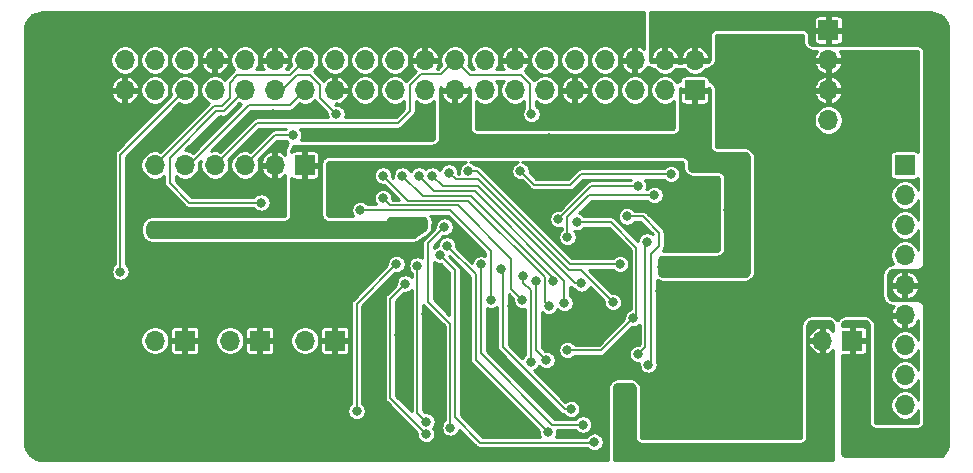
<source format=gbr>
%TF.GenerationSoftware,KiCad,Pcbnew,(5.1.9)-1*%
%TF.CreationDate,2021-05-22T07:15:07+01:00*%
%TF.ProjectId,RGBtoHDMI Amiga Denise CPLD FFC,52474274-6f48-4444-9d49-20416d696761,rev?*%
%TF.SameCoordinates,Original*%
%TF.FileFunction,Copper,L2,Bot*%
%TF.FilePolarity,Positive*%
%FSLAX46Y46*%
G04 Gerber Fmt 4.6, Leading zero omitted, Abs format (unit mm)*
G04 Created by KiCad (PCBNEW (5.1.9)-1) date 2021-05-22 07:15:07*
%MOMM*%
%LPD*%
G01*
G04 APERTURE LIST*
%TA.AperFunction,ComponentPad*%
%ADD10C,0.800000*%
%TD*%
%TA.AperFunction,ComponentPad*%
%ADD11C,6.400000*%
%TD*%
%TA.AperFunction,ComponentPad*%
%ADD12O,1.700000X1.700000*%
%TD*%
%TA.AperFunction,ComponentPad*%
%ADD13R,1.700000X1.700000*%
%TD*%
%TA.AperFunction,ViaPad*%
%ADD14C,0.800000*%
%TD*%
%TA.AperFunction,Conductor*%
%ADD15C,0.200000*%
%TD*%
%TA.AperFunction,Conductor*%
%ADD16C,0.254000*%
%TD*%
%TA.AperFunction,Conductor*%
%ADD17C,0.100000*%
%TD*%
G04 APERTURE END LIST*
D10*
%TO.P,H4,1*%
%TO.N,GND*%
X169337056Y-96092944D03*
X167640000Y-95390000D03*
X165942944Y-96092944D03*
X165240000Y-97790000D03*
X165942944Y-99487056D03*
X167640000Y-100190000D03*
X169337056Y-99487056D03*
X170040000Y-97790000D03*
D11*
X167640000Y-97790000D03*
%TD*%
D10*
%TO.P,H3,1*%
%TO.N,GND*%
X110917056Y-96092944D03*
X109220000Y-95390000D03*
X107522944Y-96092944D03*
X106820000Y-97790000D03*
X107522944Y-99487056D03*
X109220000Y-100190000D03*
X110917056Y-99487056D03*
X111620000Y-97790000D03*
D11*
X109220000Y-97790000D03*
%TD*%
D10*
%TO.P,H2,1*%
%TO.N,GND*%
X169337056Y-73232944D03*
X167640000Y-72530000D03*
X165942944Y-73232944D03*
X165240000Y-74930000D03*
X165942944Y-76627056D03*
X167640000Y-77330000D03*
X169337056Y-76627056D03*
X170040000Y-74930000D03*
D11*
X167640000Y-74930000D03*
%TD*%
D10*
%TO.P,H1,1*%
%TO.N,GND*%
X110917056Y-73232944D03*
X109220000Y-72530000D03*
X107522944Y-73232944D03*
X106820000Y-74930000D03*
X107522944Y-76627056D03*
X109220000Y-77330000D03*
X110917056Y-76627056D03*
X111620000Y-74930000D03*
D11*
X109220000Y-74930000D03*
%TD*%
D12*
%TO.P,JP1,2*%
%TO.N,/FFC_5V*%
X173355000Y-97409000D03*
D13*
%TO.P,JP1,1*%
%TO.N,+5V*%
X175895000Y-97409000D03*
%TD*%
%TO.P,FFOSD1,1*%
%TO.N,/CSYNC*%
X180340000Y-82550000D03*
D12*
%TO.P,FFOSD1,2*%
%TO.N,/OSD_DISPLAY_OUPUT*%
X180340000Y-85090000D03*
%TO.P,FFOSD1,3*%
%TO.N,/OSD_DISPLAY_ENABLE*%
X180340000Y-87630000D03*
%TO.P,FFOSD1,4*%
%TO.N,/OSD_DISPLAY_OUTPUT_BUFFERRED*%
X180340000Y-90170000D03*
%TO.P,FFOSD1,5*%
%TO.N,+5V*%
X180340000Y-92710000D03*
%TO.P,FFOSD1,6*%
%TO.N,GND*%
X180340000Y-95250000D03*
%TO.P,FFOSD1,7*%
%TO.N,/GPIO16*%
X180340000Y-97790000D03*
%TO.P,FFOSD1,8*%
%TO.N,/GPIO26*%
X180340000Y-100330000D03*
%TO.P,FFOSD1,9*%
%TO.N,/GPIO19*%
X180340000Y-102870000D03*
%TD*%
%TO.P,P1,4*%
%TO.N,Net-(P1-Pad4)*%
X173863000Y-78740000D03*
%TO.P,P1,3*%
%TO.N,GND*%
X173863000Y-76200000D03*
%TO.P,P1,2*%
X173863000Y-73660000D03*
D13*
%TO.P,P1,1*%
%TO.N,+5V*%
X173863000Y-71120000D03*
%TD*%
D12*
%TO.P,BT3,2*%
%TO.N,/GPIO19*%
X116840000Y-97409000D03*
D13*
%TO.P,BT3,1*%
%TO.N,GND*%
X119380000Y-97409000D03*
%TD*%
D12*
%TO.P,BT2,2*%
%TO.N,/GPIO26*%
X123190000Y-97409000D03*
D13*
%TO.P,BT2,1*%
%TO.N,GND*%
X125730000Y-97409000D03*
%TD*%
D12*
%TO.P,JTAG1,6*%
%TO.N,/CLKEN*%
X116840000Y-82550000D03*
%TO.P,JTAG1,5*%
%TO.N,/GPIO0*%
X119380000Y-82550000D03*
%TO.P,JTAG1,4*%
%TO.N,/GPIO24*%
X121920000Y-82550000D03*
%TO.P,JTAG1,3*%
%TO.N,/GPIO20*%
X124460000Y-82550000D03*
%TO.P,JTAG1,2*%
%TO.N,GND*%
X127000000Y-82550000D03*
D13*
%TO.P,JTAG1,1*%
%TO.N,+3V3*%
X129540000Y-82550000D03*
%TD*%
%TO.P,J1,1*%
%TO.N,+3V3*%
X162560000Y-76200000D03*
D12*
%TO.P,J1,2*%
%TO.N,+5V*%
X162560000Y-73660000D03*
%TO.P,J1,3*%
%TO.N,/GPIO2*%
X160020000Y-76200000D03*
%TO.P,J1,4*%
%TO.N,+5V*%
X160020000Y-73660000D03*
%TO.P,J1,5*%
%TO.N,/GPIO3*%
X157480000Y-76200000D03*
%TO.P,J1,6*%
%TO.N,GND*%
X157480000Y-73660000D03*
%TO.P,J1,7*%
%TO.N,/GPIO4*%
X154940000Y-76200000D03*
%TO.P,J1,8*%
%TO.N,/GPIO14*%
X154940000Y-73660000D03*
%TO.P,J1,9*%
%TO.N,GND*%
X152400000Y-76200000D03*
%TO.P,J1,10*%
%TO.N,/GPIO15*%
X152400000Y-73660000D03*
%TO.P,J1,11*%
%TO.N,/GPIO17*%
X149860000Y-76200000D03*
%TO.P,J1,12*%
%TO.N,/GPIO18*%
X149860000Y-73660000D03*
%TO.P,J1,13*%
%TO.N,/GPIO27*%
X147320000Y-76200000D03*
%TO.P,J1,14*%
%TO.N,GND*%
X147320000Y-73660000D03*
%TO.P,J1,15*%
%TO.N,/GPIO22*%
X144780000Y-76200000D03*
%TO.P,J1,16*%
%TO.N,/GPIO23*%
X144780000Y-73660000D03*
%TO.P,J1,17*%
%TO.N,+3V3*%
X142240000Y-76200000D03*
%TO.P,J1,18*%
%TO.N,/GPIO24*%
X142240000Y-73660000D03*
%TO.P,J1,19*%
%TO.N,/GPIO10*%
X139700000Y-76200000D03*
%TO.P,J1,20*%
%TO.N,GND*%
X139700000Y-73660000D03*
%TO.P,J1,21*%
%TO.N,/GPIO9*%
X137160000Y-76200000D03*
%TO.P,J1,22*%
%TO.N,/GPIO25*%
X137160000Y-73660000D03*
%TO.P,J1,23*%
%TO.N,/GPIO11*%
X134620000Y-76200000D03*
%TO.P,J1,24*%
%TO.N,/GPIO8*%
X134620000Y-73660000D03*
%TO.P,J1,25*%
%TO.N,GND*%
X132080000Y-76200000D03*
%TO.P,J1,26*%
%TO.N,/GPIO7*%
X132080000Y-73660000D03*
%TO.P,J1,27*%
%TO.N,/GPIO0*%
X129540000Y-76200000D03*
%TO.P,J1,28*%
%TO.N,/CLKEN*%
X129540000Y-73660000D03*
%TO.P,J1,29*%
%TO.N,/GPIO5*%
X127000000Y-76200000D03*
%TO.P,J1,30*%
%TO.N,GND*%
X127000000Y-73660000D03*
%TO.P,J1,31*%
%TO.N,/GPIO6*%
X124460000Y-76200000D03*
%TO.P,J1,32*%
%TO.N,/GPIO12*%
X124460000Y-73660000D03*
%TO.P,J1,33*%
%TO.N,/GPIO13*%
X121920000Y-76200000D03*
%TO.P,J1,34*%
%TO.N,GND*%
X121920000Y-73660000D03*
%TO.P,J1,35*%
%TO.N,/GPIO19*%
X119380000Y-76200000D03*
%TO.P,J1,36*%
%TO.N,/GPIO16*%
X119380000Y-73660000D03*
%TO.P,J1,37*%
%TO.N,/GPIO26*%
X116840000Y-76200000D03*
%TO.P,J1,38*%
%TO.N,/GPIO20*%
X116840000Y-73660000D03*
%TO.P,J1,39*%
%TO.N,GND*%
X114300000Y-76200000D03*
%TO.P,J1,40*%
%TO.N,/GPIO21*%
X114300000Y-73660000D03*
%TD*%
%TO.P,BT1,2*%
%TO.N,/GPIO16*%
X129540000Y-97409000D03*
D13*
%TO.P,BT1,1*%
%TO.N,GND*%
X132080000Y-97409000D03*
%TD*%
D14*
%TO.N,GND*%
X147066000Y-94488000D03*
X147320000Y-97409000D03*
X151003000Y-83058000D03*
X146939000Y-78041500D03*
X137287000Y-80010000D03*
X140208000Y-77851000D03*
X132588000Y-92075000D03*
X151003000Y-85725000D03*
X146431000Y-82677000D03*
X164084000Y-86360000D03*
X169799000Y-86360000D03*
X170053000Y-89154000D03*
X132080000Y-86106000D03*
X133858000Y-93345000D03*
X135509000Y-94869000D03*
X136017000Y-90043000D03*
X154940000Y-78486000D03*
X123190000Y-83947000D03*
X115189000Y-85598000D03*
X119126000Y-78359000D03*
X116840000Y-80264000D03*
X126873000Y-89916000D03*
X120269000Y-90170000D03*
X153035000Y-90170000D03*
X156464000Y-89789000D03*
X137922000Y-99187000D03*
X141097000Y-99568000D03*
X140081000Y-103251000D03*
X154305000Y-95885000D03*
X156083000Y-92837000D03*
X151892000Y-105283000D03*
X130683000Y-78105000D03*
X149098000Y-82677000D03*
X135255000Y-98552000D03*
X132207000Y-79883000D03*
X126873000Y-78232000D03*
X134747000Y-79883000D03*
X153670000Y-99314000D03*
X143129000Y-103251000D03*
X143129000Y-99441000D03*
X146939000Y-79057500D03*
X165989000Y-80645000D03*
X164846000Y-79629000D03*
X137541000Y-96901000D03*
X141097000Y-103251000D03*
X140081000Y-99568000D03*
X140843000Y-91821000D03*
X139827000Y-95123000D03*
X140462000Y-96647000D03*
X122428000Y-78740000D03*
X120396000Y-80772000D03*
X168656000Y-85090000D03*
X162941000Y-87630000D03*
X160909000Y-94361000D03*
X162179000Y-93218000D03*
X159639000Y-93218000D03*
X145542000Y-97536000D03*
X147955000Y-104775000D03*
X150876000Y-103759000D03*
X144907000Y-104267000D03*
X134874000Y-82677000D03*
%TO.N,+3V3*%
X165227000Y-91186000D03*
X165354000Y-86360000D03*
X148971000Y-81407000D03*
X150177500Y-80264000D03*
X162814000Y-79502004D03*
X161797994Y-80898994D03*
X162814000Y-82042000D03*
X123190000Y-88264988D03*
X129540000Y-88265006D03*
X116840000Y-88264988D03*
X137033000Y-87376000D03*
X166624000Y-85089994D03*
X166243000Y-90424000D03*
X159766000Y-91186000D03*
X162179000Y-91186010D03*
X139573000Y-87376000D03*
%TO.N,/GPIO20*%
X128524000Y-80010004D03*
%TO.N,/GPIO12*%
X145288000Y-93980000D03*
X134239000Y-86360000D03*
%TO.N,/GPIO6*%
X125857000Y-85725000D03*
%TO.N,/GPIO5*%
X136144000Y-85344000D03*
X132207005Y-78231995D03*
X147955000Y-93980000D03*
%TO.N,/GPIO7*%
X150177500Y-94488000D03*
X136144000Y-83439000D03*
%TO.N,/GPIO8*%
X155639008Y-94169996D03*
X141732000Y-83185000D03*
%TO.N,/GPIO11*%
X150545465Y-92353362D03*
X137795000Y-83439000D03*
%TO.N,/GPIO9*%
X152958500Y-92570000D03*
X140335000Y-83439000D03*
%TO.N,/GPIO10*%
X156210000Y-90932000D03*
X143383000Y-83058000D03*
%TO.N,/GPIO24*%
X148717000Y-78232000D03*
%TO.N,/GPIO4*%
X151003006Y-87122000D03*
X157734000Y-84328000D03*
%TO.N,/GPIO3*%
X151765000Y-88645998D03*
X159131000Y-85090000D03*
%TO.N,/GPIO2*%
X147789986Y-83057994D03*
X160528000Y-83312000D03*
%TO.N,/GPIO19*%
X113919000Y-91567000D03*
%TO.N,/CLKEN*%
X151511000Y-94234000D03*
X139192000Y-83439000D03*
%TO.N,/B0*%
X157733996Y-98552000D03*
X158496000Y-89027000D03*
%TO.N,/R3*%
X146177004Y-91313000D03*
X152090000Y-103195000D03*
%TO.N,/R2*%
X144456637Y-90963632D03*
X153090000Y-104521000D03*
%TO.N,/R1*%
X140970000Y-90170000D03*
X154051000Y-105974954D03*
%TO.N,/R0*%
X156797949Y-86897949D03*
X158623000Y-99441000D03*
%TO.N,/G3*%
X148005964Y-91948000D03*
X148660495Y-99189989D03*
%TO.N,/G2*%
X141351000Y-87770010D03*
X141859000Y-104774909D03*
%TO.N,/G1*%
X139065000Y-91059000D03*
X139827000Y-104267000D03*
%TO.N,/G0*%
X138049000Y-92583006D03*
X139814076Y-105313156D03*
%TO.N,/B3*%
X149098000Y-92329000D03*
X149987000Y-99060000D03*
%TO.N,/B2*%
X133921500Y-103378000D03*
X137287000Y-90932000D03*
%TO.N,/B1*%
X141568082Y-89368550D03*
X150114000Y-105156004D03*
%TO.N,/CSYNC*%
X152592010Y-87376000D03*
X151765000Y-98234500D03*
X157353000Y-95504000D03*
%TO.N,/FFC_5V*%
X157073600Y-103632000D03*
X156057600Y-103632000D03*
%TD*%
D15*
%TO.N,/GPIO20*%
X124460000Y-82550000D02*
X126999996Y-80010004D01*
X126999996Y-80010004D02*
X128524000Y-80010004D01*
%TO.N,/GPIO12*%
X145288000Y-89789000D02*
X141859000Y-86360000D01*
X145288000Y-93980000D02*
X145288000Y-89789000D01*
X141859000Y-86360000D02*
X134239000Y-86360000D01*
%TO.N,/GPIO6*%
X122047000Y-77978000D02*
X122682000Y-77978000D01*
X119761000Y-85725000D02*
X118110000Y-84074000D01*
X125857000Y-85725000D02*
X119761000Y-85725000D01*
X118110000Y-81915000D02*
X122047000Y-77978000D01*
X118110000Y-84074000D02*
X118110000Y-81915000D01*
X122682000Y-77978000D02*
X124460000Y-76200000D01*
%TO.N,/GPIO5*%
X127635000Y-76200000D02*
X128905000Y-74930000D01*
X130810000Y-76834990D02*
X132207005Y-78231995D01*
X127000000Y-76200000D02*
X127635000Y-76200000D01*
X128905000Y-74930000D02*
X129972002Y-74930000D01*
X129972002Y-74930000D02*
X130810000Y-75767998D01*
X130810000Y-75767998D02*
X130810000Y-76834990D01*
X136144000Y-85344000D02*
X136759989Y-85959989D01*
X142474989Y-85959989D02*
X147004001Y-90489001D01*
X147004001Y-90489001D02*
X147004001Y-93029001D01*
X147004001Y-93029001D02*
X147955000Y-93980000D01*
X136759989Y-85959989D02*
X142474989Y-85959989D01*
%TO.N,/GPIO0*%
X128690001Y-77049999D02*
X129540000Y-76200000D01*
X124771700Y-77470000D02*
X128270000Y-77470000D01*
X119691700Y-82550000D02*
X124771700Y-77470000D01*
X128270000Y-77470000D02*
X128690001Y-77049999D01*
X119380000Y-82550000D02*
X119691700Y-82550000D01*
%TO.N,/GPIO7*%
X149845463Y-94155963D02*
X149845463Y-92060463D01*
X150177500Y-94488000D02*
X149845463Y-94155963D01*
X149845463Y-92060463D02*
X143344978Y-85559978D01*
X138264978Y-85559978D02*
X136144000Y-83439000D01*
X143344978Y-85559978D02*
X138264978Y-85559978D01*
%TO.N,/GPIO8*%
X155639008Y-94169996D02*
X152909012Y-91440000D01*
X152909012Y-91440000D02*
X151903282Y-91440000D01*
X151903282Y-91440000D02*
X144221283Y-83758001D01*
X144221283Y-83758001D02*
X142305001Y-83758001D01*
X142305001Y-83758001D02*
X141732000Y-83185000D01*
%TO.N,/GPIO11*%
X139515967Y-85159967D02*
X137795000Y-83439000D01*
X150545465Y-92353362D02*
X150545465Y-92122372D01*
X143583060Y-85159967D02*
X139515967Y-85159967D01*
X150545465Y-92122372D02*
X143583060Y-85159967D01*
%TO.N,/GPIO9*%
X141255945Y-84359945D02*
X140335000Y-83439000D01*
X152392815Y-92570000D02*
X144182760Y-84359945D01*
X152958500Y-92570000D02*
X152392815Y-92570000D01*
X144182760Y-84359945D02*
X141255945Y-84359945D01*
%TO.N,/GPIO10*%
X156210000Y-90932000D02*
X151961315Y-90932000D01*
X144087315Y-83058000D02*
X143383000Y-83058000D01*
X151961315Y-90932000D02*
X144087315Y-83058000D01*
%TO.N,/GPIO24*%
X148590012Y-75692012D02*
X148590012Y-78105012D01*
X147828000Y-74930000D02*
X148590012Y-75692012D01*
X143510000Y-74930000D02*
X147828000Y-74930000D01*
X142240000Y-73660000D02*
X143510000Y-74930000D01*
X148590012Y-78105012D02*
X148717000Y-78232000D01*
X141033500Y-74866500D02*
X142240000Y-73660000D01*
X139331498Y-74866500D02*
X141033500Y-74866500D01*
X138430000Y-75767998D02*
X139331498Y-74866500D01*
X138430000Y-77978000D02*
X138430000Y-75767998D01*
X137414000Y-78994000D02*
X138430000Y-77978000D01*
X125476000Y-78994000D02*
X137414000Y-78994000D01*
X121920000Y-82550000D02*
X125476000Y-78994000D01*
%TO.N,/GPIO4*%
X151003006Y-87122000D02*
X153797006Y-84328000D01*
X153797006Y-84328000D02*
X157734000Y-84328000D01*
%TO.N,/GPIO3*%
X151765000Y-86937315D02*
X153612315Y-85090000D01*
X153612315Y-85090000D02*
X159131000Y-85090000D01*
X151765000Y-88645998D02*
X151765000Y-86937315D01*
%TO.N,/GPIO2*%
X147789986Y-83057994D02*
X148932992Y-84201000D01*
X148932992Y-84201000D02*
X152019000Y-84201000D01*
X152908000Y-83312000D02*
X160528000Y-83312000D01*
X152019000Y-84201000D02*
X152908000Y-83312000D01*
%TO.N,/GPIO19*%
X119380000Y-76200000D02*
X113919000Y-81661000D01*
X113919000Y-81661000D02*
X113919000Y-91567000D01*
%TO.N,/CLKEN*%
X121812011Y-77577989D02*
X122516311Y-77577989D01*
X116840000Y-82550000D02*
X121812011Y-77577989D01*
X122516311Y-77577989D02*
X123190000Y-76904300D01*
X123190000Y-75565000D02*
X123825000Y-74930000D01*
X123190000Y-76904300D02*
X123190000Y-75565000D01*
X123825000Y-74930000D02*
X128270000Y-74930000D01*
X128270000Y-74930000D02*
X129540000Y-73660000D01*
X143942024Y-84759956D02*
X140512956Y-84759956D01*
X151511000Y-92328932D02*
X143942024Y-84759956D01*
X140512956Y-84759956D02*
X139192000Y-83439000D01*
X151511000Y-94234000D02*
X151511000Y-92328932D01*
%TO.N,/B0*%
X158369000Y-97916996D02*
X158369000Y-89154000D01*
X157733996Y-98552000D02*
X158369000Y-97916996D01*
X158369000Y-89154000D02*
X158496000Y-89027000D01*
%TO.N,/R3*%
X146304000Y-97974685D02*
X151524315Y-103195000D01*
X146304000Y-91439996D02*
X146304000Y-97974685D01*
X146177004Y-91313000D02*
X146304000Y-91439996D01*
X151524315Y-103195000D02*
X152090000Y-103195000D01*
%TO.N,/R2*%
X150495000Y-104521000D02*
X153090000Y-104521000D01*
X144456637Y-98482637D02*
X150495000Y-104521000D01*
X144456637Y-90963632D02*
X144456637Y-98482637D01*
%TO.N,/R1*%
X153980954Y-106045000D02*
X154051000Y-105974954D01*
X144399000Y-106045000D02*
X153980954Y-106045000D01*
X142259011Y-103905011D02*
X144399000Y-106045000D01*
X142259011Y-91459011D02*
X142259011Y-103905011D01*
X140970000Y-90170000D02*
X142259011Y-91459011D01*
%TO.N,/R0*%
X158877000Y-90063004D02*
X158877000Y-99187000D01*
X159512000Y-89428004D02*
X158877000Y-90063004D01*
X158877000Y-99187000D02*
X158623000Y-99441000D01*
X159512000Y-88265000D02*
X159512000Y-89428004D01*
X158144949Y-86897949D02*
X159512000Y-88265000D01*
X156797949Y-86897949D02*
X158144949Y-86897949D01*
%TO.N,/G3*%
X148005964Y-92513685D02*
X148660495Y-93168216D01*
X148660495Y-93168216D02*
X148660495Y-99189989D01*
X148005964Y-91948000D02*
X148005964Y-92513685D01*
%TO.N,/G2*%
X141351000Y-87770010D02*
X139954000Y-89167010D01*
X139954000Y-94107000D02*
X141859000Y-96012000D01*
X141859000Y-96012000D02*
X141859000Y-104774909D01*
X139954000Y-89167010D02*
X139954000Y-94107000D01*
%TO.N,/G1*%
X139065000Y-91059000D02*
X139065000Y-103505000D01*
X139065000Y-103505000D02*
X139827000Y-104267000D01*
%TO.N,/G0*%
X138049000Y-92583006D02*
X136779000Y-93853006D01*
X136779000Y-93853006D02*
X136779000Y-102278080D01*
X136779000Y-102278080D02*
X139814076Y-105313156D01*
%TO.N,/B3*%
X149098000Y-98171000D02*
X149987000Y-99060000D01*
X149098000Y-92329000D02*
X149098000Y-98171000D01*
%TO.N,/B2*%
X133921500Y-94297500D02*
X137287000Y-90932000D01*
X133921500Y-103378000D02*
X133921500Y-94297500D01*
%TO.N,/B1*%
X141568082Y-89368550D02*
X144018000Y-91818468D01*
X144018000Y-99060004D02*
X150114000Y-105156004D01*
X144018000Y-91818468D02*
X144018000Y-99060004D01*
%TO.N,/CSYNC*%
X154622500Y-98234500D02*
X157353000Y-95504000D01*
X151765000Y-98234500D02*
X154622500Y-98234500D01*
X157607000Y-95250000D02*
X157353000Y-95504000D01*
X157607000Y-89535000D02*
X157607000Y-95250000D01*
X155448000Y-87376000D02*
X157607000Y-89535000D01*
X152592010Y-87376000D02*
X155448000Y-87376000D01*
%TD*%
D16*
%TO.N,GND*%
X158242000Y-72698995D02*
X158096961Y-72594761D01*
X157877288Y-72494866D01*
X157796980Y-72470511D01*
X157607000Y-72531373D01*
X157607000Y-73533000D01*
X157627000Y-73533000D01*
X157627000Y-73787000D01*
X157607000Y-73787000D01*
X157607000Y-74788627D01*
X157796980Y-74849489D01*
X157877288Y-74825134D01*
X158096961Y-74725239D01*
X158292924Y-74584408D01*
X158457647Y-74408052D01*
X158572129Y-74223386D01*
X158641060Y-74276279D01*
X158727198Y-74326011D01*
X158847788Y-74375961D01*
X158943860Y-74401704D01*
X159043878Y-74414871D01*
X159063820Y-74444717D01*
X159235283Y-74616180D01*
X159436903Y-74750898D01*
X159660931Y-74843693D01*
X159898757Y-74891000D01*
X160141243Y-74891000D01*
X160379069Y-74843693D01*
X160603097Y-74750898D01*
X160804717Y-74616180D01*
X160976180Y-74444717D01*
X160991359Y-74422000D01*
X161588641Y-74422000D01*
X161603820Y-74444717D01*
X161775283Y-74616180D01*
X161976903Y-74750898D01*
X162200931Y-74843693D01*
X162438757Y-74891000D01*
X162681243Y-74891000D01*
X162919069Y-74843693D01*
X163143097Y-74750898D01*
X163344717Y-74616180D01*
X163516180Y-74444717D01*
X163536122Y-74414871D01*
X163636140Y-74401704D01*
X163732212Y-74375961D01*
X163852802Y-74326011D01*
X163938940Y-74276279D01*
X164042493Y-74196819D01*
X164112819Y-74126493D01*
X164192279Y-74022940D01*
X164218814Y-73976980D01*
X172673511Y-73976980D01*
X172697866Y-74057288D01*
X172797761Y-74276961D01*
X172938592Y-74472924D01*
X173114948Y-74637647D01*
X173320051Y-74764799D01*
X173546019Y-74849495D01*
X173736000Y-74789187D01*
X173736000Y-73787000D01*
X173990000Y-73787000D01*
X173990000Y-74789187D01*
X174179981Y-74849495D01*
X174405949Y-74764799D01*
X174611052Y-74637647D01*
X174787408Y-74472924D01*
X174928239Y-74276961D01*
X175028134Y-74057288D01*
X175052489Y-73976980D01*
X174991627Y-73787000D01*
X173990000Y-73787000D01*
X173736000Y-73787000D01*
X172734373Y-73787000D01*
X172673511Y-73976980D01*
X164218814Y-73976980D01*
X164242011Y-73936802D01*
X164291961Y-73816212D01*
X164317704Y-73720140D01*
X164334741Y-73590730D01*
X164338000Y-73541000D01*
X164338000Y-71644975D01*
X164345231Y-71590048D01*
X164356789Y-71562145D01*
X164375179Y-71538179D01*
X164399145Y-71519789D01*
X164427048Y-71508231D01*
X164481975Y-71501000D01*
X171560025Y-71501000D01*
X171614952Y-71508231D01*
X171642855Y-71519789D01*
X171666821Y-71538179D01*
X171685211Y-71562145D01*
X171696769Y-71590048D01*
X171704000Y-71644975D01*
X171704000Y-72017000D01*
X171707259Y-72066730D01*
X171724296Y-72196140D01*
X171750039Y-72292212D01*
X171799989Y-72412802D01*
X171849721Y-72498940D01*
X171929181Y-72602493D01*
X171999507Y-72672819D01*
X172103060Y-72752279D01*
X172189198Y-72802011D01*
X172309788Y-72851961D01*
X172405860Y-72877704D01*
X172535270Y-72894741D01*
X172585000Y-72898000D01*
X172901995Y-72898000D01*
X172797761Y-73043039D01*
X172697866Y-73262712D01*
X172673511Y-73343020D01*
X172734373Y-73533000D01*
X173736000Y-73533000D01*
X173736000Y-73513000D01*
X173990000Y-73513000D01*
X173990000Y-73533000D01*
X174991627Y-73533000D01*
X175052489Y-73343020D01*
X175028134Y-73262712D01*
X174928239Y-73043039D01*
X174824005Y-72898000D01*
X181339025Y-72898000D01*
X181393952Y-72905231D01*
X181421855Y-72916789D01*
X181445821Y-72935179D01*
X181464211Y-72959145D01*
X181475769Y-72987048D01*
X181483000Y-73041975D01*
X181483000Y-81456449D01*
X181460711Y-81429289D01*
X181402696Y-81381678D01*
X181336508Y-81346299D01*
X181264689Y-81324513D01*
X181190000Y-81317157D01*
X179490000Y-81317157D01*
X179415311Y-81324513D01*
X179343492Y-81346299D01*
X179277304Y-81381678D01*
X179219289Y-81429289D01*
X179171678Y-81487304D01*
X179136299Y-81553492D01*
X179114513Y-81625311D01*
X179107157Y-81700000D01*
X179107157Y-83400000D01*
X179114513Y-83474689D01*
X179136299Y-83546508D01*
X179171678Y-83612696D01*
X179219289Y-83670711D01*
X179277304Y-83718322D01*
X179343492Y-83753701D01*
X179415311Y-83775487D01*
X179490000Y-83782843D01*
X181190000Y-83782843D01*
X181264689Y-83775487D01*
X181336508Y-83753701D01*
X181402696Y-83718322D01*
X181460711Y-83670711D01*
X181483000Y-83643551D01*
X181483000Y-84632689D01*
X181430898Y-84506903D01*
X181296180Y-84305283D01*
X181124717Y-84133820D01*
X180923097Y-83999102D01*
X180699069Y-83906307D01*
X180461243Y-83859000D01*
X180218757Y-83859000D01*
X179980931Y-83906307D01*
X179756903Y-83999102D01*
X179555283Y-84133820D01*
X179383820Y-84305283D01*
X179249102Y-84506903D01*
X179156307Y-84730931D01*
X179109000Y-84968757D01*
X179109000Y-85211243D01*
X179156307Y-85449069D01*
X179249102Y-85673097D01*
X179383820Y-85874717D01*
X179555283Y-86046180D01*
X179756903Y-86180898D01*
X179980931Y-86273693D01*
X180218757Y-86321000D01*
X180461243Y-86321000D01*
X180699069Y-86273693D01*
X180923097Y-86180898D01*
X181124717Y-86046180D01*
X181296180Y-85874717D01*
X181430898Y-85673097D01*
X181483000Y-85547311D01*
X181483000Y-87172689D01*
X181430898Y-87046903D01*
X181296180Y-86845283D01*
X181124717Y-86673820D01*
X180923097Y-86539102D01*
X180699069Y-86446307D01*
X180461243Y-86399000D01*
X180218757Y-86399000D01*
X179980931Y-86446307D01*
X179756903Y-86539102D01*
X179555283Y-86673820D01*
X179383820Y-86845283D01*
X179249102Y-87046903D01*
X179156307Y-87270931D01*
X179109000Y-87508757D01*
X179109000Y-87751243D01*
X179156307Y-87989069D01*
X179249102Y-88213097D01*
X179383820Y-88414717D01*
X179555283Y-88586180D01*
X179756903Y-88720898D01*
X179980931Y-88813693D01*
X180218757Y-88861000D01*
X180461243Y-88861000D01*
X180699069Y-88813693D01*
X180923097Y-88720898D01*
X181124717Y-88586180D01*
X181296180Y-88414717D01*
X181430898Y-88213097D01*
X181483000Y-88087311D01*
X181483000Y-89712689D01*
X181430898Y-89586903D01*
X181296180Y-89385283D01*
X181124717Y-89213820D01*
X180923097Y-89079102D01*
X180699069Y-88986307D01*
X180461243Y-88939000D01*
X180218757Y-88939000D01*
X179980931Y-88986307D01*
X179756903Y-89079102D01*
X179555283Y-89213820D01*
X179383820Y-89385283D01*
X179249102Y-89586903D01*
X179156307Y-89810931D01*
X179109000Y-90048757D01*
X179109000Y-90291243D01*
X179156307Y-90529069D01*
X179249102Y-90753097D01*
X179368641Y-90932000D01*
X179316000Y-90932000D01*
X179266270Y-90935259D01*
X179136860Y-90952296D01*
X179040788Y-90978039D01*
X178920198Y-91027989D01*
X178834060Y-91077721D01*
X178730507Y-91157181D01*
X178660181Y-91227507D01*
X178580721Y-91331060D01*
X178530989Y-91417198D01*
X178481039Y-91537788D01*
X178455296Y-91633860D01*
X178438259Y-91763270D01*
X178435000Y-91813000D01*
X178435000Y-93602816D01*
X178438294Y-93652808D01*
X178455511Y-93782888D01*
X178481523Y-93879431D01*
X178531989Y-94000553D01*
X178582224Y-94087006D01*
X178662464Y-94190827D01*
X178733455Y-94261229D01*
X178837941Y-94340601D01*
X178924810Y-94390114D01*
X179046348Y-94439569D01*
X179143103Y-94464775D01*
X179273323Y-94480908D01*
X179323342Y-94483786D01*
X179382377Y-94483294D01*
X179274761Y-94633039D01*
X179174866Y-94852712D01*
X179150511Y-94933020D01*
X179211373Y-95123000D01*
X180213000Y-95123000D01*
X180213000Y-95103000D01*
X180467000Y-95103000D01*
X180467000Y-95123000D01*
X180487000Y-95123000D01*
X180487000Y-95377000D01*
X180467000Y-95377000D01*
X180467000Y-96379187D01*
X180656981Y-96439495D01*
X180882949Y-96354799D01*
X181088052Y-96227647D01*
X181264408Y-96062924D01*
X181405239Y-95866961D01*
X181483000Y-95695962D01*
X181483000Y-97332689D01*
X181430898Y-97206903D01*
X181296180Y-97005283D01*
X181124717Y-96833820D01*
X180923097Y-96699102D01*
X180699069Y-96606307D01*
X180461243Y-96559000D01*
X180218757Y-96559000D01*
X179980931Y-96606307D01*
X179756903Y-96699102D01*
X179555283Y-96833820D01*
X179383820Y-97005283D01*
X179249102Y-97206903D01*
X179156307Y-97430931D01*
X179109000Y-97668757D01*
X179109000Y-97911243D01*
X179156307Y-98149069D01*
X179249102Y-98373097D01*
X179383820Y-98574717D01*
X179555283Y-98746180D01*
X179756903Y-98880898D01*
X179980931Y-98973693D01*
X180218757Y-99021000D01*
X180461243Y-99021000D01*
X180699069Y-98973693D01*
X180923097Y-98880898D01*
X181124717Y-98746180D01*
X181296180Y-98574717D01*
X181430898Y-98373097D01*
X181483000Y-98247311D01*
X181483000Y-99872689D01*
X181430898Y-99746903D01*
X181296180Y-99545283D01*
X181124717Y-99373820D01*
X180923097Y-99239102D01*
X180699069Y-99146307D01*
X180461243Y-99099000D01*
X180218757Y-99099000D01*
X179980931Y-99146307D01*
X179756903Y-99239102D01*
X179555283Y-99373820D01*
X179383820Y-99545283D01*
X179249102Y-99746903D01*
X179156307Y-99970931D01*
X179109000Y-100208757D01*
X179109000Y-100451243D01*
X179156307Y-100689069D01*
X179249102Y-100913097D01*
X179383820Y-101114717D01*
X179555283Y-101286180D01*
X179756903Y-101420898D01*
X179980931Y-101513693D01*
X180218757Y-101561000D01*
X180461243Y-101561000D01*
X180699069Y-101513693D01*
X180923097Y-101420898D01*
X181124717Y-101286180D01*
X181296180Y-101114717D01*
X181430898Y-100913097D01*
X181483000Y-100787311D01*
X181483000Y-102412689D01*
X181430898Y-102286903D01*
X181296180Y-102085283D01*
X181124717Y-101913820D01*
X180923097Y-101779102D01*
X180699069Y-101686307D01*
X180461243Y-101639000D01*
X180218757Y-101639000D01*
X179980931Y-101686307D01*
X179756903Y-101779102D01*
X179555283Y-101913820D01*
X179383820Y-102085283D01*
X179249102Y-102286903D01*
X179156307Y-102510931D01*
X179109000Y-102748757D01*
X179109000Y-102991243D01*
X179156307Y-103229069D01*
X179249102Y-103453097D01*
X179383820Y-103654717D01*
X179555283Y-103826180D01*
X179756903Y-103960898D01*
X179980931Y-104053693D01*
X180218757Y-104101000D01*
X180461243Y-104101000D01*
X180699069Y-104053693D01*
X180923097Y-103960898D01*
X181124717Y-103826180D01*
X181296180Y-103654717D01*
X181430898Y-103453097D01*
X181483000Y-103327311D01*
X181483000Y-104250025D01*
X181475769Y-104304952D01*
X181464211Y-104332855D01*
X181445821Y-104356821D01*
X181421855Y-104375211D01*
X181393952Y-104386769D01*
X181339025Y-104394000D01*
X177943975Y-104394000D01*
X177889048Y-104386769D01*
X177861145Y-104375211D01*
X177837179Y-104356821D01*
X177818789Y-104332855D01*
X177807231Y-104304952D01*
X177800000Y-104250025D01*
X177800000Y-96131000D01*
X177796741Y-96081270D01*
X177779704Y-95951860D01*
X177753961Y-95855788D01*
X177704011Y-95735198D01*
X177654279Y-95649060D01*
X177591297Y-95566980D01*
X179150511Y-95566980D01*
X179174866Y-95647288D01*
X179274761Y-95866961D01*
X179415592Y-96062924D01*
X179591948Y-96227647D01*
X179797051Y-96354799D01*
X180023019Y-96439495D01*
X180213000Y-96379187D01*
X180213000Y-95377000D01*
X179211373Y-95377000D01*
X179150511Y-95566980D01*
X177591297Y-95566980D01*
X177574819Y-95545507D01*
X177504493Y-95475181D01*
X177400940Y-95395721D01*
X177314802Y-95345989D01*
X177194212Y-95296039D01*
X177098140Y-95270296D01*
X176968730Y-95253259D01*
X176919000Y-95250000D01*
X175379000Y-95250000D01*
X175329270Y-95253259D01*
X175199860Y-95270296D01*
X175103788Y-95296039D01*
X174983198Y-95345989D01*
X174897060Y-95395721D01*
X174793507Y-95475181D01*
X174723181Y-95545507D01*
X174643721Y-95649060D01*
X174625000Y-95681486D01*
X174606279Y-95649060D01*
X174526819Y-95545507D01*
X174456493Y-95475181D01*
X174352940Y-95395721D01*
X174266802Y-95345989D01*
X174146212Y-95296039D01*
X174050140Y-95270296D01*
X173920730Y-95253259D01*
X173871000Y-95250000D01*
X172458000Y-95250000D01*
X172408270Y-95253259D01*
X172278860Y-95270296D01*
X172182788Y-95296039D01*
X172062198Y-95345989D01*
X171976060Y-95395721D01*
X171872507Y-95475181D01*
X171802181Y-95545507D01*
X171722721Y-95649060D01*
X171672989Y-95735198D01*
X171623039Y-95855788D01*
X171597296Y-95951860D01*
X171580259Y-96081270D01*
X171577000Y-96131000D01*
X171577000Y-105520025D01*
X171569769Y-105574952D01*
X171558211Y-105602855D01*
X171539821Y-105626821D01*
X171515855Y-105645211D01*
X171487952Y-105656769D01*
X171433025Y-105664000D01*
X158131975Y-105664000D01*
X158077048Y-105656769D01*
X158049145Y-105645211D01*
X158025179Y-105626821D01*
X158006789Y-105602855D01*
X157995231Y-105574952D01*
X157988000Y-105520025D01*
X157988000Y-101465000D01*
X157984741Y-101415270D01*
X157967704Y-101285860D01*
X157941961Y-101189788D01*
X157892011Y-101069198D01*
X157842279Y-100983060D01*
X157762819Y-100879507D01*
X157692493Y-100809181D01*
X157588940Y-100729721D01*
X157502802Y-100679989D01*
X157382212Y-100630039D01*
X157286140Y-100604296D01*
X157156730Y-100587259D01*
X157107000Y-100584000D01*
X156075000Y-100584000D01*
X156025270Y-100587259D01*
X155895860Y-100604296D01*
X155799788Y-100630039D01*
X155679198Y-100679989D01*
X155593060Y-100729721D01*
X155489507Y-100809181D01*
X155419181Y-100879507D01*
X155339721Y-100983060D01*
X155289989Y-101069198D01*
X155240039Y-101189788D01*
X155214296Y-101285860D01*
X155197259Y-101415270D01*
X155194000Y-101465000D01*
X155194000Y-107544000D01*
X107334853Y-107544000D01*
X107024225Y-107513543D01*
X106744516Y-107429094D01*
X106486542Y-107291926D01*
X106260127Y-107107267D01*
X106073886Y-106882141D01*
X105934922Y-106625130D01*
X105848524Y-106346024D01*
X105816000Y-106036582D01*
X105816000Y-103301078D01*
X133140500Y-103301078D01*
X133140500Y-103454922D01*
X133170513Y-103605809D01*
X133229387Y-103747942D01*
X133314858Y-103875859D01*
X133423641Y-103984642D01*
X133551558Y-104070113D01*
X133693691Y-104128987D01*
X133844578Y-104159000D01*
X133998422Y-104159000D01*
X134149309Y-104128987D01*
X134291442Y-104070113D01*
X134419359Y-103984642D01*
X134528142Y-103875859D01*
X134613613Y-103747942D01*
X134672487Y-103605809D01*
X134702500Y-103454922D01*
X134702500Y-103301078D01*
X134672487Y-103150191D01*
X134613613Y-103008058D01*
X134528142Y-102880141D01*
X134419359Y-102771358D01*
X134402500Y-102760093D01*
X134402500Y-94496736D01*
X137190192Y-91709045D01*
X137210078Y-91713000D01*
X137363922Y-91713000D01*
X137514809Y-91682987D01*
X137656942Y-91624113D01*
X137784859Y-91538642D01*
X137893642Y-91429859D01*
X137979113Y-91301942D01*
X138037987Y-91159809D01*
X138068000Y-91008922D01*
X138068000Y-90855078D01*
X138037987Y-90704191D01*
X137979113Y-90562058D01*
X137893642Y-90434141D01*
X137784859Y-90325358D01*
X137656942Y-90239887D01*
X137514809Y-90181013D01*
X137363922Y-90151000D01*
X137210078Y-90151000D01*
X137059191Y-90181013D01*
X136917058Y-90239887D01*
X136789141Y-90325358D01*
X136680358Y-90434141D01*
X136594887Y-90562058D01*
X136536013Y-90704191D01*
X136506000Y-90855078D01*
X136506000Y-91008922D01*
X136509955Y-91028808D01*
X133598089Y-93940675D01*
X133579737Y-93955736D01*
X133564676Y-93974088D01*
X133519629Y-94028978D01*
X133474965Y-94112539D01*
X133447460Y-94203208D01*
X133438173Y-94297500D01*
X133440501Y-94321136D01*
X133440500Y-102760093D01*
X133423641Y-102771358D01*
X133314858Y-102880141D01*
X133229387Y-103008058D01*
X133170513Y-103150191D01*
X133140500Y-103301078D01*
X105816000Y-103301078D01*
X105816000Y-97287757D01*
X115609000Y-97287757D01*
X115609000Y-97530243D01*
X115656307Y-97768069D01*
X115749102Y-97992097D01*
X115883820Y-98193717D01*
X116055283Y-98365180D01*
X116256903Y-98499898D01*
X116480931Y-98592693D01*
X116718757Y-98640000D01*
X116961243Y-98640000D01*
X117199069Y-98592693D01*
X117423097Y-98499898D01*
X117624717Y-98365180D01*
X117730897Y-98259000D01*
X118147157Y-98259000D01*
X118154513Y-98333689D01*
X118176299Y-98405508D01*
X118211678Y-98471696D01*
X118259289Y-98529711D01*
X118317304Y-98577322D01*
X118383492Y-98612701D01*
X118455311Y-98634487D01*
X118530000Y-98641843D01*
X119157750Y-98640000D01*
X119253000Y-98544750D01*
X119253000Y-97536000D01*
X119507000Y-97536000D01*
X119507000Y-98544750D01*
X119602250Y-98640000D01*
X120230000Y-98641843D01*
X120304689Y-98634487D01*
X120376508Y-98612701D01*
X120442696Y-98577322D01*
X120500711Y-98529711D01*
X120548322Y-98471696D01*
X120583701Y-98405508D01*
X120605487Y-98333689D01*
X120612843Y-98259000D01*
X120611000Y-97631250D01*
X120515750Y-97536000D01*
X119507000Y-97536000D01*
X119253000Y-97536000D01*
X118244250Y-97536000D01*
X118149000Y-97631250D01*
X118147157Y-98259000D01*
X117730897Y-98259000D01*
X117796180Y-98193717D01*
X117930898Y-97992097D01*
X118023693Y-97768069D01*
X118071000Y-97530243D01*
X118071000Y-97287757D01*
X121959000Y-97287757D01*
X121959000Y-97530243D01*
X122006307Y-97768069D01*
X122099102Y-97992097D01*
X122233820Y-98193717D01*
X122405283Y-98365180D01*
X122606903Y-98499898D01*
X122830931Y-98592693D01*
X123068757Y-98640000D01*
X123311243Y-98640000D01*
X123549069Y-98592693D01*
X123773097Y-98499898D01*
X123974717Y-98365180D01*
X124080897Y-98259000D01*
X124497157Y-98259000D01*
X124504513Y-98333689D01*
X124526299Y-98405508D01*
X124561678Y-98471696D01*
X124609289Y-98529711D01*
X124667304Y-98577322D01*
X124733492Y-98612701D01*
X124805311Y-98634487D01*
X124880000Y-98641843D01*
X125507750Y-98640000D01*
X125603000Y-98544750D01*
X125603000Y-97536000D01*
X125857000Y-97536000D01*
X125857000Y-98544750D01*
X125952250Y-98640000D01*
X126580000Y-98641843D01*
X126654689Y-98634487D01*
X126726508Y-98612701D01*
X126792696Y-98577322D01*
X126850711Y-98529711D01*
X126898322Y-98471696D01*
X126933701Y-98405508D01*
X126955487Y-98333689D01*
X126962843Y-98259000D01*
X126961000Y-97631250D01*
X126865750Y-97536000D01*
X125857000Y-97536000D01*
X125603000Y-97536000D01*
X124594250Y-97536000D01*
X124499000Y-97631250D01*
X124497157Y-98259000D01*
X124080897Y-98259000D01*
X124146180Y-98193717D01*
X124280898Y-97992097D01*
X124373693Y-97768069D01*
X124421000Y-97530243D01*
X124421000Y-97287757D01*
X128309000Y-97287757D01*
X128309000Y-97530243D01*
X128356307Y-97768069D01*
X128449102Y-97992097D01*
X128583820Y-98193717D01*
X128755283Y-98365180D01*
X128956903Y-98499898D01*
X129180931Y-98592693D01*
X129418757Y-98640000D01*
X129661243Y-98640000D01*
X129899069Y-98592693D01*
X130123097Y-98499898D01*
X130324717Y-98365180D01*
X130430897Y-98259000D01*
X130847157Y-98259000D01*
X130854513Y-98333689D01*
X130876299Y-98405508D01*
X130911678Y-98471696D01*
X130959289Y-98529711D01*
X131017304Y-98577322D01*
X131083492Y-98612701D01*
X131155311Y-98634487D01*
X131230000Y-98641843D01*
X131857750Y-98640000D01*
X131953000Y-98544750D01*
X131953000Y-97536000D01*
X132207000Y-97536000D01*
X132207000Y-98544750D01*
X132302250Y-98640000D01*
X132930000Y-98641843D01*
X133004689Y-98634487D01*
X133076508Y-98612701D01*
X133142696Y-98577322D01*
X133200711Y-98529711D01*
X133248322Y-98471696D01*
X133283701Y-98405508D01*
X133305487Y-98333689D01*
X133312843Y-98259000D01*
X133311000Y-97631250D01*
X133215750Y-97536000D01*
X132207000Y-97536000D01*
X131953000Y-97536000D01*
X130944250Y-97536000D01*
X130849000Y-97631250D01*
X130847157Y-98259000D01*
X130430897Y-98259000D01*
X130496180Y-98193717D01*
X130630898Y-97992097D01*
X130723693Y-97768069D01*
X130771000Y-97530243D01*
X130771000Y-97287757D01*
X130723693Y-97049931D01*
X130630898Y-96825903D01*
X130496180Y-96624283D01*
X130430897Y-96559000D01*
X130847157Y-96559000D01*
X130849000Y-97186750D01*
X130944250Y-97282000D01*
X131953000Y-97282000D01*
X131953000Y-96273250D01*
X132207000Y-96273250D01*
X132207000Y-97282000D01*
X133215750Y-97282000D01*
X133311000Y-97186750D01*
X133312843Y-96559000D01*
X133305487Y-96484311D01*
X133283701Y-96412492D01*
X133248322Y-96346304D01*
X133200711Y-96288289D01*
X133142696Y-96240678D01*
X133076508Y-96205299D01*
X133004689Y-96183513D01*
X132930000Y-96176157D01*
X132302250Y-96178000D01*
X132207000Y-96273250D01*
X131953000Y-96273250D01*
X131857750Y-96178000D01*
X131230000Y-96176157D01*
X131155311Y-96183513D01*
X131083492Y-96205299D01*
X131017304Y-96240678D01*
X130959289Y-96288289D01*
X130911678Y-96346304D01*
X130876299Y-96412492D01*
X130854513Y-96484311D01*
X130847157Y-96559000D01*
X130430897Y-96559000D01*
X130324717Y-96452820D01*
X130123097Y-96318102D01*
X129899069Y-96225307D01*
X129661243Y-96178000D01*
X129418757Y-96178000D01*
X129180931Y-96225307D01*
X128956903Y-96318102D01*
X128755283Y-96452820D01*
X128583820Y-96624283D01*
X128449102Y-96825903D01*
X128356307Y-97049931D01*
X128309000Y-97287757D01*
X124421000Y-97287757D01*
X124373693Y-97049931D01*
X124280898Y-96825903D01*
X124146180Y-96624283D01*
X124080897Y-96559000D01*
X124497157Y-96559000D01*
X124499000Y-97186750D01*
X124594250Y-97282000D01*
X125603000Y-97282000D01*
X125603000Y-96273250D01*
X125857000Y-96273250D01*
X125857000Y-97282000D01*
X126865750Y-97282000D01*
X126961000Y-97186750D01*
X126962843Y-96559000D01*
X126955487Y-96484311D01*
X126933701Y-96412492D01*
X126898322Y-96346304D01*
X126850711Y-96288289D01*
X126792696Y-96240678D01*
X126726508Y-96205299D01*
X126654689Y-96183513D01*
X126580000Y-96176157D01*
X125952250Y-96178000D01*
X125857000Y-96273250D01*
X125603000Y-96273250D01*
X125507750Y-96178000D01*
X124880000Y-96176157D01*
X124805311Y-96183513D01*
X124733492Y-96205299D01*
X124667304Y-96240678D01*
X124609289Y-96288289D01*
X124561678Y-96346304D01*
X124526299Y-96412492D01*
X124504513Y-96484311D01*
X124497157Y-96559000D01*
X124080897Y-96559000D01*
X123974717Y-96452820D01*
X123773097Y-96318102D01*
X123549069Y-96225307D01*
X123311243Y-96178000D01*
X123068757Y-96178000D01*
X122830931Y-96225307D01*
X122606903Y-96318102D01*
X122405283Y-96452820D01*
X122233820Y-96624283D01*
X122099102Y-96825903D01*
X122006307Y-97049931D01*
X121959000Y-97287757D01*
X118071000Y-97287757D01*
X118023693Y-97049931D01*
X117930898Y-96825903D01*
X117796180Y-96624283D01*
X117730897Y-96559000D01*
X118147157Y-96559000D01*
X118149000Y-97186750D01*
X118244250Y-97282000D01*
X119253000Y-97282000D01*
X119253000Y-96273250D01*
X119507000Y-96273250D01*
X119507000Y-97282000D01*
X120515750Y-97282000D01*
X120611000Y-97186750D01*
X120612843Y-96559000D01*
X120605487Y-96484311D01*
X120583701Y-96412492D01*
X120548322Y-96346304D01*
X120500711Y-96288289D01*
X120442696Y-96240678D01*
X120376508Y-96205299D01*
X120304689Y-96183513D01*
X120230000Y-96176157D01*
X119602250Y-96178000D01*
X119507000Y-96273250D01*
X119253000Y-96273250D01*
X119157750Y-96178000D01*
X118530000Y-96176157D01*
X118455311Y-96183513D01*
X118383492Y-96205299D01*
X118317304Y-96240678D01*
X118259289Y-96288289D01*
X118211678Y-96346304D01*
X118176299Y-96412492D01*
X118154513Y-96484311D01*
X118147157Y-96559000D01*
X117730897Y-96559000D01*
X117624717Y-96452820D01*
X117423097Y-96318102D01*
X117199069Y-96225307D01*
X116961243Y-96178000D01*
X116718757Y-96178000D01*
X116480931Y-96225307D01*
X116256903Y-96318102D01*
X116055283Y-96452820D01*
X115883820Y-96624283D01*
X115749102Y-96825903D01*
X115656307Y-97049931D01*
X115609000Y-97287757D01*
X105816000Y-97287757D01*
X105816000Y-91490078D01*
X113138000Y-91490078D01*
X113138000Y-91643922D01*
X113168013Y-91794809D01*
X113226887Y-91936942D01*
X113312358Y-92064859D01*
X113421141Y-92173642D01*
X113549058Y-92259113D01*
X113691191Y-92317987D01*
X113842078Y-92348000D01*
X113995922Y-92348000D01*
X114146809Y-92317987D01*
X114288942Y-92259113D01*
X114416859Y-92173642D01*
X114525642Y-92064859D01*
X114611113Y-91936942D01*
X114669987Y-91794809D01*
X114700000Y-91643922D01*
X114700000Y-91490078D01*
X114669987Y-91339191D01*
X114611113Y-91197058D01*
X114525642Y-91069141D01*
X114416859Y-90960358D01*
X114400000Y-90949093D01*
X114400000Y-82428757D01*
X115609000Y-82428757D01*
X115609000Y-82671243D01*
X115656307Y-82909069D01*
X115749102Y-83133097D01*
X115883820Y-83334717D01*
X116055283Y-83506180D01*
X116256903Y-83640898D01*
X116480931Y-83733693D01*
X116718757Y-83781000D01*
X116961243Y-83781000D01*
X117199069Y-83733693D01*
X117423097Y-83640898D01*
X117624717Y-83506180D01*
X117629000Y-83501897D01*
X117629000Y-84050373D01*
X117626673Y-84074000D01*
X117630694Y-84114825D01*
X117635960Y-84168291D01*
X117663464Y-84258960D01*
X117708128Y-84342522D01*
X117768236Y-84415764D01*
X117786594Y-84430830D01*
X119404170Y-86048406D01*
X119419236Y-86066764D01*
X119492478Y-86126872D01*
X119526300Y-86144950D01*
X119576038Y-86171536D01*
X119666707Y-86199040D01*
X119761000Y-86208327D01*
X119784626Y-86206000D01*
X125239093Y-86206000D01*
X125250358Y-86222859D01*
X125359141Y-86331642D01*
X125487058Y-86417113D01*
X125629191Y-86475987D01*
X125780078Y-86506000D01*
X125933922Y-86506000D01*
X126084809Y-86475987D01*
X126226942Y-86417113D01*
X126354859Y-86331642D01*
X126463642Y-86222859D01*
X126549113Y-86094942D01*
X126607987Y-85952809D01*
X126638000Y-85801922D01*
X126638000Y-85648078D01*
X126607987Y-85497191D01*
X126549113Y-85355058D01*
X126463642Y-85227141D01*
X126354859Y-85118358D01*
X126226942Y-85032887D01*
X126084809Y-84974013D01*
X125933922Y-84944000D01*
X125780078Y-84944000D01*
X125629191Y-84974013D01*
X125487058Y-85032887D01*
X125359141Y-85118358D01*
X125250358Y-85227141D01*
X125239093Y-85244000D01*
X119960236Y-85244000D01*
X118591000Y-83874764D01*
X118591000Y-83501897D01*
X118595283Y-83506180D01*
X118796903Y-83640898D01*
X119020931Y-83733693D01*
X119258757Y-83781000D01*
X119501243Y-83781000D01*
X119739069Y-83733693D01*
X119963097Y-83640898D01*
X120164717Y-83506180D01*
X120336180Y-83334717D01*
X120470898Y-83133097D01*
X120563693Y-82909069D01*
X120611000Y-82671243D01*
X120611000Y-82428757D01*
X120591452Y-82330484D01*
X120740056Y-82181880D01*
X120736307Y-82190931D01*
X120689000Y-82428757D01*
X120689000Y-82671243D01*
X120736307Y-82909069D01*
X120829102Y-83133097D01*
X120963820Y-83334717D01*
X121135283Y-83506180D01*
X121336903Y-83640898D01*
X121560931Y-83733693D01*
X121798757Y-83781000D01*
X122041243Y-83781000D01*
X122279069Y-83733693D01*
X122503097Y-83640898D01*
X122704717Y-83506180D01*
X122876180Y-83334717D01*
X123010898Y-83133097D01*
X123103693Y-82909069D01*
X123151000Y-82671243D01*
X123151000Y-82428757D01*
X123103693Y-82190931D01*
X123061403Y-82088833D01*
X125675237Y-79475000D01*
X127954503Y-79475000D01*
X127917358Y-79512145D01*
X127906093Y-79529004D01*
X127023622Y-79529004D01*
X126999996Y-79526677D01*
X126905703Y-79535964D01*
X126878199Y-79544308D01*
X126815035Y-79563468D01*
X126731474Y-79608132D01*
X126658232Y-79668240D01*
X126643171Y-79686592D01*
X124921167Y-81408597D01*
X124819069Y-81366307D01*
X124581243Y-81319000D01*
X124338757Y-81319000D01*
X124100931Y-81366307D01*
X123876903Y-81459102D01*
X123675283Y-81593820D01*
X123503820Y-81765283D01*
X123369102Y-81966903D01*
X123276307Y-82190931D01*
X123229000Y-82428757D01*
X123229000Y-82671243D01*
X123276307Y-82909069D01*
X123369102Y-83133097D01*
X123503820Y-83334717D01*
X123675283Y-83506180D01*
X123876903Y-83640898D01*
X124100931Y-83733693D01*
X124338757Y-83781000D01*
X124581243Y-83781000D01*
X124819069Y-83733693D01*
X125043097Y-83640898D01*
X125244717Y-83506180D01*
X125416180Y-83334717D01*
X125550898Y-83133097D01*
X125643693Y-82909069D01*
X125652064Y-82866981D01*
X125810505Y-82866981D01*
X125895201Y-83092949D01*
X126022353Y-83298052D01*
X126187076Y-83474408D01*
X126383039Y-83615239D01*
X126602712Y-83715134D01*
X126683020Y-83739489D01*
X126873000Y-83678627D01*
X126873000Y-82677000D01*
X125870813Y-82677000D01*
X125810505Y-82866981D01*
X125652064Y-82866981D01*
X125691000Y-82671243D01*
X125691000Y-82428757D01*
X125652065Y-82233019D01*
X125810505Y-82233019D01*
X125870813Y-82423000D01*
X126873000Y-82423000D01*
X126873000Y-81421373D01*
X126683020Y-81360511D01*
X126602712Y-81384866D01*
X126383039Y-81484761D01*
X126187076Y-81625592D01*
X126022353Y-81801948D01*
X125895201Y-82007051D01*
X125810505Y-82233019D01*
X125652065Y-82233019D01*
X125643693Y-82190931D01*
X125601403Y-82088833D01*
X127199233Y-80491004D01*
X127906093Y-80491004D01*
X127917358Y-80507863D01*
X128026141Y-80616646D01*
X128120796Y-80679892D01*
X128114181Y-80686507D01*
X128034721Y-80790060D01*
X127984989Y-80876198D01*
X127935039Y-80996788D01*
X127909296Y-81092860D01*
X127892259Y-81222270D01*
X127889000Y-81272000D01*
X127889000Y-81707041D01*
X127812924Y-81625592D01*
X127616961Y-81484761D01*
X127397288Y-81384866D01*
X127316980Y-81360511D01*
X127127000Y-81421373D01*
X127127000Y-82423000D01*
X127147000Y-82423000D01*
X127147000Y-82677000D01*
X127127000Y-82677000D01*
X127127000Y-83678627D01*
X127316980Y-83739489D01*
X127397288Y-83715134D01*
X127616961Y-83615239D01*
X127812924Y-83474408D01*
X127889000Y-83392959D01*
X127889000Y-86724025D01*
X127881769Y-86778952D01*
X127870211Y-86806855D01*
X127851821Y-86830821D01*
X127827855Y-86849211D01*
X127799952Y-86860769D01*
X127745025Y-86868000D01*
X116578000Y-86868000D01*
X116528270Y-86871259D01*
X116398860Y-86888296D01*
X116302788Y-86914039D01*
X116182198Y-86963989D01*
X116096060Y-87013721D01*
X115992507Y-87093181D01*
X115922181Y-87163507D01*
X115842721Y-87267060D01*
X115792989Y-87353198D01*
X115743039Y-87473788D01*
X115717296Y-87569860D01*
X115700259Y-87699270D01*
X115697000Y-87749000D01*
X115697000Y-88273000D01*
X115700259Y-88322730D01*
X115717296Y-88452140D01*
X115743039Y-88548212D01*
X115792989Y-88668802D01*
X115842721Y-88754940D01*
X115922181Y-88858493D01*
X115992507Y-88928819D01*
X116096060Y-89008279D01*
X116182198Y-89058011D01*
X116302788Y-89107961D01*
X116398860Y-89133704D01*
X116528270Y-89150741D01*
X116578000Y-89154000D01*
X138659728Y-89154000D01*
X138715539Y-89149890D01*
X138860443Y-89128432D01*
X138967272Y-89096084D01*
X139099740Y-89033553D01*
X139148457Y-89006011D01*
X139942729Y-88476436D01*
X139991591Y-88437729D01*
X140110694Y-88326361D01*
X140144871Y-88289919D01*
X140186397Y-88227838D01*
X140263334Y-88084072D01*
X140283970Y-88038568D01*
X140303313Y-87966427D01*
X140329901Y-87805550D01*
X140335000Y-87743425D01*
X140335000Y-87548442D01*
X140354000Y-87452922D01*
X140354000Y-87299078D01*
X140323987Y-87148191D01*
X140265113Y-87006058D01*
X140216904Y-86933908D01*
X140189279Y-86886060D01*
X140154703Y-86841000D01*
X141659764Y-86841000D01*
X144807001Y-89988238D01*
X144807001Y-90263409D01*
X144684446Y-90212645D01*
X144533559Y-90182632D01*
X144379715Y-90182632D01*
X144228828Y-90212645D01*
X144086695Y-90271519D01*
X143958778Y-90356990D01*
X143849995Y-90465773D01*
X143764524Y-90593690D01*
X143705650Y-90735823D01*
X143690708Y-90810940D01*
X142345126Y-89465358D01*
X142349082Y-89445472D01*
X142349082Y-89291628D01*
X142319069Y-89140741D01*
X142260195Y-88998608D01*
X142174724Y-88870691D01*
X142065941Y-88761908D01*
X141938024Y-88676437D01*
X141795891Y-88617563D01*
X141645004Y-88587550D01*
X141491160Y-88587550D01*
X141340273Y-88617563D01*
X141198140Y-88676437D01*
X141070223Y-88761908D01*
X140961440Y-88870691D01*
X140875969Y-88998608D01*
X140817095Y-89140741D01*
X140787082Y-89291628D01*
X140787082Y-89410084D01*
X140742191Y-89419013D01*
X140600058Y-89477887D01*
X140472141Y-89563358D01*
X140435000Y-89600499D01*
X140435000Y-89366246D01*
X141254192Y-88547055D01*
X141274078Y-88551010D01*
X141427922Y-88551010D01*
X141578809Y-88520997D01*
X141720942Y-88462123D01*
X141848859Y-88376652D01*
X141957642Y-88267869D01*
X142043113Y-88139952D01*
X142101987Y-87997819D01*
X142132000Y-87846932D01*
X142132000Y-87693088D01*
X142101987Y-87542201D01*
X142043113Y-87400068D01*
X141957642Y-87272151D01*
X141848859Y-87163368D01*
X141720942Y-87077897D01*
X141578809Y-87019023D01*
X141427922Y-86989010D01*
X141274078Y-86989010D01*
X141123191Y-87019023D01*
X140981058Y-87077897D01*
X140853141Y-87163368D01*
X140744358Y-87272151D01*
X140658887Y-87400068D01*
X140600013Y-87542201D01*
X140570000Y-87693088D01*
X140570000Y-87846932D01*
X140573955Y-87866818D01*
X139630594Y-88810180D01*
X139612236Y-88825246D01*
X139552128Y-88898488D01*
X139507464Y-88982050D01*
X139491841Y-89033553D01*
X139479960Y-89072718D01*
X139470673Y-89167010D01*
X139473000Y-89190636D01*
X139473000Y-90392317D01*
X139434942Y-90366887D01*
X139292809Y-90308013D01*
X139141922Y-90278000D01*
X138988078Y-90278000D01*
X138837191Y-90308013D01*
X138695058Y-90366887D01*
X138567141Y-90452358D01*
X138458358Y-90561141D01*
X138372887Y-90689058D01*
X138314013Y-90831191D01*
X138284000Y-90982078D01*
X138284000Y-91135922D01*
X138314013Y-91286809D01*
X138372887Y-91428942D01*
X138458358Y-91556859D01*
X138567141Y-91665642D01*
X138584000Y-91676907D01*
X138584000Y-92013505D01*
X138546859Y-91976364D01*
X138418942Y-91890893D01*
X138276809Y-91832019D01*
X138125922Y-91802006D01*
X137972078Y-91802006D01*
X137821191Y-91832019D01*
X137679058Y-91890893D01*
X137551141Y-91976364D01*
X137442358Y-92085147D01*
X137356887Y-92213064D01*
X137298013Y-92355197D01*
X137268000Y-92506084D01*
X137268000Y-92659928D01*
X137271956Y-92679814D01*
X136455594Y-93496176D01*
X136437236Y-93511242D01*
X136377128Y-93584484D01*
X136332464Y-93668046D01*
X136313304Y-93731210D01*
X136304960Y-93758714D01*
X136295673Y-93853006D01*
X136298000Y-93876632D01*
X136298001Y-102254444D01*
X136295673Y-102278080D01*
X136304960Y-102372372D01*
X136326693Y-102444013D01*
X136332465Y-102463041D01*
X136377129Y-102546602D01*
X136437237Y-102619844D01*
X136455589Y-102634905D01*
X139037031Y-105216348D01*
X139033076Y-105236234D01*
X139033076Y-105390078D01*
X139063089Y-105540965D01*
X139121963Y-105683098D01*
X139207434Y-105811015D01*
X139316217Y-105919798D01*
X139444134Y-106005269D01*
X139586267Y-106064143D01*
X139737154Y-106094156D01*
X139890998Y-106094156D01*
X140041885Y-106064143D01*
X140184018Y-106005269D01*
X140311935Y-105919798D01*
X140420718Y-105811015D01*
X140506189Y-105683098D01*
X140565063Y-105540965D01*
X140595076Y-105390078D01*
X140595076Y-105236234D01*
X140565063Y-105085347D01*
X140506189Y-104943214D01*
X140420718Y-104815297D01*
X140401961Y-104796540D01*
X140433642Y-104764859D01*
X140519113Y-104636942D01*
X140577987Y-104494809D01*
X140608000Y-104343922D01*
X140608000Y-104190078D01*
X140577987Y-104039191D01*
X140519113Y-103897058D01*
X140433642Y-103769141D01*
X140324859Y-103660358D01*
X140196942Y-103574887D01*
X140054809Y-103516013D01*
X139903922Y-103486000D01*
X139750078Y-103486000D01*
X139730192Y-103489956D01*
X139546000Y-103305764D01*
X139546000Y-94364055D01*
X139552129Y-94375522D01*
X139612237Y-94448764D01*
X139630589Y-94463825D01*
X141378000Y-96211237D01*
X141378001Y-104157002D01*
X141361141Y-104168267D01*
X141252358Y-104277050D01*
X141166887Y-104404967D01*
X141108013Y-104547100D01*
X141078000Y-104697987D01*
X141078000Y-104851831D01*
X141108013Y-105002718D01*
X141166887Y-105144851D01*
X141252358Y-105272768D01*
X141361141Y-105381551D01*
X141489058Y-105467022D01*
X141631191Y-105525896D01*
X141782078Y-105555909D01*
X141935922Y-105555909D01*
X142086809Y-105525896D01*
X142228942Y-105467022D01*
X142356859Y-105381551D01*
X142465642Y-105272768D01*
X142551113Y-105144851D01*
X142609987Y-105002718D01*
X142621019Y-104947255D01*
X144042175Y-106368412D01*
X144057236Y-106386764D01*
X144130478Y-106446872D01*
X144214039Y-106491536D01*
X144304708Y-106519040D01*
X144375374Y-106526000D01*
X144375383Y-106526000D01*
X144398999Y-106528326D01*
X144422615Y-106526000D01*
X153497545Y-106526000D01*
X153553141Y-106581596D01*
X153681058Y-106667067D01*
X153823191Y-106725941D01*
X153974078Y-106755954D01*
X154127922Y-106755954D01*
X154278809Y-106725941D01*
X154420942Y-106667067D01*
X154548859Y-106581596D01*
X154657642Y-106472813D01*
X154743113Y-106344896D01*
X154801987Y-106202763D01*
X154832000Y-106051876D01*
X154832000Y-105898032D01*
X154801987Y-105747145D01*
X154743113Y-105605012D01*
X154657642Y-105477095D01*
X154548859Y-105368312D01*
X154420942Y-105282841D01*
X154278809Y-105223967D01*
X154127922Y-105193954D01*
X153974078Y-105193954D01*
X153823191Y-105223967D01*
X153681058Y-105282841D01*
X153553141Y-105368312D01*
X153444358Y-105477095D01*
X153386290Y-105564000D01*
X150780686Y-105564000D01*
X150806113Y-105525946D01*
X150864987Y-105383813D01*
X150895000Y-105232926D01*
X150895000Y-105079082D01*
X150879668Y-105002000D01*
X152472093Y-105002000D01*
X152483358Y-105018859D01*
X152592141Y-105127642D01*
X152720058Y-105213113D01*
X152862191Y-105271987D01*
X153013078Y-105302000D01*
X153166922Y-105302000D01*
X153317809Y-105271987D01*
X153459942Y-105213113D01*
X153587859Y-105127642D01*
X153696642Y-105018859D01*
X153782113Y-104890942D01*
X153840987Y-104748809D01*
X153871000Y-104597922D01*
X153871000Y-104444078D01*
X153840987Y-104293191D01*
X153782113Y-104151058D01*
X153696642Y-104023141D01*
X153587859Y-103914358D01*
X153459942Y-103828887D01*
X153317809Y-103770013D01*
X153166922Y-103740000D01*
X153013078Y-103740000D01*
X152862191Y-103770013D01*
X152720058Y-103828887D01*
X152592141Y-103914358D01*
X152483358Y-104023141D01*
X152472093Y-104040000D01*
X150694237Y-104040000D01*
X144937637Y-98283401D01*
X144937637Y-94680223D01*
X145060191Y-94730987D01*
X145211078Y-94761000D01*
X145364922Y-94761000D01*
X145515809Y-94730987D01*
X145657942Y-94672113D01*
X145785859Y-94586642D01*
X145823000Y-94549501D01*
X145823001Y-97951049D01*
X145820673Y-97974685D01*
X145829960Y-98068977D01*
X145856838Y-98157578D01*
X145857465Y-98159646D01*
X145902129Y-98243207D01*
X145962237Y-98316449D01*
X145980589Y-98331510D01*
X151167490Y-103518412D01*
X151182551Y-103536764D01*
X151255793Y-103596872D01*
X151339354Y-103641536D01*
X151430023Y-103669040D01*
X151470079Y-103672985D01*
X151483358Y-103692859D01*
X151592141Y-103801642D01*
X151720058Y-103887113D01*
X151862191Y-103945987D01*
X152013078Y-103976000D01*
X152166922Y-103976000D01*
X152317809Y-103945987D01*
X152459942Y-103887113D01*
X152587859Y-103801642D01*
X152696642Y-103692859D01*
X152782113Y-103564942D01*
X152840987Y-103422809D01*
X152871000Y-103271922D01*
X152871000Y-103118078D01*
X152840987Y-102967191D01*
X152782113Y-102825058D01*
X152696642Y-102697141D01*
X152587859Y-102588358D01*
X152459942Y-102502887D01*
X152317809Y-102444013D01*
X152166922Y-102414000D01*
X152013078Y-102414000D01*
X151862191Y-102444013D01*
X151720058Y-102502887D01*
X151595599Y-102586047D01*
X148932302Y-99922751D01*
X149030437Y-99882102D01*
X149158354Y-99796631D01*
X149267137Y-99687848D01*
X149352608Y-99559931D01*
X149363757Y-99533014D01*
X149380358Y-99557859D01*
X149489141Y-99666642D01*
X149617058Y-99752113D01*
X149759191Y-99810987D01*
X149910078Y-99841000D01*
X150063922Y-99841000D01*
X150214809Y-99810987D01*
X150356942Y-99752113D01*
X150484859Y-99666642D01*
X150593642Y-99557859D01*
X150679113Y-99429942D01*
X150737987Y-99287809D01*
X150768000Y-99136922D01*
X150768000Y-98983078D01*
X150737987Y-98832191D01*
X150679113Y-98690058D01*
X150593642Y-98562141D01*
X150484859Y-98453358D01*
X150356942Y-98367887D01*
X150214809Y-98309013D01*
X150063922Y-98279000D01*
X149910078Y-98279000D01*
X149890192Y-98282956D01*
X149579000Y-97971764D01*
X149579000Y-94994001D01*
X149679641Y-95094642D01*
X149807558Y-95180113D01*
X149949691Y-95238987D01*
X150100578Y-95269000D01*
X150254422Y-95269000D01*
X150405309Y-95238987D01*
X150547442Y-95180113D01*
X150675359Y-95094642D01*
X150784142Y-94985859D01*
X150869613Y-94857942D01*
X150916719Y-94744220D01*
X151013141Y-94840642D01*
X151141058Y-94926113D01*
X151283191Y-94984987D01*
X151434078Y-95015000D01*
X151587922Y-95015000D01*
X151738809Y-94984987D01*
X151880942Y-94926113D01*
X152008859Y-94840642D01*
X152117642Y-94731859D01*
X152203113Y-94603942D01*
X152261987Y-94461809D01*
X152292000Y-94310922D01*
X152292000Y-94157078D01*
X152261987Y-94006191D01*
X152203113Y-93864058D01*
X152117642Y-93736141D01*
X152008859Y-93627358D01*
X151992000Y-93616093D01*
X151992000Y-92849422D01*
X152035990Y-92893412D01*
X152051051Y-92911764D01*
X152124293Y-92971872D01*
X152207854Y-93016536D01*
X152271018Y-93035696D01*
X152298522Y-93044040D01*
X152338579Y-93047985D01*
X152351858Y-93067859D01*
X152460641Y-93176642D01*
X152588558Y-93262113D01*
X152730691Y-93320987D01*
X152881578Y-93351000D01*
X153035422Y-93351000D01*
X153186309Y-93320987D01*
X153328442Y-93262113D01*
X153456359Y-93176642D01*
X153565142Y-93067859D01*
X153650613Y-92939942D01*
X153673489Y-92884714D01*
X154861963Y-94073188D01*
X154858008Y-94093074D01*
X154858008Y-94246918D01*
X154888021Y-94397805D01*
X154946895Y-94539938D01*
X155032366Y-94667855D01*
X155141149Y-94776638D01*
X155269066Y-94862109D01*
X155411199Y-94920983D01*
X155562086Y-94950996D01*
X155715930Y-94950996D01*
X155866817Y-94920983D01*
X156008950Y-94862109D01*
X156136867Y-94776638D01*
X156245650Y-94667855D01*
X156331121Y-94539938D01*
X156389995Y-94397805D01*
X156420008Y-94246918D01*
X156420008Y-94093074D01*
X156389995Y-93942187D01*
X156331121Y-93800054D01*
X156245650Y-93672137D01*
X156136867Y-93563354D01*
X156008950Y-93477883D01*
X155866817Y-93419009D01*
X155715930Y-93388996D01*
X155562086Y-93388996D01*
X155542200Y-93392951D01*
X153562248Y-91413000D01*
X155592093Y-91413000D01*
X155603358Y-91429859D01*
X155712141Y-91538642D01*
X155840058Y-91624113D01*
X155982191Y-91682987D01*
X156133078Y-91713000D01*
X156286922Y-91713000D01*
X156437809Y-91682987D01*
X156579942Y-91624113D01*
X156707859Y-91538642D01*
X156816642Y-91429859D01*
X156902113Y-91301942D01*
X156960987Y-91159809D01*
X156991000Y-91008922D01*
X156991000Y-90855078D01*
X156960987Y-90704191D01*
X156902113Y-90562058D01*
X156816642Y-90434141D01*
X156707859Y-90325358D01*
X156579942Y-90239887D01*
X156437809Y-90181013D01*
X156286922Y-90151000D01*
X156133078Y-90151000D01*
X155982191Y-90181013D01*
X155840058Y-90239887D01*
X155712141Y-90325358D01*
X155603358Y-90434141D01*
X155592093Y-90451000D01*
X152160551Y-90451000D01*
X144444145Y-82734594D01*
X144429079Y-82716236D01*
X144355837Y-82656128D01*
X144272276Y-82611464D01*
X144181607Y-82583960D01*
X144110941Y-82577000D01*
X144087315Y-82574673D01*
X144063689Y-82577000D01*
X144000907Y-82577000D01*
X143989642Y-82560141D01*
X143880859Y-82451358D01*
X143752942Y-82365887D01*
X143610809Y-82307013D01*
X143555442Y-82296000D01*
X147617513Y-82296000D01*
X147562177Y-82307007D01*
X147420044Y-82365881D01*
X147292127Y-82451352D01*
X147183344Y-82560135D01*
X147097873Y-82688052D01*
X147038999Y-82830185D01*
X147008986Y-82981072D01*
X147008986Y-83134916D01*
X147038999Y-83285803D01*
X147097873Y-83427936D01*
X147183344Y-83555853D01*
X147292127Y-83664636D01*
X147420044Y-83750107D01*
X147562177Y-83808981D01*
X147713064Y-83838994D01*
X147866908Y-83838994D01*
X147886794Y-83835038D01*
X148576162Y-84524406D01*
X148591228Y-84542764D01*
X148664470Y-84602872D01*
X148675935Y-84609000D01*
X148748030Y-84647536D01*
X148838699Y-84675040D01*
X148932992Y-84684327D01*
X148956618Y-84682000D01*
X151995374Y-84682000D01*
X152019000Y-84684327D01*
X152042626Y-84682000D01*
X152113292Y-84675040D01*
X152203961Y-84647536D01*
X152287522Y-84602872D01*
X152360764Y-84542764D01*
X152375830Y-84524406D01*
X153107237Y-83793000D01*
X157164499Y-83793000D01*
X157127358Y-83830141D01*
X157116093Y-83847000D01*
X153820632Y-83847000D01*
X153797006Y-83844673D01*
X153702713Y-83853960D01*
X153612044Y-83881464D01*
X153567380Y-83905338D01*
X153528484Y-83926128D01*
X153455242Y-83986236D01*
X153440181Y-84004588D01*
X151099814Y-86344956D01*
X151079928Y-86341000D01*
X150926084Y-86341000D01*
X150775197Y-86371013D01*
X150633064Y-86429887D01*
X150505147Y-86515358D01*
X150396364Y-86624141D01*
X150310893Y-86752058D01*
X150252019Y-86894191D01*
X150222006Y-87045078D01*
X150222006Y-87198922D01*
X150252019Y-87349809D01*
X150310893Y-87491942D01*
X150396364Y-87619859D01*
X150505147Y-87728642D01*
X150633064Y-87814113D01*
X150775197Y-87872987D01*
X150926084Y-87903000D01*
X151079928Y-87903000D01*
X151230815Y-87872987D01*
X151284000Y-87850957D01*
X151284000Y-88028091D01*
X151267141Y-88039356D01*
X151158358Y-88148139D01*
X151072887Y-88276056D01*
X151014013Y-88418189D01*
X150984000Y-88569076D01*
X150984000Y-88722920D01*
X151014013Y-88873807D01*
X151072887Y-89015940D01*
X151158358Y-89143857D01*
X151267141Y-89252640D01*
X151395058Y-89338111D01*
X151537191Y-89396985D01*
X151688078Y-89426998D01*
X151841922Y-89426998D01*
X151992809Y-89396985D01*
X152134942Y-89338111D01*
X152262859Y-89252640D01*
X152371642Y-89143857D01*
X152457113Y-89015940D01*
X152515987Y-88873807D01*
X152546000Y-88722920D01*
X152546000Y-88569076D01*
X152515987Y-88418189D01*
X152457113Y-88276056D01*
X152371642Y-88148139D01*
X152340795Y-88117292D01*
X152364201Y-88126987D01*
X152515088Y-88157000D01*
X152668932Y-88157000D01*
X152819819Y-88126987D01*
X152961952Y-88068113D01*
X153089869Y-87982642D01*
X153198652Y-87873859D01*
X153209917Y-87857000D01*
X155248764Y-87857000D01*
X157126000Y-89734237D01*
X157126001Y-94752852D01*
X157125191Y-94753013D01*
X156983058Y-94811887D01*
X156855141Y-94897358D01*
X156746358Y-95006141D01*
X156660887Y-95134058D01*
X156602013Y-95276191D01*
X156572000Y-95427078D01*
X156572000Y-95580922D01*
X156575955Y-95600808D01*
X154423264Y-97753500D01*
X152382907Y-97753500D01*
X152371642Y-97736641D01*
X152262859Y-97627858D01*
X152134942Y-97542387D01*
X151992809Y-97483513D01*
X151841922Y-97453500D01*
X151688078Y-97453500D01*
X151537191Y-97483513D01*
X151395058Y-97542387D01*
X151267141Y-97627858D01*
X151158358Y-97736641D01*
X151072887Y-97864558D01*
X151014013Y-98006691D01*
X150984000Y-98157578D01*
X150984000Y-98311422D01*
X151014013Y-98462309D01*
X151072887Y-98604442D01*
X151158358Y-98732359D01*
X151267141Y-98841142D01*
X151395058Y-98926613D01*
X151537191Y-98985487D01*
X151688078Y-99015500D01*
X151841922Y-99015500D01*
X151992809Y-98985487D01*
X152134942Y-98926613D01*
X152262859Y-98841142D01*
X152371642Y-98732359D01*
X152382907Y-98715500D01*
X154598874Y-98715500D01*
X154622500Y-98717827D01*
X154646126Y-98715500D01*
X154716792Y-98708540D01*
X154807461Y-98681036D01*
X154891022Y-98636372D01*
X154964264Y-98576264D01*
X154979330Y-98557906D01*
X157256192Y-96281045D01*
X157276078Y-96285000D01*
X157429922Y-96285000D01*
X157580809Y-96254987D01*
X157722942Y-96196113D01*
X157850859Y-96110642D01*
X157888000Y-96073501D01*
X157888000Y-97717759D01*
X157830804Y-97774955D01*
X157810918Y-97771000D01*
X157657074Y-97771000D01*
X157506187Y-97801013D01*
X157364054Y-97859887D01*
X157236137Y-97945358D01*
X157127354Y-98054141D01*
X157041883Y-98182058D01*
X156983009Y-98324191D01*
X156952996Y-98475078D01*
X156952996Y-98628922D01*
X156983009Y-98779809D01*
X157041883Y-98921942D01*
X157127354Y-99049859D01*
X157236137Y-99158642D01*
X157364054Y-99244113D01*
X157506187Y-99302987D01*
X157657074Y-99333000D01*
X157810918Y-99333000D01*
X157849717Y-99325283D01*
X157842000Y-99364078D01*
X157842000Y-99517922D01*
X157872013Y-99668809D01*
X157930887Y-99810942D01*
X158016358Y-99938859D01*
X158125141Y-100047642D01*
X158253058Y-100133113D01*
X158395191Y-100191987D01*
X158546078Y-100222000D01*
X158699922Y-100222000D01*
X158850809Y-100191987D01*
X158992942Y-100133113D01*
X159120859Y-100047642D01*
X159229642Y-99938859D01*
X159315113Y-99810942D01*
X159373987Y-99668809D01*
X159404000Y-99517922D01*
X159404000Y-99364078D01*
X159373987Y-99213191D01*
X159359450Y-99178095D01*
X159358000Y-99163377D01*
X159358000Y-92275703D01*
X159403060Y-92310279D01*
X159489198Y-92360011D01*
X159609788Y-92409961D01*
X159705860Y-92435704D01*
X159835270Y-92452741D01*
X159885000Y-92456000D01*
X166759000Y-92456000D01*
X166808730Y-92452741D01*
X166938140Y-92435704D01*
X167034212Y-92409961D01*
X167154802Y-92360011D01*
X167240940Y-92310279D01*
X167344493Y-92230819D01*
X167414819Y-92160493D01*
X167494279Y-92056940D01*
X167544011Y-91970802D01*
X167593961Y-91850212D01*
X167619704Y-91754140D01*
X167636741Y-91624730D01*
X167640000Y-91575000D01*
X167640000Y-81907000D01*
X167636741Y-81857270D01*
X167619704Y-81727860D01*
X167593961Y-81631788D01*
X167544011Y-81511198D01*
X167494279Y-81425060D01*
X167414819Y-81321507D01*
X167344493Y-81251181D01*
X167240940Y-81171721D01*
X167154802Y-81121989D01*
X167034212Y-81072039D01*
X166938140Y-81046296D01*
X166808730Y-81029259D01*
X166759000Y-81026000D01*
X164481975Y-81026000D01*
X164427048Y-81018769D01*
X164399145Y-81007211D01*
X164375179Y-80988821D01*
X164356789Y-80964855D01*
X164345231Y-80936952D01*
X164338000Y-80882025D01*
X164338000Y-78618757D01*
X172632000Y-78618757D01*
X172632000Y-78861243D01*
X172679307Y-79099069D01*
X172772102Y-79323097D01*
X172906820Y-79524717D01*
X173078283Y-79696180D01*
X173279903Y-79830898D01*
X173503931Y-79923693D01*
X173741757Y-79971000D01*
X173984243Y-79971000D01*
X174222069Y-79923693D01*
X174446097Y-79830898D01*
X174647717Y-79696180D01*
X174819180Y-79524717D01*
X174953898Y-79323097D01*
X175046693Y-79099069D01*
X175094000Y-78861243D01*
X175094000Y-78618757D01*
X175046693Y-78380931D01*
X174953898Y-78156903D01*
X174819180Y-77955283D01*
X174647717Y-77783820D01*
X174446097Y-77649102D01*
X174222069Y-77556307D01*
X173984243Y-77509000D01*
X173741757Y-77509000D01*
X173503931Y-77556307D01*
X173279903Y-77649102D01*
X173078283Y-77783820D01*
X172906820Y-77955283D01*
X172772102Y-78156903D01*
X172679307Y-78380931D01*
X172632000Y-78618757D01*
X164338000Y-78618757D01*
X164338000Y-76516980D01*
X172673511Y-76516980D01*
X172697866Y-76597288D01*
X172797761Y-76816961D01*
X172938592Y-77012924D01*
X173114948Y-77177647D01*
X173320051Y-77304799D01*
X173546019Y-77389495D01*
X173736000Y-77329187D01*
X173736000Y-76327000D01*
X173990000Y-76327000D01*
X173990000Y-77329187D01*
X174179981Y-77389495D01*
X174405949Y-77304799D01*
X174611052Y-77177647D01*
X174787408Y-77012924D01*
X174928239Y-76816961D01*
X175028134Y-76597288D01*
X175052489Y-76516980D01*
X174991627Y-76327000D01*
X173990000Y-76327000D01*
X173736000Y-76327000D01*
X172734373Y-76327000D01*
X172673511Y-76516980D01*
X164338000Y-76516980D01*
X164338000Y-76192000D01*
X164334741Y-76142270D01*
X164317704Y-76012860D01*
X164291961Y-75916788D01*
X164277974Y-75883020D01*
X172673511Y-75883020D01*
X172734373Y-76073000D01*
X173736000Y-76073000D01*
X173736000Y-75070813D01*
X173990000Y-75070813D01*
X173990000Y-76073000D01*
X174991627Y-76073000D01*
X175052489Y-75883020D01*
X175028134Y-75802712D01*
X174928239Y-75583039D01*
X174787408Y-75387076D01*
X174611052Y-75222353D01*
X174405949Y-75095201D01*
X174179981Y-75010505D01*
X173990000Y-75070813D01*
X173736000Y-75070813D01*
X173546019Y-75010505D01*
X173320051Y-75095201D01*
X173114948Y-75222353D01*
X172938592Y-75387076D01*
X172797761Y-75583039D01*
X172697866Y-75802712D01*
X172673511Y-75883020D01*
X164277974Y-75883020D01*
X164242011Y-75796198D01*
X164192279Y-75710060D01*
X164112819Y-75606507D01*
X164042493Y-75536181D01*
X163938940Y-75456721D01*
X163852802Y-75406989D01*
X163792843Y-75382153D01*
X163792843Y-75350000D01*
X163785487Y-75275311D01*
X163763701Y-75203492D01*
X163728322Y-75137304D01*
X163680711Y-75079289D01*
X163622696Y-75031678D01*
X163556508Y-74996299D01*
X163484689Y-74974513D01*
X163410000Y-74967157D01*
X161710000Y-74967157D01*
X161635311Y-74974513D01*
X161563492Y-74996299D01*
X161497304Y-75031678D01*
X161439289Y-75079289D01*
X161391678Y-75137304D01*
X161356299Y-75203492D01*
X161334513Y-75275311D01*
X161327157Y-75350000D01*
X161327157Y-75382153D01*
X161267198Y-75406989D01*
X161181060Y-75456721D01*
X161077507Y-75536181D01*
X161065191Y-75548497D01*
X160976180Y-75415283D01*
X160804717Y-75243820D01*
X160603097Y-75109102D01*
X160379069Y-75016307D01*
X160141243Y-74969000D01*
X159898757Y-74969000D01*
X159660931Y-75016307D01*
X159436903Y-75109102D01*
X159235283Y-75243820D01*
X159063820Y-75415283D01*
X158929102Y-75616903D01*
X158836307Y-75840931D01*
X158789000Y-76078757D01*
X158789000Y-76321243D01*
X158836307Y-76559069D01*
X158929102Y-76783097D01*
X159063820Y-76984717D01*
X159235283Y-77156180D01*
X159436903Y-77290898D01*
X159660931Y-77383693D01*
X159898757Y-77431000D01*
X160141243Y-77431000D01*
X160379069Y-77383693D01*
X160603097Y-77290898D01*
X160782000Y-77171359D01*
X160782000Y-79358025D01*
X160774769Y-79412952D01*
X160763211Y-79440855D01*
X160744821Y-79464821D01*
X160720855Y-79483211D01*
X160692952Y-79494769D01*
X160638025Y-79502000D01*
X150349942Y-79502000D01*
X150254422Y-79483000D01*
X150100578Y-79483000D01*
X150005058Y-79502000D01*
X144161975Y-79502000D01*
X144107048Y-79494769D01*
X144079145Y-79483211D01*
X144055179Y-79464821D01*
X144036789Y-79440855D01*
X144025231Y-79412952D01*
X144018000Y-79358025D01*
X144018000Y-77171359D01*
X144196903Y-77290898D01*
X144420931Y-77383693D01*
X144658757Y-77431000D01*
X144901243Y-77431000D01*
X145139069Y-77383693D01*
X145363097Y-77290898D01*
X145564717Y-77156180D01*
X145736180Y-76984717D01*
X145870898Y-76783097D01*
X145963693Y-76559069D01*
X146011000Y-76321243D01*
X146011000Y-76078757D01*
X145963693Y-75840931D01*
X145870898Y-75616903D01*
X145736180Y-75415283D01*
X145731897Y-75411000D01*
X146368103Y-75411000D01*
X146363820Y-75415283D01*
X146229102Y-75616903D01*
X146136307Y-75840931D01*
X146089000Y-76078757D01*
X146089000Y-76321243D01*
X146136307Y-76559069D01*
X146229102Y-76783097D01*
X146363820Y-76984717D01*
X146535283Y-77156180D01*
X146736903Y-77290898D01*
X146960931Y-77383693D01*
X147198757Y-77431000D01*
X147441243Y-77431000D01*
X147679069Y-77383693D01*
X147903097Y-77290898D01*
X148104717Y-77156180D01*
X148109013Y-77151884D01*
X148109013Y-77736154D01*
X148024887Y-77862058D01*
X147966013Y-78004191D01*
X147936000Y-78155078D01*
X147936000Y-78308922D01*
X147966013Y-78459809D01*
X148024887Y-78601942D01*
X148110358Y-78729859D01*
X148219141Y-78838642D01*
X148347058Y-78924113D01*
X148489191Y-78982987D01*
X148640078Y-79013000D01*
X148793922Y-79013000D01*
X148944809Y-78982987D01*
X149086942Y-78924113D01*
X149214859Y-78838642D01*
X149323642Y-78729859D01*
X149409113Y-78601942D01*
X149467987Y-78459809D01*
X149498000Y-78308922D01*
X149498000Y-78155078D01*
X149467987Y-78004191D01*
X149409113Y-77862058D01*
X149323642Y-77734141D01*
X149214859Y-77625358D01*
X149086942Y-77539887D01*
X149071012Y-77533289D01*
X149071012Y-77151909D01*
X149075283Y-77156180D01*
X149276903Y-77290898D01*
X149500931Y-77383693D01*
X149738757Y-77431000D01*
X149981243Y-77431000D01*
X150219069Y-77383693D01*
X150443097Y-77290898D01*
X150644717Y-77156180D01*
X150816180Y-76984717D01*
X150950898Y-76783097D01*
X151043693Y-76559069D01*
X151052064Y-76516981D01*
X151210505Y-76516981D01*
X151295201Y-76742949D01*
X151422353Y-76948052D01*
X151587076Y-77124408D01*
X151783039Y-77265239D01*
X152002712Y-77365134D01*
X152083020Y-77389489D01*
X152273000Y-77328627D01*
X152273000Y-76327000D01*
X152527000Y-76327000D01*
X152527000Y-77328627D01*
X152716980Y-77389489D01*
X152797288Y-77365134D01*
X153016961Y-77265239D01*
X153212924Y-77124408D01*
X153377647Y-76948052D01*
X153504799Y-76742949D01*
X153589495Y-76516981D01*
X153529187Y-76327000D01*
X152527000Y-76327000D01*
X152273000Y-76327000D01*
X151270813Y-76327000D01*
X151210505Y-76516981D01*
X151052064Y-76516981D01*
X151091000Y-76321243D01*
X151091000Y-76078757D01*
X153709000Y-76078757D01*
X153709000Y-76321243D01*
X153756307Y-76559069D01*
X153849102Y-76783097D01*
X153983820Y-76984717D01*
X154155283Y-77156180D01*
X154356903Y-77290898D01*
X154580931Y-77383693D01*
X154818757Y-77431000D01*
X155061243Y-77431000D01*
X155299069Y-77383693D01*
X155523097Y-77290898D01*
X155724717Y-77156180D01*
X155896180Y-76984717D01*
X156030898Y-76783097D01*
X156123693Y-76559069D01*
X156171000Y-76321243D01*
X156171000Y-76078757D01*
X156249000Y-76078757D01*
X156249000Y-76321243D01*
X156296307Y-76559069D01*
X156389102Y-76783097D01*
X156523820Y-76984717D01*
X156695283Y-77156180D01*
X156896903Y-77290898D01*
X157120931Y-77383693D01*
X157358757Y-77431000D01*
X157601243Y-77431000D01*
X157839069Y-77383693D01*
X158063097Y-77290898D01*
X158264717Y-77156180D01*
X158436180Y-76984717D01*
X158570898Y-76783097D01*
X158663693Y-76559069D01*
X158711000Y-76321243D01*
X158711000Y-76078757D01*
X158663693Y-75840931D01*
X158570898Y-75616903D01*
X158436180Y-75415283D01*
X158264717Y-75243820D01*
X158063097Y-75109102D01*
X157839069Y-75016307D01*
X157601243Y-74969000D01*
X157358757Y-74969000D01*
X157120931Y-75016307D01*
X156896903Y-75109102D01*
X156695283Y-75243820D01*
X156523820Y-75415283D01*
X156389102Y-75616903D01*
X156296307Y-75840931D01*
X156249000Y-76078757D01*
X156171000Y-76078757D01*
X156123693Y-75840931D01*
X156030898Y-75616903D01*
X155896180Y-75415283D01*
X155724717Y-75243820D01*
X155523097Y-75109102D01*
X155299069Y-75016307D01*
X155061243Y-74969000D01*
X154818757Y-74969000D01*
X154580931Y-75016307D01*
X154356903Y-75109102D01*
X154155283Y-75243820D01*
X153983820Y-75415283D01*
X153849102Y-75616903D01*
X153756307Y-75840931D01*
X153709000Y-76078757D01*
X151091000Y-76078757D01*
X151052065Y-75883019D01*
X151210505Y-75883019D01*
X151270813Y-76073000D01*
X152273000Y-76073000D01*
X152273000Y-75071373D01*
X152527000Y-75071373D01*
X152527000Y-76073000D01*
X153529187Y-76073000D01*
X153589495Y-75883019D01*
X153504799Y-75657051D01*
X153377647Y-75451948D01*
X153212924Y-75275592D01*
X153016961Y-75134761D01*
X152797288Y-75034866D01*
X152716980Y-75010511D01*
X152527000Y-75071373D01*
X152273000Y-75071373D01*
X152083020Y-75010511D01*
X152002712Y-75034866D01*
X151783039Y-75134761D01*
X151587076Y-75275592D01*
X151422353Y-75451948D01*
X151295201Y-75657051D01*
X151210505Y-75883019D01*
X151052065Y-75883019D01*
X151043693Y-75840931D01*
X150950898Y-75616903D01*
X150816180Y-75415283D01*
X150644717Y-75243820D01*
X150443097Y-75109102D01*
X150219069Y-75016307D01*
X149981243Y-74969000D01*
X149738757Y-74969000D01*
X149500931Y-75016307D01*
X149276903Y-75109102D01*
X149075283Y-75243820D01*
X148948489Y-75370614D01*
X148931776Y-75350248D01*
X148913423Y-75335186D01*
X148184830Y-74606594D01*
X148169764Y-74588236D01*
X148146886Y-74569460D01*
X148297647Y-74408052D01*
X148424799Y-74202949D01*
X148509495Y-73976981D01*
X148449187Y-73787000D01*
X147447000Y-73787000D01*
X147447000Y-73807000D01*
X147193000Y-73807000D01*
X147193000Y-73787000D01*
X146190813Y-73787000D01*
X146130505Y-73976981D01*
X146215201Y-74202949D01*
X146342353Y-74408052D01*
X146380600Y-74449000D01*
X145731897Y-74449000D01*
X145736180Y-74444717D01*
X145870898Y-74243097D01*
X145963693Y-74019069D01*
X146011000Y-73781243D01*
X146011000Y-73538757D01*
X148629000Y-73538757D01*
X148629000Y-73781243D01*
X148676307Y-74019069D01*
X148769102Y-74243097D01*
X148903820Y-74444717D01*
X149075283Y-74616180D01*
X149276903Y-74750898D01*
X149500931Y-74843693D01*
X149738757Y-74891000D01*
X149981243Y-74891000D01*
X150219069Y-74843693D01*
X150443097Y-74750898D01*
X150644717Y-74616180D01*
X150816180Y-74444717D01*
X150950898Y-74243097D01*
X151043693Y-74019069D01*
X151091000Y-73781243D01*
X151091000Y-73538757D01*
X151169000Y-73538757D01*
X151169000Y-73781243D01*
X151216307Y-74019069D01*
X151309102Y-74243097D01*
X151443820Y-74444717D01*
X151615283Y-74616180D01*
X151816903Y-74750898D01*
X152040931Y-74843693D01*
X152278757Y-74891000D01*
X152521243Y-74891000D01*
X152759069Y-74843693D01*
X152983097Y-74750898D01*
X153184717Y-74616180D01*
X153356180Y-74444717D01*
X153490898Y-74243097D01*
X153583693Y-74019069D01*
X153631000Y-73781243D01*
X153631000Y-73538757D01*
X153709000Y-73538757D01*
X153709000Y-73781243D01*
X153756307Y-74019069D01*
X153849102Y-74243097D01*
X153983820Y-74444717D01*
X154155283Y-74616180D01*
X154356903Y-74750898D01*
X154580931Y-74843693D01*
X154818757Y-74891000D01*
X155061243Y-74891000D01*
X155299069Y-74843693D01*
X155523097Y-74750898D01*
X155724717Y-74616180D01*
X155896180Y-74444717D01*
X156030898Y-74243097D01*
X156123693Y-74019069D01*
X156132064Y-73976981D01*
X156290505Y-73976981D01*
X156375201Y-74202949D01*
X156502353Y-74408052D01*
X156667076Y-74584408D01*
X156863039Y-74725239D01*
X157082712Y-74825134D01*
X157163020Y-74849489D01*
X157353000Y-74788627D01*
X157353000Y-73787000D01*
X156350813Y-73787000D01*
X156290505Y-73976981D01*
X156132064Y-73976981D01*
X156171000Y-73781243D01*
X156171000Y-73538757D01*
X156132065Y-73343019D01*
X156290505Y-73343019D01*
X156350813Y-73533000D01*
X157353000Y-73533000D01*
X157353000Y-72531373D01*
X157163020Y-72470511D01*
X157082712Y-72494866D01*
X156863039Y-72594761D01*
X156667076Y-72735592D01*
X156502353Y-72911948D01*
X156375201Y-73117051D01*
X156290505Y-73343019D01*
X156132065Y-73343019D01*
X156123693Y-73300931D01*
X156030898Y-73076903D01*
X155896180Y-72875283D01*
X155724717Y-72703820D01*
X155523097Y-72569102D01*
X155299069Y-72476307D01*
X155061243Y-72429000D01*
X154818757Y-72429000D01*
X154580931Y-72476307D01*
X154356903Y-72569102D01*
X154155283Y-72703820D01*
X153983820Y-72875283D01*
X153849102Y-73076903D01*
X153756307Y-73300931D01*
X153709000Y-73538757D01*
X153631000Y-73538757D01*
X153583693Y-73300931D01*
X153490898Y-73076903D01*
X153356180Y-72875283D01*
X153184717Y-72703820D01*
X152983097Y-72569102D01*
X152759069Y-72476307D01*
X152521243Y-72429000D01*
X152278757Y-72429000D01*
X152040931Y-72476307D01*
X151816903Y-72569102D01*
X151615283Y-72703820D01*
X151443820Y-72875283D01*
X151309102Y-73076903D01*
X151216307Y-73300931D01*
X151169000Y-73538757D01*
X151091000Y-73538757D01*
X151043693Y-73300931D01*
X150950898Y-73076903D01*
X150816180Y-72875283D01*
X150644717Y-72703820D01*
X150443097Y-72569102D01*
X150219069Y-72476307D01*
X149981243Y-72429000D01*
X149738757Y-72429000D01*
X149500931Y-72476307D01*
X149276903Y-72569102D01*
X149075283Y-72703820D01*
X148903820Y-72875283D01*
X148769102Y-73076903D01*
X148676307Y-73300931D01*
X148629000Y-73538757D01*
X146011000Y-73538757D01*
X145972065Y-73343019D01*
X146130505Y-73343019D01*
X146190813Y-73533000D01*
X147193000Y-73533000D01*
X147193000Y-72531373D01*
X147447000Y-72531373D01*
X147447000Y-73533000D01*
X148449187Y-73533000D01*
X148509495Y-73343019D01*
X148424799Y-73117051D01*
X148297647Y-72911948D01*
X148132924Y-72735592D01*
X147936961Y-72594761D01*
X147717288Y-72494866D01*
X147636980Y-72470511D01*
X147447000Y-72531373D01*
X147193000Y-72531373D01*
X147003020Y-72470511D01*
X146922712Y-72494866D01*
X146703039Y-72594761D01*
X146507076Y-72735592D01*
X146342353Y-72911948D01*
X146215201Y-73117051D01*
X146130505Y-73343019D01*
X145972065Y-73343019D01*
X145963693Y-73300931D01*
X145870898Y-73076903D01*
X145736180Y-72875283D01*
X145564717Y-72703820D01*
X145363097Y-72569102D01*
X145139069Y-72476307D01*
X144901243Y-72429000D01*
X144658757Y-72429000D01*
X144420931Y-72476307D01*
X144196903Y-72569102D01*
X143995283Y-72703820D01*
X143823820Y-72875283D01*
X143689102Y-73076903D01*
X143596307Y-73300931D01*
X143549000Y-73538757D01*
X143549000Y-73781243D01*
X143596307Y-74019069D01*
X143689102Y-74243097D01*
X143823820Y-74444717D01*
X143828103Y-74449000D01*
X143709237Y-74449000D01*
X143381403Y-74121166D01*
X143423693Y-74019069D01*
X143471000Y-73781243D01*
X143471000Y-73538757D01*
X143423693Y-73300931D01*
X143330898Y-73076903D01*
X143196180Y-72875283D01*
X143024717Y-72703820D01*
X142823097Y-72569102D01*
X142599069Y-72476307D01*
X142361243Y-72429000D01*
X142118757Y-72429000D01*
X141880931Y-72476307D01*
X141656903Y-72569102D01*
X141455283Y-72703820D01*
X141283820Y-72875283D01*
X141149102Y-73076903D01*
X141056307Y-73300931D01*
X141009000Y-73538757D01*
X141009000Y-73781243D01*
X141056307Y-74019069D01*
X141098597Y-74121167D01*
X140834264Y-74385500D01*
X140691628Y-74385500D01*
X140804799Y-74202949D01*
X140889495Y-73976981D01*
X140829187Y-73787000D01*
X139827000Y-73787000D01*
X139827000Y-73807000D01*
X139573000Y-73807000D01*
X139573000Y-73787000D01*
X138570813Y-73787000D01*
X138510505Y-73976981D01*
X138595201Y-74202949D01*
X138722353Y-74408052D01*
X138887076Y-74584408D01*
X138914002Y-74603759D01*
X138109329Y-75408432D01*
X137944717Y-75243820D01*
X137743097Y-75109102D01*
X137519069Y-75016307D01*
X137281243Y-74969000D01*
X137038757Y-74969000D01*
X136800931Y-75016307D01*
X136576903Y-75109102D01*
X136375283Y-75243820D01*
X136203820Y-75415283D01*
X136069102Y-75616903D01*
X135976307Y-75840931D01*
X135929000Y-76078757D01*
X135929000Y-76321243D01*
X135976307Y-76559069D01*
X136069102Y-76783097D01*
X136203820Y-76984717D01*
X136375283Y-77156180D01*
X136576903Y-77290898D01*
X136800931Y-77383693D01*
X137038757Y-77431000D01*
X137281243Y-77431000D01*
X137519069Y-77383693D01*
X137743097Y-77290898D01*
X137944717Y-77156180D01*
X137949000Y-77151897D01*
X137949000Y-77778763D01*
X137214764Y-78513000D01*
X132935957Y-78513000D01*
X132957992Y-78459804D01*
X132988005Y-78308917D01*
X132988005Y-78155073D01*
X132957992Y-78004186D01*
X132899118Y-77862053D01*
X132813647Y-77734136D01*
X132704864Y-77625353D01*
X132576947Y-77539882D01*
X132434814Y-77481008D01*
X132283927Y-77450995D01*
X132130083Y-77450995D01*
X132110197Y-77454950D01*
X132086247Y-77431000D01*
X132207002Y-77431000D01*
X132207002Y-77328628D01*
X132396980Y-77389489D01*
X132477288Y-77365134D01*
X132696961Y-77265239D01*
X132892924Y-77124408D01*
X133057647Y-76948052D01*
X133184799Y-76742949D01*
X133269495Y-76516981D01*
X133209187Y-76327000D01*
X132207000Y-76327000D01*
X132207000Y-76347000D01*
X131953000Y-76347000D01*
X131953000Y-76327000D01*
X131933000Y-76327000D01*
X131933000Y-76078757D01*
X133389000Y-76078757D01*
X133389000Y-76321243D01*
X133436307Y-76559069D01*
X133529102Y-76783097D01*
X133663820Y-76984717D01*
X133835283Y-77156180D01*
X134036903Y-77290898D01*
X134260931Y-77383693D01*
X134498757Y-77431000D01*
X134741243Y-77431000D01*
X134979069Y-77383693D01*
X135203097Y-77290898D01*
X135404717Y-77156180D01*
X135576180Y-76984717D01*
X135710898Y-76783097D01*
X135803693Y-76559069D01*
X135851000Y-76321243D01*
X135851000Y-76078757D01*
X135803693Y-75840931D01*
X135710898Y-75616903D01*
X135576180Y-75415283D01*
X135404717Y-75243820D01*
X135203097Y-75109102D01*
X134979069Y-75016307D01*
X134741243Y-74969000D01*
X134498757Y-74969000D01*
X134260931Y-75016307D01*
X134036903Y-75109102D01*
X133835283Y-75243820D01*
X133663820Y-75415283D01*
X133529102Y-75616903D01*
X133436307Y-75840931D01*
X133389000Y-76078757D01*
X131933000Y-76078757D01*
X131933000Y-76073000D01*
X131953000Y-76073000D01*
X131953000Y-75071373D01*
X132207000Y-75071373D01*
X132207000Y-76073000D01*
X133209187Y-76073000D01*
X133269495Y-75883019D01*
X133184799Y-75657051D01*
X133057647Y-75451948D01*
X132892924Y-75275592D01*
X132696961Y-75134761D01*
X132477288Y-75034866D01*
X132396980Y-75010511D01*
X132207000Y-75071373D01*
X131953000Y-75071373D01*
X131763020Y-75010511D01*
X131682712Y-75034866D01*
X131463039Y-75134761D01*
X131267076Y-75275592D01*
X131137389Y-75414437D01*
X131133411Y-75411173D01*
X130331568Y-74609329D01*
X130496180Y-74444717D01*
X130630898Y-74243097D01*
X130723693Y-74019069D01*
X130771000Y-73781243D01*
X130771000Y-73538757D01*
X130849000Y-73538757D01*
X130849000Y-73781243D01*
X130896307Y-74019069D01*
X130989102Y-74243097D01*
X131123820Y-74444717D01*
X131295283Y-74616180D01*
X131496903Y-74750898D01*
X131720931Y-74843693D01*
X131958757Y-74891000D01*
X132201243Y-74891000D01*
X132439069Y-74843693D01*
X132663097Y-74750898D01*
X132864717Y-74616180D01*
X133036180Y-74444717D01*
X133170898Y-74243097D01*
X133263693Y-74019069D01*
X133311000Y-73781243D01*
X133311000Y-73538757D01*
X133389000Y-73538757D01*
X133389000Y-73781243D01*
X133436307Y-74019069D01*
X133529102Y-74243097D01*
X133663820Y-74444717D01*
X133835283Y-74616180D01*
X134036903Y-74750898D01*
X134260931Y-74843693D01*
X134498757Y-74891000D01*
X134741243Y-74891000D01*
X134979069Y-74843693D01*
X135203097Y-74750898D01*
X135404717Y-74616180D01*
X135576180Y-74444717D01*
X135710898Y-74243097D01*
X135803693Y-74019069D01*
X135851000Y-73781243D01*
X135851000Y-73538757D01*
X135929000Y-73538757D01*
X135929000Y-73781243D01*
X135976307Y-74019069D01*
X136069102Y-74243097D01*
X136203820Y-74444717D01*
X136375283Y-74616180D01*
X136576903Y-74750898D01*
X136800931Y-74843693D01*
X137038757Y-74891000D01*
X137281243Y-74891000D01*
X137519069Y-74843693D01*
X137743097Y-74750898D01*
X137944717Y-74616180D01*
X138116180Y-74444717D01*
X138250898Y-74243097D01*
X138343693Y-74019069D01*
X138391000Y-73781243D01*
X138391000Y-73538757D01*
X138352065Y-73343019D01*
X138510505Y-73343019D01*
X138570813Y-73533000D01*
X139573000Y-73533000D01*
X139573000Y-72531373D01*
X139827000Y-72531373D01*
X139827000Y-73533000D01*
X140829187Y-73533000D01*
X140889495Y-73343019D01*
X140804799Y-73117051D01*
X140677647Y-72911948D01*
X140512924Y-72735592D01*
X140316961Y-72594761D01*
X140097288Y-72494866D01*
X140016980Y-72470511D01*
X139827000Y-72531373D01*
X139573000Y-72531373D01*
X139383020Y-72470511D01*
X139302712Y-72494866D01*
X139083039Y-72594761D01*
X138887076Y-72735592D01*
X138722353Y-72911948D01*
X138595201Y-73117051D01*
X138510505Y-73343019D01*
X138352065Y-73343019D01*
X138343693Y-73300931D01*
X138250898Y-73076903D01*
X138116180Y-72875283D01*
X137944717Y-72703820D01*
X137743097Y-72569102D01*
X137519069Y-72476307D01*
X137281243Y-72429000D01*
X137038757Y-72429000D01*
X136800931Y-72476307D01*
X136576903Y-72569102D01*
X136375283Y-72703820D01*
X136203820Y-72875283D01*
X136069102Y-73076903D01*
X135976307Y-73300931D01*
X135929000Y-73538757D01*
X135851000Y-73538757D01*
X135803693Y-73300931D01*
X135710898Y-73076903D01*
X135576180Y-72875283D01*
X135404717Y-72703820D01*
X135203097Y-72569102D01*
X134979069Y-72476307D01*
X134741243Y-72429000D01*
X134498757Y-72429000D01*
X134260931Y-72476307D01*
X134036903Y-72569102D01*
X133835283Y-72703820D01*
X133663820Y-72875283D01*
X133529102Y-73076903D01*
X133436307Y-73300931D01*
X133389000Y-73538757D01*
X133311000Y-73538757D01*
X133263693Y-73300931D01*
X133170898Y-73076903D01*
X133036180Y-72875283D01*
X132864717Y-72703820D01*
X132663097Y-72569102D01*
X132439069Y-72476307D01*
X132201243Y-72429000D01*
X131958757Y-72429000D01*
X131720931Y-72476307D01*
X131496903Y-72569102D01*
X131295283Y-72703820D01*
X131123820Y-72875283D01*
X130989102Y-73076903D01*
X130896307Y-73300931D01*
X130849000Y-73538757D01*
X130771000Y-73538757D01*
X130723693Y-73300931D01*
X130630898Y-73076903D01*
X130496180Y-72875283D01*
X130324717Y-72703820D01*
X130123097Y-72569102D01*
X129899069Y-72476307D01*
X129661243Y-72429000D01*
X129418757Y-72429000D01*
X129180931Y-72476307D01*
X128956903Y-72569102D01*
X128755283Y-72703820D01*
X128583820Y-72875283D01*
X128449102Y-73076903D01*
X128356307Y-73300931D01*
X128309000Y-73538757D01*
X128309000Y-73781243D01*
X128356307Y-74019069D01*
X128398597Y-74121167D01*
X128070764Y-74449000D01*
X127939400Y-74449000D01*
X127977647Y-74408052D01*
X128104799Y-74202949D01*
X128189495Y-73976981D01*
X128129187Y-73787000D01*
X127127000Y-73787000D01*
X127127000Y-73807000D01*
X126873000Y-73807000D01*
X126873000Y-73787000D01*
X125870813Y-73787000D01*
X125810505Y-73976981D01*
X125895201Y-74202949D01*
X126022353Y-74408052D01*
X126060600Y-74449000D01*
X125411897Y-74449000D01*
X125416180Y-74444717D01*
X125550898Y-74243097D01*
X125643693Y-74019069D01*
X125691000Y-73781243D01*
X125691000Y-73538757D01*
X125652065Y-73343019D01*
X125810505Y-73343019D01*
X125870813Y-73533000D01*
X126873000Y-73533000D01*
X126873000Y-72531373D01*
X127127000Y-72531373D01*
X127127000Y-73533000D01*
X128129187Y-73533000D01*
X128189495Y-73343019D01*
X128104799Y-73117051D01*
X127977647Y-72911948D01*
X127812924Y-72735592D01*
X127616961Y-72594761D01*
X127397288Y-72494866D01*
X127316980Y-72470511D01*
X127127000Y-72531373D01*
X126873000Y-72531373D01*
X126683020Y-72470511D01*
X126602712Y-72494866D01*
X126383039Y-72594761D01*
X126187076Y-72735592D01*
X126022353Y-72911948D01*
X125895201Y-73117051D01*
X125810505Y-73343019D01*
X125652065Y-73343019D01*
X125643693Y-73300931D01*
X125550898Y-73076903D01*
X125416180Y-72875283D01*
X125244717Y-72703820D01*
X125043097Y-72569102D01*
X124819069Y-72476307D01*
X124581243Y-72429000D01*
X124338757Y-72429000D01*
X124100931Y-72476307D01*
X123876903Y-72569102D01*
X123675283Y-72703820D01*
X123503820Y-72875283D01*
X123369102Y-73076903D01*
X123276307Y-73300931D01*
X123229000Y-73538757D01*
X123229000Y-73781243D01*
X123276307Y-74019069D01*
X123369102Y-74243097D01*
X123503820Y-74444717D01*
X123576519Y-74517416D01*
X123556478Y-74528128D01*
X123483236Y-74588236D01*
X123468170Y-74606594D01*
X122866589Y-75208175D01*
X122848237Y-75223236D01*
X122833176Y-75241588D01*
X122788129Y-75296478D01*
X122777417Y-75316520D01*
X122704717Y-75243820D01*
X122503097Y-75109102D01*
X122279069Y-75016307D01*
X122041243Y-74969000D01*
X121798757Y-74969000D01*
X121560931Y-75016307D01*
X121336903Y-75109102D01*
X121135283Y-75243820D01*
X120963820Y-75415283D01*
X120829102Y-75616903D01*
X120736307Y-75840931D01*
X120689000Y-76078757D01*
X120689000Y-76321243D01*
X120736307Y-76559069D01*
X120829102Y-76783097D01*
X120963820Y-76984717D01*
X121135283Y-77156180D01*
X121336903Y-77290898D01*
X121394859Y-77314904D01*
X117301167Y-81408597D01*
X117199069Y-81366307D01*
X116961243Y-81319000D01*
X116718757Y-81319000D01*
X116480931Y-81366307D01*
X116256903Y-81459102D01*
X116055283Y-81593820D01*
X115883820Y-81765283D01*
X115749102Y-81966903D01*
X115656307Y-82190931D01*
X115609000Y-82428757D01*
X114400000Y-82428757D01*
X114400000Y-81860236D01*
X118918834Y-77341403D01*
X119020931Y-77383693D01*
X119258757Y-77431000D01*
X119501243Y-77431000D01*
X119739069Y-77383693D01*
X119963097Y-77290898D01*
X120164717Y-77156180D01*
X120336180Y-76984717D01*
X120470898Y-76783097D01*
X120563693Y-76559069D01*
X120611000Y-76321243D01*
X120611000Y-76078757D01*
X120563693Y-75840931D01*
X120470898Y-75616903D01*
X120336180Y-75415283D01*
X120164717Y-75243820D01*
X119963097Y-75109102D01*
X119739069Y-75016307D01*
X119501243Y-74969000D01*
X119258757Y-74969000D01*
X119020931Y-75016307D01*
X118796903Y-75109102D01*
X118595283Y-75243820D01*
X118423820Y-75415283D01*
X118289102Y-75616903D01*
X118196307Y-75840931D01*
X118149000Y-76078757D01*
X118149000Y-76321243D01*
X118196307Y-76559069D01*
X118238597Y-76661166D01*
X113595594Y-81304170D01*
X113577236Y-81319236D01*
X113517128Y-81392478D01*
X113472464Y-81476040D01*
X113461799Y-81511198D01*
X113444960Y-81566708D01*
X113435673Y-81661000D01*
X113438000Y-81684626D01*
X113438001Y-90949093D01*
X113421141Y-90960358D01*
X113312358Y-91069141D01*
X113226887Y-91197058D01*
X113168013Y-91339191D01*
X113138000Y-91490078D01*
X105816000Y-91490078D01*
X105816000Y-76516981D01*
X113110505Y-76516981D01*
X113195201Y-76742949D01*
X113322353Y-76948052D01*
X113487076Y-77124408D01*
X113683039Y-77265239D01*
X113902712Y-77365134D01*
X113983020Y-77389489D01*
X114173000Y-77328627D01*
X114173000Y-76327000D01*
X114427000Y-76327000D01*
X114427000Y-77328627D01*
X114616980Y-77389489D01*
X114697288Y-77365134D01*
X114916961Y-77265239D01*
X115112924Y-77124408D01*
X115277647Y-76948052D01*
X115404799Y-76742949D01*
X115489495Y-76516981D01*
X115429187Y-76327000D01*
X114427000Y-76327000D01*
X114173000Y-76327000D01*
X113170813Y-76327000D01*
X113110505Y-76516981D01*
X105816000Y-76516981D01*
X105816000Y-76078757D01*
X115609000Y-76078757D01*
X115609000Y-76321243D01*
X115656307Y-76559069D01*
X115749102Y-76783097D01*
X115883820Y-76984717D01*
X116055283Y-77156180D01*
X116256903Y-77290898D01*
X116480931Y-77383693D01*
X116718757Y-77431000D01*
X116961243Y-77431000D01*
X117199069Y-77383693D01*
X117423097Y-77290898D01*
X117624717Y-77156180D01*
X117796180Y-76984717D01*
X117930898Y-76783097D01*
X118023693Y-76559069D01*
X118071000Y-76321243D01*
X118071000Y-76078757D01*
X118023693Y-75840931D01*
X117930898Y-75616903D01*
X117796180Y-75415283D01*
X117624717Y-75243820D01*
X117423097Y-75109102D01*
X117199069Y-75016307D01*
X116961243Y-74969000D01*
X116718757Y-74969000D01*
X116480931Y-75016307D01*
X116256903Y-75109102D01*
X116055283Y-75243820D01*
X115883820Y-75415283D01*
X115749102Y-75616903D01*
X115656307Y-75840931D01*
X115609000Y-76078757D01*
X105816000Y-76078757D01*
X105816000Y-75883019D01*
X113110505Y-75883019D01*
X113170813Y-76073000D01*
X114173000Y-76073000D01*
X114173000Y-75071373D01*
X114427000Y-75071373D01*
X114427000Y-76073000D01*
X115429187Y-76073000D01*
X115489495Y-75883019D01*
X115404799Y-75657051D01*
X115277647Y-75451948D01*
X115112924Y-75275592D01*
X114916961Y-75134761D01*
X114697288Y-75034866D01*
X114616980Y-75010511D01*
X114427000Y-75071373D01*
X114173000Y-75071373D01*
X113983020Y-75010511D01*
X113902712Y-75034866D01*
X113683039Y-75134761D01*
X113487076Y-75275592D01*
X113322353Y-75451948D01*
X113195201Y-75657051D01*
X113110505Y-75883019D01*
X105816000Y-75883019D01*
X105816000Y-73538757D01*
X113069000Y-73538757D01*
X113069000Y-73781243D01*
X113116307Y-74019069D01*
X113209102Y-74243097D01*
X113343820Y-74444717D01*
X113515283Y-74616180D01*
X113716903Y-74750898D01*
X113940931Y-74843693D01*
X114178757Y-74891000D01*
X114421243Y-74891000D01*
X114659069Y-74843693D01*
X114883097Y-74750898D01*
X115084717Y-74616180D01*
X115256180Y-74444717D01*
X115390898Y-74243097D01*
X115483693Y-74019069D01*
X115531000Y-73781243D01*
X115531000Y-73538757D01*
X115609000Y-73538757D01*
X115609000Y-73781243D01*
X115656307Y-74019069D01*
X115749102Y-74243097D01*
X115883820Y-74444717D01*
X116055283Y-74616180D01*
X116256903Y-74750898D01*
X116480931Y-74843693D01*
X116718757Y-74891000D01*
X116961243Y-74891000D01*
X117199069Y-74843693D01*
X117423097Y-74750898D01*
X117624717Y-74616180D01*
X117796180Y-74444717D01*
X117930898Y-74243097D01*
X118023693Y-74019069D01*
X118071000Y-73781243D01*
X118071000Y-73538757D01*
X118149000Y-73538757D01*
X118149000Y-73781243D01*
X118196307Y-74019069D01*
X118289102Y-74243097D01*
X118423820Y-74444717D01*
X118595283Y-74616180D01*
X118796903Y-74750898D01*
X119020931Y-74843693D01*
X119258757Y-74891000D01*
X119501243Y-74891000D01*
X119739069Y-74843693D01*
X119963097Y-74750898D01*
X120164717Y-74616180D01*
X120336180Y-74444717D01*
X120470898Y-74243097D01*
X120563693Y-74019069D01*
X120572064Y-73976981D01*
X120730505Y-73976981D01*
X120815201Y-74202949D01*
X120942353Y-74408052D01*
X121107076Y-74584408D01*
X121303039Y-74725239D01*
X121522712Y-74825134D01*
X121603020Y-74849489D01*
X121793000Y-74788627D01*
X121793000Y-73787000D01*
X122047000Y-73787000D01*
X122047000Y-74788627D01*
X122236980Y-74849489D01*
X122317288Y-74825134D01*
X122536961Y-74725239D01*
X122732924Y-74584408D01*
X122897647Y-74408052D01*
X123024799Y-74202949D01*
X123109495Y-73976981D01*
X123049187Y-73787000D01*
X122047000Y-73787000D01*
X121793000Y-73787000D01*
X120790813Y-73787000D01*
X120730505Y-73976981D01*
X120572064Y-73976981D01*
X120611000Y-73781243D01*
X120611000Y-73538757D01*
X120572065Y-73343019D01*
X120730505Y-73343019D01*
X120790813Y-73533000D01*
X121793000Y-73533000D01*
X121793000Y-72531373D01*
X122047000Y-72531373D01*
X122047000Y-73533000D01*
X123049187Y-73533000D01*
X123109495Y-73343019D01*
X123024799Y-73117051D01*
X122897647Y-72911948D01*
X122732924Y-72735592D01*
X122536961Y-72594761D01*
X122317288Y-72494866D01*
X122236980Y-72470511D01*
X122047000Y-72531373D01*
X121793000Y-72531373D01*
X121603020Y-72470511D01*
X121522712Y-72494866D01*
X121303039Y-72594761D01*
X121107076Y-72735592D01*
X120942353Y-72911948D01*
X120815201Y-73117051D01*
X120730505Y-73343019D01*
X120572065Y-73343019D01*
X120563693Y-73300931D01*
X120470898Y-73076903D01*
X120336180Y-72875283D01*
X120164717Y-72703820D01*
X119963097Y-72569102D01*
X119739069Y-72476307D01*
X119501243Y-72429000D01*
X119258757Y-72429000D01*
X119020931Y-72476307D01*
X118796903Y-72569102D01*
X118595283Y-72703820D01*
X118423820Y-72875283D01*
X118289102Y-73076903D01*
X118196307Y-73300931D01*
X118149000Y-73538757D01*
X118071000Y-73538757D01*
X118023693Y-73300931D01*
X117930898Y-73076903D01*
X117796180Y-72875283D01*
X117624717Y-72703820D01*
X117423097Y-72569102D01*
X117199069Y-72476307D01*
X116961243Y-72429000D01*
X116718757Y-72429000D01*
X116480931Y-72476307D01*
X116256903Y-72569102D01*
X116055283Y-72703820D01*
X115883820Y-72875283D01*
X115749102Y-73076903D01*
X115656307Y-73300931D01*
X115609000Y-73538757D01*
X115531000Y-73538757D01*
X115483693Y-73300931D01*
X115390898Y-73076903D01*
X115256180Y-72875283D01*
X115084717Y-72703820D01*
X114883097Y-72569102D01*
X114659069Y-72476307D01*
X114421243Y-72429000D01*
X114178757Y-72429000D01*
X113940931Y-72476307D01*
X113716903Y-72569102D01*
X113515283Y-72703820D01*
X113343820Y-72875283D01*
X113209102Y-73076903D01*
X113116307Y-73300931D01*
X113069000Y-73538757D01*
X105816000Y-73538757D01*
X105816000Y-71139853D01*
X105846457Y-70829224D01*
X105930905Y-70549519D01*
X106068074Y-70291542D01*
X106252735Y-70065125D01*
X106477856Y-69878889D01*
X106734870Y-69739922D01*
X107013976Y-69653524D01*
X107323418Y-69621000D01*
X158242000Y-69621000D01*
X158242000Y-72698995D01*
%TA.AperFunction,Conductor*%
D17*
G36*
X158242000Y-72698995D02*
G01*
X158096961Y-72594761D01*
X157877288Y-72494866D01*
X157796980Y-72470511D01*
X157607000Y-72531373D01*
X157607000Y-73533000D01*
X157627000Y-73533000D01*
X157627000Y-73787000D01*
X157607000Y-73787000D01*
X157607000Y-74788627D01*
X157796980Y-74849489D01*
X157877288Y-74825134D01*
X158096961Y-74725239D01*
X158292924Y-74584408D01*
X158457647Y-74408052D01*
X158572129Y-74223386D01*
X158641060Y-74276279D01*
X158727198Y-74326011D01*
X158847788Y-74375961D01*
X158943860Y-74401704D01*
X159043878Y-74414871D01*
X159063820Y-74444717D01*
X159235283Y-74616180D01*
X159436903Y-74750898D01*
X159660931Y-74843693D01*
X159898757Y-74891000D01*
X160141243Y-74891000D01*
X160379069Y-74843693D01*
X160603097Y-74750898D01*
X160804717Y-74616180D01*
X160976180Y-74444717D01*
X160991359Y-74422000D01*
X161588641Y-74422000D01*
X161603820Y-74444717D01*
X161775283Y-74616180D01*
X161976903Y-74750898D01*
X162200931Y-74843693D01*
X162438757Y-74891000D01*
X162681243Y-74891000D01*
X162919069Y-74843693D01*
X163143097Y-74750898D01*
X163344717Y-74616180D01*
X163516180Y-74444717D01*
X163536122Y-74414871D01*
X163636140Y-74401704D01*
X163732212Y-74375961D01*
X163852802Y-74326011D01*
X163938940Y-74276279D01*
X164042493Y-74196819D01*
X164112819Y-74126493D01*
X164192279Y-74022940D01*
X164218814Y-73976980D01*
X172673511Y-73976980D01*
X172697866Y-74057288D01*
X172797761Y-74276961D01*
X172938592Y-74472924D01*
X173114948Y-74637647D01*
X173320051Y-74764799D01*
X173546019Y-74849495D01*
X173736000Y-74789187D01*
X173736000Y-73787000D01*
X173990000Y-73787000D01*
X173990000Y-74789187D01*
X174179981Y-74849495D01*
X174405949Y-74764799D01*
X174611052Y-74637647D01*
X174787408Y-74472924D01*
X174928239Y-74276961D01*
X175028134Y-74057288D01*
X175052489Y-73976980D01*
X174991627Y-73787000D01*
X173990000Y-73787000D01*
X173736000Y-73787000D01*
X172734373Y-73787000D01*
X172673511Y-73976980D01*
X164218814Y-73976980D01*
X164242011Y-73936802D01*
X164291961Y-73816212D01*
X164317704Y-73720140D01*
X164334741Y-73590730D01*
X164338000Y-73541000D01*
X164338000Y-71644975D01*
X164345231Y-71590048D01*
X164356789Y-71562145D01*
X164375179Y-71538179D01*
X164399145Y-71519789D01*
X164427048Y-71508231D01*
X164481975Y-71501000D01*
X171560025Y-71501000D01*
X171614952Y-71508231D01*
X171642855Y-71519789D01*
X171666821Y-71538179D01*
X171685211Y-71562145D01*
X171696769Y-71590048D01*
X171704000Y-71644975D01*
X171704000Y-72017000D01*
X171707259Y-72066730D01*
X171724296Y-72196140D01*
X171750039Y-72292212D01*
X171799989Y-72412802D01*
X171849721Y-72498940D01*
X171929181Y-72602493D01*
X171999507Y-72672819D01*
X172103060Y-72752279D01*
X172189198Y-72802011D01*
X172309788Y-72851961D01*
X172405860Y-72877704D01*
X172535270Y-72894741D01*
X172585000Y-72898000D01*
X172901995Y-72898000D01*
X172797761Y-73043039D01*
X172697866Y-73262712D01*
X172673511Y-73343020D01*
X172734373Y-73533000D01*
X173736000Y-73533000D01*
X173736000Y-73513000D01*
X173990000Y-73513000D01*
X173990000Y-73533000D01*
X174991627Y-73533000D01*
X175052489Y-73343020D01*
X175028134Y-73262712D01*
X174928239Y-73043039D01*
X174824005Y-72898000D01*
X181339025Y-72898000D01*
X181393952Y-72905231D01*
X181421855Y-72916789D01*
X181445821Y-72935179D01*
X181464211Y-72959145D01*
X181475769Y-72987048D01*
X181483000Y-73041975D01*
X181483000Y-81456449D01*
X181460711Y-81429289D01*
X181402696Y-81381678D01*
X181336508Y-81346299D01*
X181264689Y-81324513D01*
X181190000Y-81317157D01*
X179490000Y-81317157D01*
X179415311Y-81324513D01*
X179343492Y-81346299D01*
X179277304Y-81381678D01*
X179219289Y-81429289D01*
X179171678Y-81487304D01*
X179136299Y-81553492D01*
X179114513Y-81625311D01*
X179107157Y-81700000D01*
X179107157Y-83400000D01*
X179114513Y-83474689D01*
X179136299Y-83546508D01*
X179171678Y-83612696D01*
X179219289Y-83670711D01*
X179277304Y-83718322D01*
X179343492Y-83753701D01*
X179415311Y-83775487D01*
X179490000Y-83782843D01*
X181190000Y-83782843D01*
X181264689Y-83775487D01*
X181336508Y-83753701D01*
X181402696Y-83718322D01*
X181460711Y-83670711D01*
X181483000Y-83643551D01*
X181483000Y-84632689D01*
X181430898Y-84506903D01*
X181296180Y-84305283D01*
X181124717Y-84133820D01*
X180923097Y-83999102D01*
X180699069Y-83906307D01*
X180461243Y-83859000D01*
X180218757Y-83859000D01*
X179980931Y-83906307D01*
X179756903Y-83999102D01*
X179555283Y-84133820D01*
X179383820Y-84305283D01*
X179249102Y-84506903D01*
X179156307Y-84730931D01*
X179109000Y-84968757D01*
X179109000Y-85211243D01*
X179156307Y-85449069D01*
X179249102Y-85673097D01*
X179383820Y-85874717D01*
X179555283Y-86046180D01*
X179756903Y-86180898D01*
X179980931Y-86273693D01*
X180218757Y-86321000D01*
X180461243Y-86321000D01*
X180699069Y-86273693D01*
X180923097Y-86180898D01*
X181124717Y-86046180D01*
X181296180Y-85874717D01*
X181430898Y-85673097D01*
X181483000Y-85547311D01*
X181483000Y-87172689D01*
X181430898Y-87046903D01*
X181296180Y-86845283D01*
X181124717Y-86673820D01*
X180923097Y-86539102D01*
X180699069Y-86446307D01*
X180461243Y-86399000D01*
X180218757Y-86399000D01*
X179980931Y-86446307D01*
X179756903Y-86539102D01*
X179555283Y-86673820D01*
X179383820Y-86845283D01*
X179249102Y-87046903D01*
X179156307Y-87270931D01*
X179109000Y-87508757D01*
X179109000Y-87751243D01*
X179156307Y-87989069D01*
X179249102Y-88213097D01*
X179383820Y-88414717D01*
X179555283Y-88586180D01*
X179756903Y-88720898D01*
X179980931Y-88813693D01*
X180218757Y-88861000D01*
X180461243Y-88861000D01*
X180699069Y-88813693D01*
X180923097Y-88720898D01*
X181124717Y-88586180D01*
X181296180Y-88414717D01*
X181430898Y-88213097D01*
X181483000Y-88087311D01*
X181483000Y-89712689D01*
X181430898Y-89586903D01*
X181296180Y-89385283D01*
X181124717Y-89213820D01*
X180923097Y-89079102D01*
X180699069Y-88986307D01*
X180461243Y-88939000D01*
X180218757Y-88939000D01*
X179980931Y-88986307D01*
X179756903Y-89079102D01*
X179555283Y-89213820D01*
X179383820Y-89385283D01*
X179249102Y-89586903D01*
X179156307Y-89810931D01*
X179109000Y-90048757D01*
X179109000Y-90291243D01*
X179156307Y-90529069D01*
X179249102Y-90753097D01*
X179368641Y-90932000D01*
X179316000Y-90932000D01*
X179266270Y-90935259D01*
X179136860Y-90952296D01*
X179040788Y-90978039D01*
X178920198Y-91027989D01*
X178834060Y-91077721D01*
X178730507Y-91157181D01*
X178660181Y-91227507D01*
X178580721Y-91331060D01*
X178530989Y-91417198D01*
X178481039Y-91537788D01*
X178455296Y-91633860D01*
X178438259Y-91763270D01*
X178435000Y-91813000D01*
X178435000Y-93602816D01*
X178438294Y-93652808D01*
X178455511Y-93782888D01*
X178481523Y-93879431D01*
X178531989Y-94000553D01*
X178582224Y-94087006D01*
X178662464Y-94190827D01*
X178733455Y-94261229D01*
X178837941Y-94340601D01*
X178924810Y-94390114D01*
X179046348Y-94439569D01*
X179143103Y-94464775D01*
X179273323Y-94480908D01*
X179323342Y-94483786D01*
X179382377Y-94483294D01*
X179274761Y-94633039D01*
X179174866Y-94852712D01*
X179150511Y-94933020D01*
X179211373Y-95123000D01*
X180213000Y-95123000D01*
X180213000Y-95103000D01*
X180467000Y-95103000D01*
X180467000Y-95123000D01*
X180487000Y-95123000D01*
X180487000Y-95377000D01*
X180467000Y-95377000D01*
X180467000Y-96379187D01*
X180656981Y-96439495D01*
X180882949Y-96354799D01*
X181088052Y-96227647D01*
X181264408Y-96062924D01*
X181405239Y-95866961D01*
X181483000Y-95695962D01*
X181483000Y-97332689D01*
X181430898Y-97206903D01*
X181296180Y-97005283D01*
X181124717Y-96833820D01*
X180923097Y-96699102D01*
X180699069Y-96606307D01*
X180461243Y-96559000D01*
X180218757Y-96559000D01*
X179980931Y-96606307D01*
X179756903Y-96699102D01*
X179555283Y-96833820D01*
X179383820Y-97005283D01*
X179249102Y-97206903D01*
X179156307Y-97430931D01*
X179109000Y-97668757D01*
X179109000Y-97911243D01*
X179156307Y-98149069D01*
X179249102Y-98373097D01*
X179383820Y-98574717D01*
X179555283Y-98746180D01*
X179756903Y-98880898D01*
X179980931Y-98973693D01*
X180218757Y-99021000D01*
X180461243Y-99021000D01*
X180699069Y-98973693D01*
X180923097Y-98880898D01*
X181124717Y-98746180D01*
X181296180Y-98574717D01*
X181430898Y-98373097D01*
X181483000Y-98247311D01*
X181483000Y-99872689D01*
X181430898Y-99746903D01*
X181296180Y-99545283D01*
X181124717Y-99373820D01*
X180923097Y-99239102D01*
X180699069Y-99146307D01*
X180461243Y-99099000D01*
X180218757Y-99099000D01*
X179980931Y-99146307D01*
X179756903Y-99239102D01*
X179555283Y-99373820D01*
X179383820Y-99545283D01*
X179249102Y-99746903D01*
X179156307Y-99970931D01*
X179109000Y-100208757D01*
X179109000Y-100451243D01*
X179156307Y-100689069D01*
X179249102Y-100913097D01*
X179383820Y-101114717D01*
X179555283Y-101286180D01*
X179756903Y-101420898D01*
X179980931Y-101513693D01*
X180218757Y-101561000D01*
X180461243Y-101561000D01*
X180699069Y-101513693D01*
X180923097Y-101420898D01*
X181124717Y-101286180D01*
X181296180Y-101114717D01*
X181430898Y-100913097D01*
X181483000Y-100787311D01*
X181483000Y-102412689D01*
X181430898Y-102286903D01*
X181296180Y-102085283D01*
X181124717Y-101913820D01*
X180923097Y-101779102D01*
X180699069Y-101686307D01*
X180461243Y-101639000D01*
X180218757Y-101639000D01*
X179980931Y-101686307D01*
X179756903Y-101779102D01*
X179555283Y-101913820D01*
X179383820Y-102085283D01*
X179249102Y-102286903D01*
X179156307Y-102510931D01*
X179109000Y-102748757D01*
X179109000Y-102991243D01*
X179156307Y-103229069D01*
X179249102Y-103453097D01*
X179383820Y-103654717D01*
X179555283Y-103826180D01*
X179756903Y-103960898D01*
X179980931Y-104053693D01*
X180218757Y-104101000D01*
X180461243Y-104101000D01*
X180699069Y-104053693D01*
X180923097Y-103960898D01*
X181124717Y-103826180D01*
X181296180Y-103654717D01*
X181430898Y-103453097D01*
X181483000Y-103327311D01*
X181483000Y-104250025D01*
X181475769Y-104304952D01*
X181464211Y-104332855D01*
X181445821Y-104356821D01*
X181421855Y-104375211D01*
X181393952Y-104386769D01*
X181339025Y-104394000D01*
X177943975Y-104394000D01*
X177889048Y-104386769D01*
X177861145Y-104375211D01*
X177837179Y-104356821D01*
X177818789Y-104332855D01*
X177807231Y-104304952D01*
X177800000Y-104250025D01*
X177800000Y-96131000D01*
X177796741Y-96081270D01*
X177779704Y-95951860D01*
X177753961Y-95855788D01*
X177704011Y-95735198D01*
X177654279Y-95649060D01*
X177591297Y-95566980D01*
X179150511Y-95566980D01*
X179174866Y-95647288D01*
X179274761Y-95866961D01*
X179415592Y-96062924D01*
X179591948Y-96227647D01*
X179797051Y-96354799D01*
X180023019Y-96439495D01*
X180213000Y-96379187D01*
X180213000Y-95377000D01*
X179211373Y-95377000D01*
X179150511Y-95566980D01*
X177591297Y-95566980D01*
X177574819Y-95545507D01*
X177504493Y-95475181D01*
X177400940Y-95395721D01*
X177314802Y-95345989D01*
X177194212Y-95296039D01*
X177098140Y-95270296D01*
X176968730Y-95253259D01*
X176919000Y-95250000D01*
X175379000Y-95250000D01*
X175329270Y-95253259D01*
X175199860Y-95270296D01*
X175103788Y-95296039D01*
X174983198Y-95345989D01*
X174897060Y-95395721D01*
X174793507Y-95475181D01*
X174723181Y-95545507D01*
X174643721Y-95649060D01*
X174625000Y-95681486D01*
X174606279Y-95649060D01*
X174526819Y-95545507D01*
X174456493Y-95475181D01*
X174352940Y-95395721D01*
X174266802Y-95345989D01*
X174146212Y-95296039D01*
X174050140Y-95270296D01*
X173920730Y-95253259D01*
X173871000Y-95250000D01*
X172458000Y-95250000D01*
X172408270Y-95253259D01*
X172278860Y-95270296D01*
X172182788Y-95296039D01*
X172062198Y-95345989D01*
X171976060Y-95395721D01*
X171872507Y-95475181D01*
X171802181Y-95545507D01*
X171722721Y-95649060D01*
X171672989Y-95735198D01*
X171623039Y-95855788D01*
X171597296Y-95951860D01*
X171580259Y-96081270D01*
X171577000Y-96131000D01*
X171577000Y-105520025D01*
X171569769Y-105574952D01*
X171558211Y-105602855D01*
X171539821Y-105626821D01*
X171515855Y-105645211D01*
X171487952Y-105656769D01*
X171433025Y-105664000D01*
X158131975Y-105664000D01*
X158077048Y-105656769D01*
X158049145Y-105645211D01*
X158025179Y-105626821D01*
X158006789Y-105602855D01*
X157995231Y-105574952D01*
X157988000Y-105520025D01*
X157988000Y-101465000D01*
X157984741Y-101415270D01*
X157967704Y-101285860D01*
X157941961Y-101189788D01*
X157892011Y-101069198D01*
X157842279Y-100983060D01*
X157762819Y-100879507D01*
X157692493Y-100809181D01*
X157588940Y-100729721D01*
X157502802Y-100679989D01*
X157382212Y-100630039D01*
X157286140Y-100604296D01*
X157156730Y-100587259D01*
X157107000Y-100584000D01*
X156075000Y-100584000D01*
X156025270Y-100587259D01*
X155895860Y-100604296D01*
X155799788Y-100630039D01*
X155679198Y-100679989D01*
X155593060Y-100729721D01*
X155489507Y-100809181D01*
X155419181Y-100879507D01*
X155339721Y-100983060D01*
X155289989Y-101069198D01*
X155240039Y-101189788D01*
X155214296Y-101285860D01*
X155197259Y-101415270D01*
X155194000Y-101465000D01*
X155194000Y-107544000D01*
X107334853Y-107544000D01*
X107024225Y-107513543D01*
X106744516Y-107429094D01*
X106486542Y-107291926D01*
X106260127Y-107107267D01*
X106073886Y-106882141D01*
X105934922Y-106625130D01*
X105848524Y-106346024D01*
X105816000Y-106036582D01*
X105816000Y-103301078D01*
X133140500Y-103301078D01*
X133140500Y-103454922D01*
X133170513Y-103605809D01*
X133229387Y-103747942D01*
X133314858Y-103875859D01*
X133423641Y-103984642D01*
X133551558Y-104070113D01*
X133693691Y-104128987D01*
X133844578Y-104159000D01*
X133998422Y-104159000D01*
X134149309Y-104128987D01*
X134291442Y-104070113D01*
X134419359Y-103984642D01*
X134528142Y-103875859D01*
X134613613Y-103747942D01*
X134672487Y-103605809D01*
X134702500Y-103454922D01*
X134702500Y-103301078D01*
X134672487Y-103150191D01*
X134613613Y-103008058D01*
X134528142Y-102880141D01*
X134419359Y-102771358D01*
X134402500Y-102760093D01*
X134402500Y-94496736D01*
X137190192Y-91709045D01*
X137210078Y-91713000D01*
X137363922Y-91713000D01*
X137514809Y-91682987D01*
X137656942Y-91624113D01*
X137784859Y-91538642D01*
X137893642Y-91429859D01*
X137979113Y-91301942D01*
X138037987Y-91159809D01*
X138068000Y-91008922D01*
X138068000Y-90855078D01*
X138037987Y-90704191D01*
X137979113Y-90562058D01*
X137893642Y-90434141D01*
X137784859Y-90325358D01*
X137656942Y-90239887D01*
X137514809Y-90181013D01*
X137363922Y-90151000D01*
X137210078Y-90151000D01*
X137059191Y-90181013D01*
X136917058Y-90239887D01*
X136789141Y-90325358D01*
X136680358Y-90434141D01*
X136594887Y-90562058D01*
X136536013Y-90704191D01*
X136506000Y-90855078D01*
X136506000Y-91008922D01*
X136509955Y-91028808D01*
X133598089Y-93940675D01*
X133579737Y-93955736D01*
X133564676Y-93974088D01*
X133519629Y-94028978D01*
X133474965Y-94112539D01*
X133447460Y-94203208D01*
X133438173Y-94297500D01*
X133440501Y-94321136D01*
X133440500Y-102760093D01*
X133423641Y-102771358D01*
X133314858Y-102880141D01*
X133229387Y-103008058D01*
X133170513Y-103150191D01*
X133140500Y-103301078D01*
X105816000Y-103301078D01*
X105816000Y-97287757D01*
X115609000Y-97287757D01*
X115609000Y-97530243D01*
X115656307Y-97768069D01*
X115749102Y-97992097D01*
X115883820Y-98193717D01*
X116055283Y-98365180D01*
X116256903Y-98499898D01*
X116480931Y-98592693D01*
X116718757Y-98640000D01*
X116961243Y-98640000D01*
X117199069Y-98592693D01*
X117423097Y-98499898D01*
X117624717Y-98365180D01*
X117730897Y-98259000D01*
X118147157Y-98259000D01*
X118154513Y-98333689D01*
X118176299Y-98405508D01*
X118211678Y-98471696D01*
X118259289Y-98529711D01*
X118317304Y-98577322D01*
X118383492Y-98612701D01*
X118455311Y-98634487D01*
X118530000Y-98641843D01*
X119157750Y-98640000D01*
X119253000Y-98544750D01*
X119253000Y-97536000D01*
X119507000Y-97536000D01*
X119507000Y-98544750D01*
X119602250Y-98640000D01*
X120230000Y-98641843D01*
X120304689Y-98634487D01*
X120376508Y-98612701D01*
X120442696Y-98577322D01*
X120500711Y-98529711D01*
X120548322Y-98471696D01*
X120583701Y-98405508D01*
X120605487Y-98333689D01*
X120612843Y-98259000D01*
X120611000Y-97631250D01*
X120515750Y-97536000D01*
X119507000Y-97536000D01*
X119253000Y-97536000D01*
X118244250Y-97536000D01*
X118149000Y-97631250D01*
X118147157Y-98259000D01*
X117730897Y-98259000D01*
X117796180Y-98193717D01*
X117930898Y-97992097D01*
X118023693Y-97768069D01*
X118071000Y-97530243D01*
X118071000Y-97287757D01*
X121959000Y-97287757D01*
X121959000Y-97530243D01*
X122006307Y-97768069D01*
X122099102Y-97992097D01*
X122233820Y-98193717D01*
X122405283Y-98365180D01*
X122606903Y-98499898D01*
X122830931Y-98592693D01*
X123068757Y-98640000D01*
X123311243Y-98640000D01*
X123549069Y-98592693D01*
X123773097Y-98499898D01*
X123974717Y-98365180D01*
X124080897Y-98259000D01*
X124497157Y-98259000D01*
X124504513Y-98333689D01*
X124526299Y-98405508D01*
X124561678Y-98471696D01*
X124609289Y-98529711D01*
X124667304Y-98577322D01*
X124733492Y-98612701D01*
X124805311Y-98634487D01*
X124880000Y-98641843D01*
X125507750Y-98640000D01*
X125603000Y-98544750D01*
X125603000Y-97536000D01*
X125857000Y-97536000D01*
X125857000Y-98544750D01*
X125952250Y-98640000D01*
X126580000Y-98641843D01*
X126654689Y-98634487D01*
X126726508Y-98612701D01*
X126792696Y-98577322D01*
X126850711Y-98529711D01*
X126898322Y-98471696D01*
X126933701Y-98405508D01*
X126955487Y-98333689D01*
X126962843Y-98259000D01*
X126961000Y-97631250D01*
X126865750Y-97536000D01*
X125857000Y-97536000D01*
X125603000Y-97536000D01*
X124594250Y-97536000D01*
X124499000Y-97631250D01*
X124497157Y-98259000D01*
X124080897Y-98259000D01*
X124146180Y-98193717D01*
X124280898Y-97992097D01*
X124373693Y-97768069D01*
X124421000Y-97530243D01*
X124421000Y-97287757D01*
X128309000Y-97287757D01*
X128309000Y-97530243D01*
X128356307Y-97768069D01*
X128449102Y-97992097D01*
X128583820Y-98193717D01*
X128755283Y-98365180D01*
X128956903Y-98499898D01*
X129180931Y-98592693D01*
X129418757Y-98640000D01*
X129661243Y-98640000D01*
X129899069Y-98592693D01*
X130123097Y-98499898D01*
X130324717Y-98365180D01*
X130430897Y-98259000D01*
X130847157Y-98259000D01*
X130854513Y-98333689D01*
X130876299Y-98405508D01*
X130911678Y-98471696D01*
X130959289Y-98529711D01*
X131017304Y-98577322D01*
X131083492Y-98612701D01*
X131155311Y-98634487D01*
X131230000Y-98641843D01*
X131857750Y-98640000D01*
X131953000Y-98544750D01*
X131953000Y-97536000D01*
X132207000Y-97536000D01*
X132207000Y-98544750D01*
X132302250Y-98640000D01*
X132930000Y-98641843D01*
X133004689Y-98634487D01*
X133076508Y-98612701D01*
X133142696Y-98577322D01*
X133200711Y-98529711D01*
X133248322Y-98471696D01*
X133283701Y-98405508D01*
X133305487Y-98333689D01*
X133312843Y-98259000D01*
X133311000Y-97631250D01*
X133215750Y-97536000D01*
X132207000Y-97536000D01*
X131953000Y-97536000D01*
X130944250Y-97536000D01*
X130849000Y-97631250D01*
X130847157Y-98259000D01*
X130430897Y-98259000D01*
X130496180Y-98193717D01*
X130630898Y-97992097D01*
X130723693Y-97768069D01*
X130771000Y-97530243D01*
X130771000Y-97287757D01*
X130723693Y-97049931D01*
X130630898Y-96825903D01*
X130496180Y-96624283D01*
X130430897Y-96559000D01*
X130847157Y-96559000D01*
X130849000Y-97186750D01*
X130944250Y-97282000D01*
X131953000Y-97282000D01*
X131953000Y-96273250D01*
X132207000Y-96273250D01*
X132207000Y-97282000D01*
X133215750Y-97282000D01*
X133311000Y-97186750D01*
X133312843Y-96559000D01*
X133305487Y-96484311D01*
X133283701Y-96412492D01*
X133248322Y-96346304D01*
X133200711Y-96288289D01*
X133142696Y-96240678D01*
X133076508Y-96205299D01*
X133004689Y-96183513D01*
X132930000Y-96176157D01*
X132302250Y-96178000D01*
X132207000Y-96273250D01*
X131953000Y-96273250D01*
X131857750Y-96178000D01*
X131230000Y-96176157D01*
X131155311Y-96183513D01*
X131083492Y-96205299D01*
X131017304Y-96240678D01*
X130959289Y-96288289D01*
X130911678Y-96346304D01*
X130876299Y-96412492D01*
X130854513Y-96484311D01*
X130847157Y-96559000D01*
X130430897Y-96559000D01*
X130324717Y-96452820D01*
X130123097Y-96318102D01*
X129899069Y-96225307D01*
X129661243Y-96178000D01*
X129418757Y-96178000D01*
X129180931Y-96225307D01*
X128956903Y-96318102D01*
X128755283Y-96452820D01*
X128583820Y-96624283D01*
X128449102Y-96825903D01*
X128356307Y-97049931D01*
X128309000Y-97287757D01*
X124421000Y-97287757D01*
X124373693Y-97049931D01*
X124280898Y-96825903D01*
X124146180Y-96624283D01*
X124080897Y-96559000D01*
X124497157Y-96559000D01*
X124499000Y-97186750D01*
X124594250Y-97282000D01*
X125603000Y-97282000D01*
X125603000Y-96273250D01*
X125857000Y-96273250D01*
X125857000Y-97282000D01*
X126865750Y-97282000D01*
X126961000Y-97186750D01*
X126962843Y-96559000D01*
X126955487Y-96484311D01*
X126933701Y-96412492D01*
X126898322Y-96346304D01*
X126850711Y-96288289D01*
X126792696Y-96240678D01*
X126726508Y-96205299D01*
X126654689Y-96183513D01*
X126580000Y-96176157D01*
X125952250Y-96178000D01*
X125857000Y-96273250D01*
X125603000Y-96273250D01*
X125507750Y-96178000D01*
X124880000Y-96176157D01*
X124805311Y-96183513D01*
X124733492Y-96205299D01*
X124667304Y-96240678D01*
X124609289Y-96288289D01*
X124561678Y-96346304D01*
X124526299Y-96412492D01*
X124504513Y-96484311D01*
X124497157Y-96559000D01*
X124080897Y-96559000D01*
X123974717Y-96452820D01*
X123773097Y-96318102D01*
X123549069Y-96225307D01*
X123311243Y-96178000D01*
X123068757Y-96178000D01*
X122830931Y-96225307D01*
X122606903Y-96318102D01*
X122405283Y-96452820D01*
X122233820Y-96624283D01*
X122099102Y-96825903D01*
X122006307Y-97049931D01*
X121959000Y-97287757D01*
X118071000Y-97287757D01*
X118023693Y-97049931D01*
X117930898Y-96825903D01*
X117796180Y-96624283D01*
X117730897Y-96559000D01*
X118147157Y-96559000D01*
X118149000Y-97186750D01*
X118244250Y-97282000D01*
X119253000Y-97282000D01*
X119253000Y-96273250D01*
X119507000Y-96273250D01*
X119507000Y-97282000D01*
X120515750Y-97282000D01*
X120611000Y-97186750D01*
X120612843Y-96559000D01*
X120605487Y-96484311D01*
X120583701Y-96412492D01*
X120548322Y-96346304D01*
X120500711Y-96288289D01*
X120442696Y-96240678D01*
X120376508Y-96205299D01*
X120304689Y-96183513D01*
X120230000Y-96176157D01*
X119602250Y-96178000D01*
X119507000Y-96273250D01*
X119253000Y-96273250D01*
X119157750Y-96178000D01*
X118530000Y-96176157D01*
X118455311Y-96183513D01*
X118383492Y-96205299D01*
X118317304Y-96240678D01*
X118259289Y-96288289D01*
X118211678Y-96346304D01*
X118176299Y-96412492D01*
X118154513Y-96484311D01*
X118147157Y-96559000D01*
X117730897Y-96559000D01*
X117624717Y-96452820D01*
X117423097Y-96318102D01*
X117199069Y-96225307D01*
X116961243Y-96178000D01*
X116718757Y-96178000D01*
X116480931Y-96225307D01*
X116256903Y-96318102D01*
X116055283Y-96452820D01*
X115883820Y-96624283D01*
X115749102Y-96825903D01*
X115656307Y-97049931D01*
X115609000Y-97287757D01*
X105816000Y-97287757D01*
X105816000Y-91490078D01*
X113138000Y-91490078D01*
X113138000Y-91643922D01*
X113168013Y-91794809D01*
X113226887Y-91936942D01*
X113312358Y-92064859D01*
X113421141Y-92173642D01*
X113549058Y-92259113D01*
X113691191Y-92317987D01*
X113842078Y-92348000D01*
X113995922Y-92348000D01*
X114146809Y-92317987D01*
X114288942Y-92259113D01*
X114416859Y-92173642D01*
X114525642Y-92064859D01*
X114611113Y-91936942D01*
X114669987Y-91794809D01*
X114700000Y-91643922D01*
X114700000Y-91490078D01*
X114669987Y-91339191D01*
X114611113Y-91197058D01*
X114525642Y-91069141D01*
X114416859Y-90960358D01*
X114400000Y-90949093D01*
X114400000Y-82428757D01*
X115609000Y-82428757D01*
X115609000Y-82671243D01*
X115656307Y-82909069D01*
X115749102Y-83133097D01*
X115883820Y-83334717D01*
X116055283Y-83506180D01*
X116256903Y-83640898D01*
X116480931Y-83733693D01*
X116718757Y-83781000D01*
X116961243Y-83781000D01*
X117199069Y-83733693D01*
X117423097Y-83640898D01*
X117624717Y-83506180D01*
X117629000Y-83501897D01*
X117629000Y-84050373D01*
X117626673Y-84074000D01*
X117630694Y-84114825D01*
X117635960Y-84168291D01*
X117663464Y-84258960D01*
X117708128Y-84342522D01*
X117768236Y-84415764D01*
X117786594Y-84430830D01*
X119404170Y-86048406D01*
X119419236Y-86066764D01*
X119492478Y-86126872D01*
X119526300Y-86144950D01*
X119576038Y-86171536D01*
X119666707Y-86199040D01*
X119761000Y-86208327D01*
X119784626Y-86206000D01*
X125239093Y-86206000D01*
X125250358Y-86222859D01*
X125359141Y-86331642D01*
X125487058Y-86417113D01*
X125629191Y-86475987D01*
X125780078Y-86506000D01*
X125933922Y-86506000D01*
X126084809Y-86475987D01*
X126226942Y-86417113D01*
X126354859Y-86331642D01*
X126463642Y-86222859D01*
X126549113Y-86094942D01*
X126607987Y-85952809D01*
X126638000Y-85801922D01*
X126638000Y-85648078D01*
X126607987Y-85497191D01*
X126549113Y-85355058D01*
X126463642Y-85227141D01*
X126354859Y-85118358D01*
X126226942Y-85032887D01*
X126084809Y-84974013D01*
X125933922Y-84944000D01*
X125780078Y-84944000D01*
X125629191Y-84974013D01*
X125487058Y-85032887D01*
X125359141Y-85118358D01*
X125250358Y-85227141D01*
X125239093Y-85244000D01*
X119960236Y-85244000D01*
X118591000Y-83874764D01*
X118591000Y-83501897D01*
X118595283Y-83506180D01*
X118796903Y-83640898D01*
X119020931Y-83733693D01*
X119258757Y-83781000D01*
X119501243Y-83781000D01*
X119739069Y-83733693D01*
X119963097Y-83640898D01*
X120164717Y-83506180D01*
X120336180Y-83334717D01*
X120470898Y-83133097D01*
X120563693Y-82909069D01*
X120611000Y-82671243D01*
X120611000Y-82428757D01*
X120591452Y-82330484D01*
X120740056Y-82181880D01*
X120736307Y-82190931D01*
X120689000Y-82428757D01*
X120689000Y-82671243D01*
X120736307Y-82909069D01*
X120829102Y-83133097D01*
X120963820Y-83334717D01*
X121135283Y-83506180D01*
X121336903Y-83640898D01*
X121560931Y-83733693D01*
X121798757Y-83781000D01*
X122041243Y-83781000D01*
X122279069Y-83733693D01*
X122503097Y-83640898D01*
X122704717Y-83506180D01*
X122876180Y-83334717D01*
X123010898Y-83133097D01*
X123103693Y-82909069D01*
X123151000Y-82671243D01*
X123151000Y-82428757D01*
X123103693Y-82190931D01*
X123061403Y-82088833D01*
X125675237Y-79475000D01*
X127954503Y-79475000D01*
X127917358Y-79512145D01*
X127906093Y-79529004D01*
X127023622Y-79529004D01*
X126999996Y-79526677D01*
X126905703Y-79535964D01*
X126878199Y-79544308D01*
X126815035Y-79563468D01*
X126731474Y-79608132D01*
X126658232Y-79668240D01*
X126643171Y-79686592D01*
X124921167Y-81408597D01*
X124819069Y-81366307D01*
X124581243Y-81319000D01*
X124338757Y-81319000D01*
X124100931Y-81366307D01*
X123876903Y-81459102D01*
X123675283Y-81593820D01*
X123503820Y-81765283D01*
X123369102Y-81966903D01*
X123276307Y-82190931D01*
X123229000Y-82428757D01*
X123229000Y-82671243D01*
X123276307Y-82909069D01*
X123369102Y-83133097D01*
X123503820Y-83334717D01*
X123675283Y-83506180D01*
X123876903Y-83640898D01*
X124100931Y-83733693D01*
X124338757Y-83781000D01*
X124581243Y-83781000D01*
X124819069Y-83733693D01*
X125043097Y-83640898D01*
X125244717Y-83506180D01*
X125416180Y-83334717D01*
X125550898Y-83133097D01*
X125643693Y-82909069D01*
X125652064Y-82866981D01*
X125810505Y-82866981D01*
X125895201Y-83092949D01*
X126022353Y-83298052D01*
X126187076Y-83474408D01*
X126383039Y-83615239D01*
X126602712Y-83715134D01*
X126683020Y-83739489D01*
X126873000Y-83678627D01*
X126873000Y-82677000D01*
X125870813Y-82677000D01*
X125810505Y-82866981D01*
X125652064Y-82866981D01*
X125691000Y-82671243D01*
X125691000Y-82428757D01*
X125652065Y-82233019D01*
X125810505Y-82233019D01*
X125870813Y-82423000D01*
X126873000Y-82423000D01*
X126873000Y-81421373D01*
X126683020Y-81360511D01*
X126602712Y-81384866D01*
X126383039Y-81484761D01*
X126187076Y-81625592D01*
X126022353Y-81801948D01*
X125895201Y-82007051D01*
X125810505Y-82233019D01*
X125652065Y-82233019D01*
X125643693Y-82190931D01*
X125601403Y-82088833D01*
X127199233Y-80491004D01*
X127906093Y-80491004D01*
X127917358Y-80507863D01*
X128026141Y-80616646D01*
X128120796Y-80679892D01*
X128114181Y-80686507D01*
X128034721Y-80790060D01*
X127984989Y-80876198D01*
X127935039Y-80996788D01*
X127909296Y-81092860D01*
X127892259Y-81222270D01*
X127889000Y-81272000D01*
X127889000Y-81707041D01*
X127812924Y-81625592D01*
X127616961Y-81484761D01*
X127397288Y-81384866D01*
X127316980Y-81360511D01*
X127127000Y-81421373D01*
X127127000Y-82423000D01*
X127147000Y-82423000D01*
X127147000Y-82677000D01*
X127127000Y-82677000D01*
X127127000Y-83678627D01*
X127316980Y-83739489D01*
X127397288Y-83715134D01*
X127616961Y-83615239D01*
X127812924Y-83474408D01*
X127889000Y-83392959D01*
X127889000Y-86724025D01*
X127881769Y-86778952D01*
X127870211Y-86806855D01*
X127851821Y-86830821D01*
X127827855Y-86849211D01*
X127799952Y-86860769D01*
X127745025Y-86868000D01*
X116578000Y-86868000D01*
X116528270Y-86871259D01*
X116398860Y-86888296D01*
X116302788Y-86914039D01*
X116182198Y-86963989D01*
X116096060Y-87013721D01*
X115992507Y-87093181D01*
X115922181Y-87163507D01*
X115842721Y-87267060D01*
X115792989Y-87353198D01*
X115743039Y-87473788D01*
X115717296Y-87569860D01*
X115700259Y-87699270D01*
X115697000Y-87749000D01*
X115697000Y-88273000D01*
X115700259Y-88322730D01*
X115717296Y-88452140D01*
X115743039Y-88548212D01*
X115792989Y-88668802D01*
X115842721Y-88754940D01*
X115922181Y-88858493D01*
X115992507Y-88928819D01*
X116096060Y-89008279D01*
X116182198Y-89058011D01*
X116302788Y-89107961D01*
X116398860Y-89133704D01*
X116528270Y-89150741D01*
X116578000Y-89154000D01*
X138659728Y-89154000D01*
X138715539Y-89149890D01*
X138860443Y-89128432D01*
X138967272Y-89096084D01*
X139099740Y-89033553D01*
X139148457Y-89006011D01*
X139942729Y-88476436D01*
X139991591Y-88437729D01*
X140110694Y-88326361D01*
X140144871Y-88289919D01*
X140186397Y-88227838D01*
X140263334Y-88084072D01*
X140283970Y-88038568D01*
X140303313Y-87966427D01*
X140329901Y-87805550D01*
X140335000Y-87743425D01*
X140335000Y-87548442D01*
X140354000Y-87452922D01*
X140354000Y-87299078D01*
X140323987Y-87148191D01*
X140265113Y-87006058D01*
X140216904Y-86933908D01*
X140189279Y-86886060D01*
X140154703Y-86841000D01*
X141659764Y-86841000D01*
X144807001Y-89988238D01*
X144807001Y-90263409D01*
X144684446Y-90212645D01*
X144533559Y-90182632D01*
X144379715Y-90182632D01*
X144228828Y-90212645D01*
X144086695Y-90271519D01*
X143958778Y-90356990D01*
X143849995Y-90465773D01*
X143764524Y-90593690D01*
X143705650Y-90735823D01*
X143690708Y-90810940D01*
X142345126Y-89465358D01*
X142349082Y-89445472D01*
X142349082Y-89291628D01*
X142319069Y-89140741D01*
X142260195Y-88998608D01*
X142174724Y-88870691D01*
X142065941Y-88761908D01*
X141938024Y-88676437D01*
X141795891Y-88617563D01*
X141645004Y-88587550D01*
X141491160Y-88587550D01*
X141340273Y-88617563D01*
X141198140Y-88676437D01*
X141070223Y-88761908D01*
X140961440Y-88870691D01*
X140875969Y-88998608D01*
X140817095Y-89140741D01*
X140787082Y-89291628D01*
X140787082Y-89410084D01*
X140742191Y-89419013D01*
X140600058Y-89477887D01*
X140472141Y-89563358D01*
X140435000Y-89600499D01*
X140435000Y-89366246D01*
X141254192Y-88547055D01*
X141274078Y-88551010D01*
X141427922Y-88551010D01*
X141578809Y-88520997D01*
X141720942Y-88462123D01*
X141848859Y-88376652D01*
X141957642Y-88267869D01*
X142043113Y-88139952D01*
X142101987Y-87997819D01*
X142132000Y-87846932D01*
X142132000Y-87693088D01*
X142101987Y-87542201D01*
X142043113Y-87400068D01*
X141957642Y-87272151D01*
X141848859Y-87163368D01*
X141720942Y-87077897D01*
X141578809Y-87019023D01*
X141427922Y-86989010D01*
X141274078Y-86989010D01*
X141123191Y-87019023D01*
X140981058Y-87077897D01*
X140853141Y-87163368D01*
X140744358Y-87272151D01*
X140658887Y-87400068D01*
X140600013Y-87542201D01*
X140570000Y-87693088D01*
X140570000Y-87846932D01*
X140573955Y-87866818D01*
X139630594Y-88810180D01*
X139612236Y-88825246D01*
X139552128Y-88898488D01*
X139507464Y-88982050D01*
X139491841Y-89033553D01*
X139479960Y-89072718D01*
X139470673Y-89167010D01*
X139473000Y-89190636D01*
X139473000Y-90392317D01*
X139434942Y-90366887D01*
X139292809Y-90308013D01*
X139141922Y-90278000D01*
X138988078Y-90278000D01*
X138837191Y-90308013D01*
X138695058Y-90366887D01*
X138567141Y-90452358D01*
X138458358Y-90561141D01*
X138372887Y-90689058D01*
X138314013Y-90831191D01*
X138284000Y-90982078D01*
X138284000Y-91135922D01*
X138314013Y-91286809D01*
X138372887Y-91428942D01*
X138458358Y-91556859D01*
X138567141Y-91665642D01*
X138584000Y-91676907D01*
X138584000Y-92013505D01*
X138546859Y-91976364D01*
X138418942Y-91890893D01*
X138276809Y-91832019D01*
X138125922Y-91802006D01*
X137972078Y-91802006D01*
X137821191Y-91832019D01*
X137679058Y-91890893D01*
X137551141Y-91976364D01*
X137442358Y-92085147D01*
X137356887Y-92213064D01*
X137298013Y-92355197D01*
X137268000Y-92506084D01*
X137268000Y-92659928D01*
X137271956Y-92679814D01*
X136455594Y-93496176D01*
X136437236Y-93511242D01*
X136377128Y-93584484D01*
X136332464Y-93668046D01*
X136313304Y-93731210D01*
X136304960Y-93758714D01*
X136295673Y-93853006D01*
X136298000Y-93876632D01*
X136298001Y-102254444D01*
X136295673Y-102278080D01*
X136304960Y-102372372D01*
X136326693Y-102444013D01*
X136332465Y-102463041D01*
X136377129Y-102546602D01*
X136437237Y-102619844D01*
X136455589Y-102634905D01*
X139037031Y-105216348D01*
X139033076Y-105236234D01*
X139033076Y-105390078D01*
X139063089Y-105540965D01*
X139121963Y-105683098D01*
X139207434Y-105811015D01*
X139316217Y-105919798D01*
X139444134Y-106005269D01*
X139586267Y-106064143D01*
X139737154Y-106094156D01*
X139890998Y-106094156D01*
X140041885Y-106064143D01*
X140184018Y-106005269D01*
X140311935Y-105919798D01*
X140420718Y-105811015D01*
X140506189Y-105683098D01*
X140565063Y-105540965D01*
X140595076Y-105390078D01*
X140595076Y-105236234D01*
X140565063Y-105085347D01*
X140506189Y-104943214D01*
X140420718Y-104815297D01*
X140401961Y-104796540D01*
X140433642Y-104764859D01*
X140519113Y-104636942D01*
X140577987Y-104494809D01*
X140608000Y-104343922D01*
X140608000Y-104190078D01*
X140577987Y-104039191D01*
X140519113Y-103897058D01*
X140433642Y-103769141D01*
X140324859Y-103660358D01*
X140196942Y-103574887D01*
X140054809Y-103516013D01*
X139903922Y-103486000D01*
X139750078Y-103486000D01*
X139730192Y-103489956D01*
X139546000Y-103305764D01*
X139546000Y-94364055D01*
X139552129Y-94375522D01*
X139612237Y-94448764D01*
X139630589Y-94463825D01*
X141378000Y-96211237D01*
X141378001Y-104157002D01*
X141361141Y-104168267D01*
X141252358Y-104277050D01*
X141166887Y-104404967D01*
X141108013Y-104547100D01*
X141078000Y-104697987D01*
X141078000Y-104851831D01*
X141108013Y-105002718D01*
X141166887Y-105144851D01*
X141252358Y-105272768D01*
X141361141Y-105381551D01*
X141489058Y-105467022D01*
X141631191Y-105525896D01*
X141782078Y-105555909D01*
X141935922Y-105555909D01*
X142086809Y-105525896D01*
X142228942Y-105467022D01*
X142356859Y-105381551D01*
X142465642Y-105272768D01*
X142551113Y-105144851D01*
X142609987Y-105002718D01*
X142621019Y-104947255D01*
X144042175Y-106368412D01*
X144057236Y-106386764D01*
X144130478Y-106446872D01*
X144214039Y-106491536D01*
X144304708Y-106519040D01*
X144375374Y-106526000D01*
X144375383Y-106526000D01*
X144398999Y-106528326D01*
X144422615Y-106526000D01*
X153497545Y-106526000D01*
X153553141Y-106581596D01*
X153681058Y-106667067D01*
X153823191Y-106725941D01*
X153974078Y-106755954D01*
X154127922Y-106755954D01*
X154278809Y-106725941D01*
X154420942Y-106667067D01*
X154548859Y-106581596D01*
X154657642Y-106472813D01*
X154743113Y-106344896D01*
X154801987Y-106202763D01*
X154832000Y-106051876D01*
X154832000Y-105898032D01*
X154801987Y-105747145D01*
X154743113Y-105605012D01*
X154657642Y-105477095D01*
X154548859Y-105368312D01*
X154420942Y-105282841D01*
X154278809Y-105223967D01*
X154127922Y-105193954D01*
X153974078Y-105193954D01*
X153823191Y-105223967D01*
X153681058Y-105282841D01*
X153553141Y-105368312D01*
X153444358Y-105477095D01*
X153386290Y-105564000D01*
X150780686Y-105564000D01*
X150806113Y-105525946D01*
X150864987Y-105383813D01*
X150895000Y-105232926D01*
X150895000Y-105079082D01*
X150879668Y-105002000D01*
X152472093Y-105002000D01*
X152483358Y-105018859D01*
X152592141Y-105127642D01*
X152720058Y-105213113D01*
X152862191Y-105271987D01*
X153013078Y-105302000D01*
X153166922Y-105302000D01*
X153317809Y-105271987D01*
X153459942Y-105213113D01*
X153587859Y-105127642D01*
X153696642Y-105018859D01*
X153782113Y-104890942D01*
X153840987Y-104748809D01*
X153871000Y-104597922D01*
X153871000Y-104444078D01*
X153840987Y-104293191D01*
X153782113Y-104151058D01*
X153696642Y-104023141D01*
X153587859Y-103914358D01*
X153459942Y-103828887D01*
X153317809Y-103770013D01*
X153166922Y-103740000D01*
X153013078Y-103740000D01*
X152862191Y-103770013D01*
X152720058Y-103828887D01*
X152592141Y-103914358D01*
X152483358Y-104023141D01*
X152472093Y-104040000D01*
X150694237Y-104040000D01*
X144937637Y-98283401D01*
X144937637Y-94680223D01*
X145060191Y-94730987D01*
X145211078Y-94761000D01*
X145364922Y-94761000D01*
X145515809Y-94730987D01*
X145657942Y-94672113D01*
X145785859Y-94586642D01*
X145823000Y-94549501D01*
X145823001Y-97951049D01*
X145820673Y-97974685D01*
X145829960Y-98068977D01*
X145856838Y-98157578D01*
X145857465Y-98159646D01*
X145902129Y-98243207D01*
X145962237Y-98316449D01*
X145980589Y-98331510D01*
X151167490Y-103518412D01*
X151182551Y-103536764D01*
X151255793Y-103596872D01*
X151339354Y-103641536D01*
X151430023Y-103669040D01*
X151470079Y-103672985D01*
X151483358Y-103692859D01*
X151592141Y-103801642D01*
X151720058Y-103887113D01*
X151862191Y-103945987D01*
X152013078Y-103976000D01*
X152166922Y-103976000D01*
X152317809Y-103945987D01*
X152459942Y-103887113D01*
X152587859Y-103801642D01*
X152696642Y-103692859D01*
X152782113Y-103564942D01*
X152840987Y-103422809D01*
X152871000Y-103271922D01*
X152871000Y-103118078D01*
X152840987Y-102967191D01*
X152782113Y-102825058D01*
X152696642Y-102697141D01*
X152587859Y-102588358D01*
X152459942Y-102502887D01*
X152317809Y-102444013D01*
X152166922Y-102414000D01*
X152013078Y-102414000D01*
X151862191Y-102444013D01*
X151720058Y-102502887D01*
X151595599Y-102586047D01*
X148932302Y-99922751D01*
X149030437Y-99882102D01*
X149158354Y-99796631D01*
X149267137Y-99687848D01*
X149352608Y-99559931D01*
X149363757Y-99533014D01*
X149380358Y-99557859D01*
X149489141Y-99666642D01*
X149617058Y-99752113D01*
X149759191Y-99810987D01*
X149910078Y-99841000D01*
X150063922Y-99841000D01*
X150214809Y-99810987D01*
X150356942Y-99752113D01*
X150484859Y-99666642D01*
X150593642Y-99557859D01*
X150679113Y-99429942D01*
X150737987Y-99287809D01*
X150768000Y-99136922D01*
X150768000Y-98983078D01*
X150737987Y-98832191D01*
X150679113Y-98690058D01*
X150593642Y-98562141D01*
X150484859Y-98453358D01*
X150356942Y-98367887D01*
X150214809Y-98309013D01*
X150063922Y-98279000D01*
X149910078Y-98279000D01*
X149890192Y-98282956D01*
X149579000Y-97971764D01*
X149579000Y-94994001D01*
X149679641Y-95094642D01*
X149807558Y-95180113D01*
X149949691Y-95238987D01*
X150100578Y-95269000D01*
X150254422Y-95269000D01*
X150405309Y-95238987D01*
X150547442Y-95180113D01*
X150675359Y-95094642D01*
X150784142Y-94985859D01*
X150869613Y-94857942D01*
X150916719Y-94744220D01*
X151013141Y-94840642D01*
X151141058Y-94926113D01*
X151283191Y-94984987D01*
X151434078Y-95015000D01*
X151587922Y-95015000D01*
X151738809Y-94984987D01*
X151880942Y-94926113D01*
X152008859Y-94840642D01*
X152117642Y-94731859D01*
X152203113Y-94603942D01*
X152261987Y-94461809D01*
X152292000Y-94310922D01*
X152292000Y-94157078D01*
X152261987Y-94006191D01*
X152203113Y-93864058D01*
X152117642Y-93736141D01*
X152008859Y-93627358D01*
X151992000Y-93616093D01*
X151992000Y-92849422D01*
X152035990Y-92893412D01*
X152051051Y-92911764D01*
X152124293Y-92971872D01*
X152207854Y-93016536D01*
X152271018Y-93035696D01*
X152298522Y-93044040D01*
X152338579Y-93047985D01*
X152351858Y-93067859D01*
X152460641Y-93176642D01*
X152588558Y-93262113D01*
X152730691Y-93320987D01*
X152881578Y-93351000D01*
X153035422Y-93351000D01*
X153186309Y-93320987D01*
X153328442Y-93262113D01*
X153456359Y-93176642D01*
X153565142Y-93067859D01*
X153650613Y-92939942D01*
X153673489Y-92884714D01*
X154861963Y-94073188D01*
X154858008Y-94093074D01*
X154858008Y-94246918D01*
X154888021Y-94397805D01*
X154946895Y-94539938D01*
X155032366Y-94667855D01*
X155141149Y-94776638D01*
X155269066Y-94862109D01*
X155411199Y-94920983D01*
X155562086Y-94950996D01*
X155715930Y-94950996D01*
X155866817Y-94920983D01*
X156008950Y-94862109D01*
X156136867Y-94776638D01*
X156245650Y-94667855D01*
X156331121Y-94539938D01*
X156389995Y-94397805D01*
X156420008Y-94246918D01*
X156420008Y-94093074D01*
X156389995Y-93942187D01*
X156331121Y-93800054D01*
X156245650Y-93672137D01*
X156136867Y-93563354D01*
X156008950Y-93477883D01*
X155866817Y-93419009D01*
X155715930Y-93388996D01*
X155562086Y-93388996D01*
X155542200Y-93392951D01*
X153562248Y-91413000D01*
X155592093Y-91413000D01*
X155603358Y-91429859D01*
X155712141Y-91538642D01*
X155840058Y-91624113D01*
X155982191Y-91682987D01*
X156133078Y-91713000D01*
X156286922Y-91713000D01*
X156437809Y-91682987D01*
X156579942Y-91624113D01*
X156707859Y-91538642D01*
X156816642Y-91429859D01*
X156902113Y-91301942D01*
X156960987Y-91159809D01*
X156991000Y-91008922D01*
X156991000Y-90855078D01*
X156960987Y-90704191D01*
X156902113Y-90562058D01*
X156816642Y-90434141D01*
X156707859Y-90325358D01*
X156579942Y-90239887D01*
X156437809Y-90181013D01*
X156286922Y-90151000D01*
X156133078Y-90151000D01*
X155982191Y-90181013D01*
X155840058Y-90239887D01*
X155712141Y-90325358D01*
X155603358Y-90434141D01*
X155592093Y-90451000D01*
X152160551Y-90451000D01*
X144444145Y-82734594D01*
X144429079Y-82716236D01*
X144355837Y-82656128D01*
X144272276Y-82611464D01*
X144181607Y-82583960D01*
X144110941Y-82577000D01*
X144087315Y-82574673D01*
X144063689Y-82577000D01*
X144000907Y-82577000D01*
X143989642Y-82560141D01*
X143880859Y-82451358D01*
X143752942Y-82365887D01*
X143610809Y-82307013D01*
X143555442Y-82296000D01*
X147617513Y-82296000D01*
X147562177Y-82307007D01*
X147420044Y-82365881D01*
X147292127Y-82451352D01*
X147183344Y-82560135D01*
X147097873Y-82688052D01*
X147038999Y-82830185D01*
X147008986Y-82981072D01*
X147008986Y-83134916D01*
X147038999Y-83285803D01*
X147097873Y-83427936D01*
X147183344Y-83555853D01*
X147292127Y-83664636D01*
X147420044Y-83750107D01*
X147562177Y-83808981D01*
X147713064Y-83838994D01*
X147866908Y-83838994D01*
X147886794Y-83835038D01*
X148576162Y-84524406D01*
X148591228Y-84542764D01*
X148664470Y-84602872D01*
X148675935Y-84609000D01*
X148748030Y-84647536D01*
X148838699Y-84675040D01*
X148932992Y-84684327D01*
X148956618Y-84682000D01*
X151995374Y-84682000D01*
X152019000Y-84684327D01*
X152042626Y-84682000D01*
X152113292Y-84675040D01*
X152203961Y-84647536D01*
X152287522Y-84602872D01*
X152360764Y-84542764D01*
X152375830Y-84524406D01*
X153107237Y-83793000D01*
X157164499Y-83793000D01*
X157127358Y-83830141D01*
X157116093Y-83847000D01*
X153820632Y-83847000D01*
X153797006Y-83844673D01*
X153702713Y-83853960D01*
X153612044Y-83881464D01*
X153567380Y-83905338D01*
X153528484Y-83926128D01*
X153455242Y-83986236D01*
X153440181Y-84004588D01*
X151099814Y-86344956D01*
X151079928Y-86341000D01*
X150926084Y-86341000D01*
X150775197Y-86371013D01*
X150633064Y-86429887D01*
X150505147Y-86515358D01*
X150396364Y-86624141D01*
X150310893Y-86752058D01*
X150252019Y-86894191D01*
X150222006Y-87045078D01*
X150222006Y-87198922D01*
X150252019Y-87349809D01*
X150310893Y-87491942D01*
X150396364Y-87619859D01*
X150505147Y-87728642D01*
X150633064Y-87814113D01*
X150775197Y-87872987D01*
X150926084Y-87903000D01*
X151079928Y-87903000D01*
X151230815Y-87872987D01*
X151284000Y-87850957D01*
X151284000Y-88028091D01*
X151267141Y-88039356D01*
X151158358Y-88148139D01*
X151072887Y-88276056D01*
X151014013Y-88418189D01*
X150984000Y-88569076D01*
X150984000Y-88722920D01*
X151014013Y-88873807D01*
X151072887Y-89015940D01*
X151158358Y-89143857D01*
X151267141Y-89252640D01*
X151395058Y-89338111D01*
X151537191Y-89396985D01*
X151688078Y-89426998D01*
X151841922Y-89426998D01*
X151992809Y-89396985D01*
X152134942Y-89338111D01*
X152262859Y-89252640D01*
X152371642Y-89143857D01*
X152457113Y-89015940D01*
X152515987Y-88873807D01*
X152546000Y-88722920D01*
X152546000Y-88569076D01*
X152515987Y-88418189D01*
X152457113Y-88276056D01*
X152371642Y-88148139D01*
X152340795Y-88117292D01*
X152364201Y-88126987D01*
X152515088Y-88157000D01*
X152668932Y-88157000D01*
X152819819Y-88126987D01*
X152961952Y-88068113D01*
X153089869Y-87982642D01*
X153198652Y-87873859D01*
X153209917Y-87857000D01*
X155248764Y-87857000D01*
X157126000Y-89734237D01*
X157126001Y-94752852D01*
X157125191Y-94753013D01*
X156983058Y-94811887D01*
X156855141Y-94897358D01*
X156746358Y-95006141D01*
X156660887Y-95134058D01*
X156602013Y-95276191D01*
X156572000Y-95427078D01*
X156572000Y-95580922D01*
X156575955Y-95600808D01*
X154423264Y-97753500D01*
X152382907Y-97753500D01*
X152371642Y-97736641D01*
X152262859Y-97627858D01*
X152134942Y-97542387D01*
X151992809Y-97483513D01*
X151841922Y-97453500D01*
X151688078Y-97453500D01*
X151537191Y-97483513D01*
X151395058Y-97542387D01*
X151267141Y-97627858D01*
X151158358Y-97736641D01*
X151072887Y-97864558D01*
X151014013Y-98006691D01*
X150984000Y-98157578D01*
X150984000Y-98311422D01*
X151014013Y-98462309D01*
X151072887Y-98604442D01*
X151158358Y-98732359D01*
X151267141Y-98841142D01*
X151395058Y-98926613D01*
X151537191Y-98985487D01*
X151688078Y-99015500D01*
X151841922Y-99015500D01*
X151992809Y-98985487D01*
X152134942Y-98926613D01*
X152262859Y-98841142D01*
X152371642Y-98732359D01*
X152382907Y-98715500D01*
X154598874Y-98715500D01*
X154622500Y-98717827D01*
X154646126Y-98715500D01*
X154716792Y-98708540D01*
X154807461Y-98681036D01*
X154891022Y-98636372D01*
X154964264Y-98576264D01*
X154979330Y-98557906D01*
X157256192Y-96281045D01*
X157276078Y-96285000D01*
X157429922Y-96285000D01*
X157580809Y-96254987D01*
X157722942Y-96196113D01*
X157850859Y-96110642D01*
X157888000Y-96073501D01*
X157888000Y-97717759D01*
X157830804Y-97774955D01*
X157810918Y-97771000D01*
X157657074Y-97771000D01*
X157506187Y-97801013D01*
X157364054Y-97859887D01*
X157236137Y-97945358D01*
X157127354Y-98054141D01*
X157041883Y-98182058D01*
X156983009Y-98324191D01*
X156952996Y-98475078D01*
X156952996Y-98628922D01*
X156983009Y-98779809D01*
X157041883Y-98921942D01*
X157127354Y-99049859D01*
X157236137Y-99158642D01*
X157364054Y-99244113D01*
X157506187Y-99302987D01*
X157657074Y-99333000D01*
X157810918Y-99333000D01*
X157849717Y-99325283D01*
X157842000Y-99364078D01*
X157842000Y-99517922D01*
X157872013Y-99668809D01*
X157930887Y-99810942D01*
X158016358Y-99938859D01*
X158125141Y-100047642D01*
X158253058Y-100133113D01*
X158395191Y-100191987D01*
X158546078Y-100222000D01*
X158699922Y-100222000D01*
X158850809Y-100191987D01*
X158992942Y-100133113D01*
X159120859Y-100047642D01*
X159229642Y-99938859D01*
X159315113Y-99810942D01*
X159373987Y-99668809D01*
X159404000Y-99517922D01*
X159404000Y-99364078D01*
X159373987Y-99213191D01*
X159359450Y-99178095D01*
X159358000Y-99163377D01*
X159358000Y-92275703D01*
X159403060Y-92310279D01*
X159489198Y-92360011D01*
X159609788Y-92409961D01*
X159705860Y-92435704D01*
X159835270Y-92452741D01*
X159885000Y-92456000D01*
X166759000Y-92456000D01*
X166808730Y-92452741D01*
X166938140Y-92435704D01*
X167034212Y-92409961D01*
X167154802Y-92360011D01*
X167240940Y-92310279D01*
X167344493Y-92230819D01*
X167414819Y-92160493D01*
X167494279Y-92056940D01*
X167544011Y-91970802D01*
X167593961Y-91850212D01*
X167619704Y-91754140D01*
X167636741Y-91624730D01*
X167640000Y-91575000D01*
X167640000Y-81907000D01*
X167636741Y-81857270D01*
X167619704Y-81727860D01*
X167593961Y-81631788D01*
X167544011Y-81511198D01*
X167494279Y-81425060D01*
X167414819Y-81321507D01*
X167344493Y-81251181D01*
X167240940Y-81171721D01*
X167154802Y-81121989D01*
X167034212Y-81072039D01*
X166938140Y-81046296D01*
X166808730Y-81029259D01*
X166759000Y-81026000D01*
X164481975Y-81026000D01*
X164427048Y-81018769D01*
X164399145Y-81007211D01*
X164375179Y-80988821D01*
X164356789Y-80964855D01*
X164345231Y-80936952D01*
X164338000Y-80882025D01*
X164338000Y-78618757D01*
X172632000Y-78618757D01*
X172632000Y-78861243D01*
X172679307Y-79099069D01*
X172772102Y-79323097D01*
X172906820Y-79524717D01*
X173078283Y-79696180D01*
X173279903Y-79830898D01*
X173503931Y-79923693D01*
X173741757Y-79971000D01*
X173984243Y-79971000D01*
X174222069Y-79923693D01*
X174446097Y-79830898D01*
X174647717Y-79696180D01*
X174819180Y-79524717D01*
X174953898Y-79323097D01*
X175046693Y-79099069D01*
X175094000Y-78861243D01*
X175094000Y-78618757D01*
X175046693Y-78380931D01*
X174953898Y-78156903D01*
X174819180Y-77955283D01*
X174647717Y-77783820D01*
X174446097Y-77649102D01*
X174222069Y-77556307D01*
X173984243Y-77509000D01*
X173741757Y-77509000D01*
X173503931Y-77556307D01*
X173279903Y-77649102D01*
X173078283Y-77783820D01*
X172906820Y-77955283D01*
X172772102Y-78156903D01*
X172679307Y-78380931D01*
X172632000Y-78618757D01*
X164338000Y-78618757D01*
X164338000Y-76516980D01*
X172673511Y-76516980D01*
X172697866Y-76597288D01*
X172797761Y-76816961D01*
X172938592Y-77012924D01*
X173114948Y-77177647D01*
X173320051Y-77304799D01*
X173546019Y-77389495D01*
X173736000Y-77329187D01*
X173736000Y-76327000D01*
X173990000Y-76327000D01*
X173990000Y-77329187D01*
X174179981Y-77389495D01*
X174405949Y-77304799D01*
X174611052Y-77177647D01*
X174787408Y-77012924D01*
X174928239Y-76816961D01*
X175028134Y-76597288D01*
X175052489Y-76516980D01*
X174991627Y-76327000D01*
X173990000Y-76327000D01*
X173736000Y-76327000D01*
X172734373Y-76327000D01*
X172673511Y-76516980D01*
X164338000Y-76516980D01*
X164338000Y-76192000D01*
X164334741Y-76142270D01*
X164317704Y-76012860D01*
X164291961Y-75916788D01*
X164277974Y-75883020D01*
X172673511Y-75883020D01*
X172734373Y-76073000D01*
X173736000Y-76073000D01*
X173736000Y-75070813D01*
X173990000Y-75070813D01*
X173990000Y-76073000D01*
X174991627Y-76073000D01*
X175052489Y-75883020D01*
X175028134Y-75802712D01*
X174928239Y-75583039D01*
X174787408Y-75387076D01*
X174611052Y-75222353D01*
X174405949Y-75095201D01*
X174179981Y-75010505D01*
X173990000Y-75070813D01*
X173736000Y-75070813D01*
X173546019Y-75010505D01*
X173320051Y-75095201D01*
X173114948Y-75222353D01*
X172938592Y-75387076D01*
X172797761Y-75583039D01*
X172697866Y-75802712D01*
X172673511Y-75883020D01*
X164277974Y-75883020D01*
X164242011Y-75796198D01*
X164192279Y-75710060D01*
X164112819Y-75606507D01*
X164042493Y-75536181D01*
X163938940Y-75456721D01*
X163852802Y-75406989D01*
X163792843Y-75382153D01*
X163792843Y-75350000D01*
X163785487Y-75275311D01*
X163763701Y-75203492D01*
X163728322Y-75137304D01*
X163680711Y-75079289D01*
X163622696Y-75031678D01*
X163556508Y-74996299D01*
X163484689Y-74974513D01*
X163410000Y-74967157D01*
X161710000Y-74967157D01*
X161635311Y-74974513D01*
X161563492Y-74996299D01*
X161497304Y-75031678D01*
X161439289Y-75079289D01*
X161391678Y-75137304D01*
X161356299Y-75203492D01*
X161334513Y-75275311D01*
X161327157Y-75350000D01*
X161327157Y-75382153D01*
X161267198Y-75406989D01*
X161181060Y-75456721D01*
X161077507Y-75536181D01*
X161065191Y-75548497D01*
X160976180Y-75415283D01*
X160804717Y-75243820D01*
X160603097Y-75109102D01*
X160379069Y-75016307D01*
X160141243Y-74969000D01*
X159898757Y-74969000D01*
X159660931Y-75016307D01*
X159436903Y-75109102D01*
X159235283Y-75243820D01*
X159063820Y-75415283D01*
X158929102Y-75616903D01*
X158836307Y-75840931D01*
X158789000Y-76078757D01*
X158789000Y-76321243D01*
X158836307Y-76559069D01*
X158929102Y-76783097D01*
X159063820Y-76984717D01*
X159235283Y-77156180D01*
X159436903Y-77290898D01*
X159660931Y-77383693D01*
X159898757Y-77431000D01*
X160141243Y-77431000D01*
X160379069Y-77383693D01*
X160603097Y-77290898D01*
X160782000Y-77171359D01*
X160782000Y-79358025D01*
X160774769Y-79412952D01*
X160763211Y-79440855D01*
X160744821Y-79464821D01*
X160720855Y-79483211D01*
X160692952Y-79494769D01*
X160638025Y-79502000D01*
X150349942Y-79502000D01*
X150254422Y-79483000D01*
X150100578Y-79483000D01*
X150005058Y-79502000D01*
X144161975Y-79502000D01*
X144107048Y-79494769D01*
X144079145Y-79483211D01*
X144055179Y-79464821D01*
X144036789Y-79440855D01*
X144025231Y-79412952D01*
X144018000Y-79358025D01*
X144018000Y-77171359D01*
X144196903Y-77290898D01*
X144420931Y-77383693D01*
X144658757Y-77431000D01*
X144901243Y-77431000D01*
X145139069Y-77383693D01*
X145363097Y-77290898D01*
X145564717Y-77156180D01*
X145736180Y-76984717D01*
X145870898Y-76783097D01*
X145963693Y-76559069D01*
X146011000Y-76321243D01*
X146011000Y-76078757D01*
X145963693Y-75840931D01*
X145870898Y-75616903D01*
X145736180Y-75415283D01*
X145731897Y-75411000D01*
X146368103Y-75411000D01*
X146363820Y-75415283D01*
X146229102Y-75616903D01*
X146136307Y-75840931D01*
X146089000Y-76078757D01*
X146089000Y-76321243D01*
X146136307Y-76559069D01*
X146229102Y-76783097D01*
X146363820Y-76984717D01*
X146535283Y-77156180D01*
X146736903Y-77290898D01*
X146960931Y-77383693D01*
X147198757Y-77431000D01*
X147441243Y-77431000D01*
X147679069Y-77383693D01*
X147903097Y-77290898D01*
X148104717Y-77156180D01*
X148109013Y-77151884D01*
X148109013Y-77736154D01*
X148024887Y-77862058D01*
X147966013Y-78004191D01*
X147936000Y-78155078D01*
X147936000Y-78308922D01*
X147966013Y-78459809D01*
X148024887Y-78601942D01*
X148110358Y-78729859D01*
X148219141Y-78838642D01*
X148347058Y-78924113D01*
X148489191Y-78982987D01*
X148640078Y-79013000D01*
X148793922Y-79013000D01*
X148944809Y-78982987D01*
X149086942Y-78924113D01*
X149214859Y-78838642D01*
X149323642Y-78729859D01*
X149409113Y-78601942D01*
X149467987Y-78459809D01*
X149498000Y-78308922D01*
X149498000Y-78155078D01*
X149467987Y-78004191D01*
X149409113Y-77862058D01*
X149323642Y-77734141D01*
X149214859Y-77625358D01*
X149086942Y-77539887D01*
X149071012Y-77533289D01*
X149071012Y-77151909D01*
X149075283Y-77156180D01*
X149276903Y-77290898D01*
X149500931Y-77383693D01*
X149738757Y-77431000D01*
X149981243Y-77431000D01*
X150219069Y-77383693D01*
X150443097Y-77290898D01*
X150644717Y-77156180D01*
X150816180Y-76984717D01*
X150950898Y-76783097D01*
X151043693Y-76559069D01*
X151052064Y-76516981D01*
X151210505Y-76516981D01*
X151295201Y-76742949D01*
X151422353Y-76948052D01*
X151587076Y-77124408D01*
X151783039Y-77265239D01*
X152002712Y-77365134D01*
X152083020Y-77389489D01*
X152273000Y-77328627D01*
X152273000Y-76327000D01*
X152527000Y-76327000D01*
X152527000Y-77328627D01*
X152716980Y-77389489D01*
X152797288Y-77365134D01*
X153016961Y-77265239D01*
X153212924Y-77124408D01*
X153377647Y-76948052D01*
X153504799Y-76742949D01*
X153589495Y-76516981D01*
X153529187Y-76327000D01*
X152527000Y-76327000D01*
X152273000Y-76327000D01*
X151270813Y-76327000D01*
X151210505Y-76516981D01*
X151052064Y-76516981D01*
X151091000Y-76321243D01*
X151091000Y-76078757D01*
X153709000Y-76078757D01*
X153709000Y-76321243D01*
X153756307Y-76559069D01*
X153849102Y-76783097D01*
X153983820Y-76984717D01*
X154155283Y-77156180D01*
X154356903Y-77290898D01*
X154580931Y-77383693D01*
X154818757Y-77431000D01*
X155061243Y-77431000D01*
X155299069Y-77383693D01*
X155523097Y-77290898D01*
X155724717Y-77156180D01*
X155896180Y-76984717D01*
X156030898Y-76783097D01*
X156123693Y-76559069D01*
X156171000Y-76321243D01*
X156171000Y-76078757D01*
X156249000Y-76078757D01*
X156249000Y-76321243D01*
X156296307Y-76559069D01*
X156389102Y-76783097D01*
X156523820Y-76984717D01*
X156695283Y-77156180D01*
X156896903Y-77290898D01*
X157120931Y-77383693D01*
X157358757Y-77431000D01*
X157601243Y-77431000D01*
X157839069Y-77383693D01*
X158063097Y-77290898D01*
X158264717Y-77156180D01*
X158436180Y-76984717D01*
X158570898Y-76783097D01*
X158663693Y-76559069D01*
X158711000Y-76321243D01*
X158711000Y-76078757D01*
X158663693Y-75840931D01*
X158570898Y-75616903D01*
X158436180Y-75415283D01*
X158264717Y-75243820D01*
X158063097Y-75109102D01*
X157839069Y-75016307D01*
X157601243Y-74969000D01*
X157358757Y-74969000D01*
X157120931Y-75016307D01*
X156896903Y-75109102D01*
X156695283Y-75243820D01*
X156523820Y-75415283D01*
X156389102Y-75616903D01*
X156296307Y-75840931D01*
X156249000Y-76078757D01*
X156171000Y-76078757D01*
X156123693Y-75840931D01*
X156030898Y-75616903D01*
X155896180Y-75415283D01*
X155724717Y-75243820D01*
X155523097Y-75109102D01*
X155299069Y-75016307D01*
X155061243Y-74969000D01*
X154818757Y-74969000D01*
X154580931Y-75016307D01*
X154356903Y-75109102D01*
X154155283Y-75243820D01*
X153983820Y-75415283D01*
X153849102Y-75616903D01*
X153756307Y-75840931D01*
X153709000Y-76078757D01*
X151091000Y-76078757D01*
X151052065Y-75883019D01*
X151210505Y-75883019D01*
X151270813Y-76073000D01*
X152273000Y-76073000D01*
X152273000Y-75071373D01*
X152527000Y-75071373D01*
X152527000Y-76073000D01*
X153529187Y-76073000D01*
X153589495Y-75883019D01*
X153504799Y-75657051D01*
X153377647Y-75451948D01*
X153212924Y-75275592D01*
X153016961Y-75134761D01*
X152797288Y-75034866D01*
X152716980Y-75010511D01*
X152527000Y-75071373D01*
X152273000Y-75071373D01*
X152083020Y-75010511D01*
X152002712Y-75034866D01*
X151783039Y-75134761D01*
X151587076Y-75275592D01*
X151422353Y-75451948D01*
X151295201Y-75657051D01*
X151210505Y-75883019D01*
X151052065Y-75883019D01*
X151043693Y-75840931D01*
X150950898Y-75616903D01*
X150816180Y-75415283D01*
X150644717Y-75243820D01*
X150443097Y-75109102D01*
X150219069Y-75016307D01*
X149981243Y-74969000D01*
X149738757Y-74969000D01*
X149500931Y-75016307D01*
X149276903Y-75109102D01*
X149075283Y-75243820D01*
X148948489Y-75370614D01*
X148931776Y-75350248D01*
X148913423Y-75335186D01*
X148184830Y-74606594D01*
X148169764Y-74588236D01*
X148146886Y-74569460D01*
X148297647Y-74408052D01*
X148424799Y-74202949D01*
X148509495Y-73976981D01*
X148449187Y-73787000D01*
X147447000Y-73787000D01*
X147447000Y-73807000D01*
X147193000Y-73807000D01*
X147193000Y-73787000D01*
X146190813Y-73787000D01*
X146130505Y-73976981D01*
X146215201Y-74202949D01*
X146342353Y-74408052D01*
X146380600Y-74449000D01*
X145731897Y-74449000D01*
X145736180Y-74444717D01*
X145870898Y-74243097D01*
X145963693Y-74019069D01*
X146011000Y-73781243D01*
X146011000Y-73538757D01*
X148629000Y-73538757D01*
X148629000Y-73781243D01*
X148676307Y-74019069D01*
X148769102Y-74243097D01*
X148903820Y-74444717D01*
X149075283Y-74616180D01*
X149276903Y-74750898D01*
X149500931Y-74843693D01*
X149738757Y-74891000D01*
X149981243Y-74891000D01*
X150219069Y-74843693D01*
X150443097Y-74750898D01*
X150644717Y-74616180D01*
X150816180Y-74444717D01*
X150950898Y-74243097D01*
X151043693Y-74019069D01*
X151091000Y-73781243D01*
X151091000Y-73538757D01*
X151169000Y-73538757D01*
X151169000Y-73781243D01*
X151216307Y-74019069D01*
X151309102Y-74243097D01*
X151443820Y-74444717D01*
X151615283Y-74616180D01*
X151816903Y-74750898D01*
X152040931Y-74843693D01*
X152278757Y-74891000D01*
X152521243Y-74891000D01*
X152759069Y-74843693D01*
X152983097Y-74750898D01*
X153184717Y-74616180D01*
X153356180Y-74444717D01*
X153490898Y-74243097D01*
X153583693Y-74019069D01*
X153631000Y-73781243D01*
X153631000Y-73538757D01*
X153709000Y-73538757D01*
X153709000Y-73781243D01*
X153756307Y-74019069D01*
X153849102Y-74243097D01*
X153983820Y-74444717D01*
X154155283Y-74616180D01*
X154356903Y-74750898D01*
X154580931Y-74843693D01*
X154818757Y-74891000D01*
X155061243Y-74891000D01*
X155299069Y-74843693D01*
X155523097Y-74750898D01*
X155724717Y-74616180D01*
X155896180Y-74444717D01*
X156030898Y-74243097D01*
X156123693Y-74019069D01*
X156132064Y-73976981D01*
X156290505Y-73976981D01*
X156375201Y-74202949D01*
X156502353Y-74408052D01*
X156667076Y-74584408D01*
X156863039Y-74725239D01*
X157082712Y-74825134D01*
X157163020Y-74849489D01*
X157353000Y-74788627D01*
X157353000Y-73787000D01*
X156350813Y-73787000D01*
X156290505Y-73976981D01*
X156132064Y-73976981D01*
X156171000Y-73781243D01*
X156171000Y-73538757D01*
X156132065Y-73343019D01*
X156290505Y-73343019D01*
X156350813Y-73533000D01*
X157353000Y-73533000D01*
X157353000Y-72531373D01*
X157163020Y-72470511D01*
X157082712Y-72494866D01*
X156863039Y-72594761D01*
X156667076Y-72735592D01*
X156502353Y-72911948D01*
X156375201Y-73117051D01*
X156290505Y-73343019D01*
X156132065Y-73343019D01*
X156123693Y-73300931D01*
X156030898Y-73076903D01*
X155896180Y-72875283D01*
X155724717Y-72703820D01*
X155523097Y-72569102D01*
X155299069Y-72476307D01*
X155061243Y-72429000D01*
X154818757Y-72429000D01*
X154580931Y-72476307D01*
X154356903Y-72569102D01*
X154155283Y-72703820D01*
X153983820Y-72875283D01*
X153849102Y-73076903D01*
X153756307Y-73300931D01*
X153709000Y-73538757D01*
X153631000Y-73538757D01*
X153583693Y-73300931D01*
X153490898Y-73076903D01*
X153356180Y-72875283D01*
X153184717Y-72703820D01*
X152983097Y-72569102D01*
X152759069Y-72476307D01*
X152521243Y-72429000D01*
X152278757Y-72429000D01*
X152040931Y-72476307D01*
X151816903Y-72569102D01*
X151615283Y-72703820D01*
X151443820Y-72875283D01*
X151309102Y-73076903D01*
X151216307Y-73300931D01*
X151169000Y-73538757D01*
X151091000Y-73538757D01*
X151043693Y-73300931D01*
X150950898Y-73076903D01*
X150816180Y-72875283D01*
X150644717Y-72703820D01*
X150443097Y-72569102D01*
X150219069Y-72476307D01*
X149981243Y-72429000D01*
X149738757Y-72429000D01*
X149500931Y-72476307D01*
X149276903Y-72569102D01*
X149075283Y-72703820D01*
X148903820Y-72875283D01*
X148769102Y-73076903D01*
X148676307Y-73300931D01*
X148629000Y-73538757D01*
X146011000Y-73538757D01*
X145972065Y-73343019D01*
X146130505Y-73343019D01*
X146190813Y-73533000D01*
X147193000Y-73533000D01*
X147193000Y-72531373D01*
X147447000Y-72531373D01*
X147447000Y-73533000D01*
X148449187Y-73533000D01*
X148509495Y-73343019D01*
X148424799Y-73117051D01*
X148297647Y-72911948D01*
X148132924Y-72735592D01*
X147936961Y-72594761D01*
X147717288Y-72494866D01*
X147636980Y-72470511D01*
X147447000Y-72531373D01*
X147193000Y-72531373D01*
X147003020Y-72470511D01*
X146922712Y-72494866D01*
X146703039Y-72594761D01*
X146507076Y-72735592D01*
X146342353Y-72911948D01*
X146215201Y-73117051D01*
X146130505Y-73343019D01*
X145972065Y-73343019D01*
X145963693Y-73300931D01*
X145870898Y-73076903D01*
X145736180Y-72875283D01*
X145564717Y-72703820D01*
X145363097Y-72569102D01*
X145139069Y-72476307D01*
X144901243Y-72429000D01*
X144658757Y-72429000D01*
X144420931Y-72476307D01*
X144196903Y-72569102D01*
X143995283Y-72703820D01*
X143823820Y-72875283D01*
X143689102Y-73076903D01*
X143596307Y-73300931D01*
X143549000Y-73538757D01*
X143549000Y-73781243D01*
X143596307Y-74019069D01*
X143689102Y-74243097D01*
X143823820Y-74444717D01*
X143828103Y-74449000D01*
X143709237Y-74449000D01*
X143381403Y-74121166D01*
X143423693Y-74019069D01*
X143471000Y-73781243D01*
X143471000Y-73538757D01*
X143423693Y-73300931D01*
X143330898Y-73076903D01*
X143196180Y-72875283D01*
X143024717Y-72703820D01*
X142823097Y-72569102D01*
X142599069Y-72476307D01*
X142361243Y-72429000D01*
X142118757Y-72429000D01*
X141880931Y-72476307D01*
X141656903Y-72569102D01*
X141455283Y-72703820D01*
X141283820Y-72875283D01*
X141149102Y-73076903D01*
X141056307Y-73300931D01*
X141009000Y-73538757D01*
X141009000Y-73781243D01*
X141056307Y-74019069D01*
X141098597Y-74121167D01*
X140834264Y-74385500D01*
X140691628Y-74385500D01*
X140804799Y-74202949D01*
X140889495Y-73976981D01*
X140829187Y-73787000D01*
X139827000Y-73787000D01*
X139827000Y-73807000D01*
X139573000Y-73807000D01*
X139573000Y-73787000D01*
X138570813Y-73787000D01*
X138510505Y-73976981D01*
X138595201Y-74202949D01*
X138722353Y-74408052D01*
X138887076Y-74584408D01*
X138914002Y-74603759D01*
X138109329Y-75408432D01*
X137944717Y-75243820D01*
X137743097Y-75109102D01*
X137519069Y-75016307D01*
X137281243Y-74969000D01*
X137038757Y-74969000D01*
X136800931Y-75016307D01*
X136576903Y-75109102D01*
X136375283Y-75243820D01*
X136203820Y-75415283D01*
X136069102Y-75616903D01*
X135976307Y-75840931D01*
X135929000Y-76078757D01*
X135929000Y-76321243D01*
X135976307Y-76559069D01*
X136069102Y-76783097D01*
X136203820Y-76984717D01*
X136375283Y-77156180D01*
X136576903Y-77290898D01*
X136800931Y-77383693D01*
X137038757Y-77431000D01*
X137281243Y-77431000D01*
X137519069Y-77383693D01*
X137743097Y-77290898D01*
X137944717Y-77156180D01*
X137949000Y-77151897D01*
X137949000Y-77778763D01*
X137214764Y-78513000D01*
X132935957Y-78513000D01*
X132957992Y-78459804D01*
X132988005Y-78308917D01*
X132988005Y-78155073D01*
X132957992Y-78004186D01*
X132899118Y-77862053D01*
X132813647Y-77734136D01*
X132704864Y-77625353D01*
X132576947Y-77539882D01*
X132434814Y-77481008D01*
X132283927Y-77450995D01*
X132130083Y-77450995D01*
X132110197Y-77454950D01*
X132086247Y-77431000D01*
X132207002Y-77431000D01*
X132207002Y-77328628D01*
X132396980Y-77389489D01*
X132477288Y-77365134D01*
X132696961Y-77265239D01*
X132892924Y-77124408D01*
X133057647Y-76948052D01*
X133184799Y-76742949D01*
X133269495Y-76516981D01*
X133209187Y-76327000D01*
X132207000Y-76327000D01*
X132207000Y-76347000D01*
X131953000Y-76347000D01*
X131953000Y-76327000D01*
X131933000Y-76327000D01*
X131933000Y-76078757D01*
X133389000Y-76078757D01*
X133389000Y-76321243D01*
X133436307Y-76559069D01*
X133529102Y-76783097D01*
X133663820Y-76984717D01*
X133835283Y-77156180D01*
X134036903Y-77290898D01*
X134260931Y-77383693D01*
X134498757Y-77431000D01*
X134741243Y-77431000D01*
X134979069Y-77383693D01*
X135203097Y-77290898D01*
X135404717Y-77156180D01*
X135576180Y-76984717D01*
X135710898Y-76783097D01*
X135803693Y-76559069D01*
X135851000Y-76321243D01*
X135851000Y-76078757D01*
X135803693Y-75840931D01*
X135710898Y-75616903D01*
X135576180Y-75415283D01*
X135404717Y-75243820D01*
X135203097Y-75109102D01*
X134979069Y-75016307D01*
X134741243Y-74969000D01*
X134498757Y-74969000D01*
X134260931Y-75016307D01*
X134036903Y-75109102D01*
X133835283Y-75243820D01*
X133663820Y-75415283D01*
X133529102Y-75616903D01*
X133436307Y-75840931D01*
X133389000Y-76078757D01*
X131933000Y-76078757D01*
X131933000Y-76073000D01*
X131953000Y-76073000D01*
X131953000Y-75071373D01*
X132207000Y-75071373D01*
X132207000Y-76073000D01*
X133209187Y-76073000D01*
X133269495Y-75883019D01*
X133184799Y-75657051D01*
X133057647Y-75451948D01*
X132892924Y-75275592D01*
X132696961Y-75134761D01*
X132477288Y-75034866D01*
X132396980Y-75010511D01*
X132207000Y-75071373D01*
X131953000Y-75071373D01*
X131763020Y-75010511D01*
X131682712Y-75034866D01*
X131463039Y-75134761D01*
X131267076Y-75275592D01*
X131137389Y-75414437D01*
X131133411Y-75411173D01*
X130331568Y-74609329D01*
X130496180Y-74444717D01*
X130630898Y-74243097D01*
X130723693Y-74019069D01*
X130771000Y-73781243D01*
X130771000Y-73538757D01*
X130849000Y-73538757D01*
X130849000Y-73781243D01*
X130896307Y-74019069D01*
X130989102Y-74243097D01*
X131123820Y-74444717D01*
X131295283Y-74616180D01*
X131496903Y-74750898D01*
X131720931Y-74843693D01*
X131958757Y-74891000D01*
X132201243Y-74891000D01*
X132439069Y-74843693D01*
X132663097Y-74750898D01*
X132864717Y-74616180D01*
X133036180Y-74444717D01*
X133170898Y-74243097D01*
X133263693Y-74019069D01*
X133311000Y-73781243D01*
X133311000Y-73538757D01*
X133389000Y-73538757D01*
X133389000Y-73781243D01*
X133436307Y-74019069D01*
X133529102Y-74243097D01*
X133663820Y-74444717D01*
X133835283Y-74616180D01*
X134036903Y-74750898D01*
X134260931Y-74843693D01*
X134498757Y-74891000D01*
X134741243Y-74891000D01*
X134979069Y-74843693D01*
X135203097Y-74750898D01*
X135404717Y-74616180D01*
X135576180Y-74444717D01*
X135710898Y-74243097D01*
X135803693Y-74019069D01*
X135851000Y-73781243D01*
X135851000Y-73538757D01*
X135929000Y-73538757D01*
X135929000Y-73781243D01*
X135976307Y-74019069D01*
X136069102Y-74243097D01*
X136203820Y-74444717D01*
X136375283Y-74616180D01*
X136576903Y-74750898D01*
X136800931Y-74843693D01*
X137038757Y-74891000D01*
X137281243Y-74891000D01*
X137519069Y-74843693D01*
X137743097Y-74750898D01*
X137944717Y-74616180D01*
X138116180Y-74444717D01*
X138250898Y-74243097D01*
X138343693Y-74019069D01*
X138391000Y-73781243D01*
X138391000Y-73538757D01*
X138352065Y-73343019D01*
X138510505Y-73343019D01*
X138570813Y-73533000D01*
X139573000Y-73533000D01*
X139573000Y-72531373D01*
X139827000Y-72531373D01*
X139827000Y-73533000D01*
X140829187Y-73533000D01*
X140889495Y-73343019D01*
X140804799Y-73117051D01*
X140677647Y-72911948D01*
X140512924Y-72735592D01*
X140316961Y-72594761D01*
X140097288Y-72494866D01*
X140016980Y-72470511D01*
X139827000Y-72531373D01*
X139573000Y-72531373D01*
X139383020Y-72470511D01*
X139302712Y-72494866D01*
X139083039Y-72594761D01*
X138887076Y-72735592D01*
X138722353Y-72911948D01*
X138595201Y-73117051D01*
X138510505Y-73343019D01*
X138352065Y-73343019D01*
X138343693Y-73300931D01*
X138250898Y-73076903D01*
X138116180Y-72875283D01*
X137944717Y-72703820D01*
X137743097Y-72569102D01*
X137519069Y-72476307D01*
X137281243Y-72429000D01*
X137038757Y-72429000D01*
X136800931Y-72476307D01*
X136576903Y-72569102D01*
X136375283Y-72703820D01*
X136203820Y-72875283D01*
X136069102Y-73076903D01*
X135976307Y-73300931D01*
X135929000Y-73538757D01*
X135851000Y-73538757D01*
X135803693Y-73300931D01*
X135710898Y-73076903D01*
X135576180Y-72875283D01*
X135404717Y-72703820D01*
X135203097Y-72569102D01*
X134979069Y-72476307D01*
X134741243Y-72429000D01*
X134498757Y-72429000D01*
X134260931Y-72476307D01*
X134036903Y-72569102D01*
X133835283Y-72703820D01*
X133663820Y-72875283D01*
X133529102Y-73076903D01*
X133436307Y-73300931D01*
X133389000Y-73538757D01*
X133311000Y-73538757D01*
X133263693Y-73300931D01*
X133170898Y-73076903D01*
X133036180Y-72875283D01*
X132864717Y-72703820D01*
X132663097Y-72569102D01*
X132439069Y-72476307D01*
X132201243Y-72429000D01*
X131958757Y-72429000D01*
X131720931Y-72476307D01*
X131496903Y-72569102D01*
X131295283Y-72703820D01*
X131123820Y-72875283D01*
X130989102Y-73076903D01*
X130896307Y-73300931D01*
X130849000Y-73538757D01*
X130771000Y-73538757D01*
X130723693Y-73300931D01*
X130630898Y-73076903D01*
X130496180Y-72875283D01*
X130324717Y-72703820D01*
X130123097Y-72569102D01*
X129899069Y-72476307D01*
X129661243Y-72429000D01*
X129418757Y-72429000D01*
X129180931Y-72476307D01*
X128956903Y-72569102D01*
X128755283Y-72703820D01*
X128583820Y-72875283D01*
X128449102Y-73076903D01*
X128356307Y-73300931D01*
X128309000Y-73538757D01*
X128309000Y-73781243D01*
X128356307Y-74019069D01*
X128398597Y-74121167D01*
X128070764Y-74449000D01*
X127939400Y-74449000D01*
X127977647Y-74408052D01*
X128104799Y-74202949D01*
X128189495Y-73976981D01*
X128129187Y-73787000D01*
X127127000Y-73787000D01*
X127127000Y-73807000D01*
X126873000Y-73807000D01*
X126873000Y-73787000D01*
X125870813Y-73787000D01*
X125810505Y-73976981D01*
X125895201Y-74202949D01*
X126022353Y-74408052D01*
X126060600Y-74449000D01*
X125411897Y-74449000D01*
X125416180Y-74444717D01*
X125550898Y-74243097D01*
X125643693Y-74019069D01*
X125691000Y-73781243D01*
X125691000Y-73538757D01*
X125652065Y-73343019D01*
X125810505Y-73343019D01*
X125870813Y-73533000D01*
X126873000Y-73533000D01*
X126873000Y-72531373D01*
X127127000Y-72531373D01*
X127127000Y-73533000D01*
X128129187Y-73533000D01*
X128189495Y-73343019D01*
X128104799Y-73117051D01*
X127977647Y-72911948D01*
X127812924Y-72735592D01*
X127616961Y-72594761D01*
X127397288Y-72494866D01*
X127316980Y-72470511D01*
X127127000Y-72531373D01*
X126873000Y-72531373D01*
X126683020Y-72470511D01*
X126602712Y-72494866D01*
X126383039Y-72594761D01*
X126187076Y-72735592D01*
X126022353Y-72911948D01*
X125895201Y-73117051D01*
X125810505Y-73343019D01*
X125652065Y-73343019D01*
X125643693Y-73300931D01*
X125550898Y-73076903D01*
X125416180Y-72875283D01*
X125244717Y-72703820D01*
X125043097Y-72569102D01*
X124819069Y-72476307D01*
X124581243Y-72429000D01*
X124338757Y-72429000D01*
X124100931Y-72476307D01*
X123876903Y-72569102D01*
X123675283Y-72703820D01*
X123503820Y-72875283D01*
X123369102Y-73076903D01*
X123276307Y-73300931D01*
X123229000Y-73538757D01*
X123229000Y-73781243D01*
X123276307Y-74019069D01*
X123369102Y-74243097D01*
X123503820Y-74444717D01*
X123576519Y-74517416D01*
X123556478Y-74528128D01*
X123483236Y-74588236D01*
X123468170Y-74606594D01*
X122866589Y-75208175D01*
X122848237Y-75223236D01*
X122833176Y-75241588D01*
X122788129Y-75296478D01*
X122777417Y-75316520D01*
X122704717Y-75243820D01*
X122503097Y-75109102D01*
X122279069Y-75016307D01*
X122041243Y-74969000D01*
X121798757Y-74969000D01*
X121560931Y-75016307D01*
X121336903Y-75109102D01*
X121135283Y-75243820D01*
X120963820Y-75415283D01*
X120829102Y-75616903D01*
X120736307Y-75840931D01*
X120689000Y-76078757D01*
X120689000Y-76321243D01*
X120736307Y-76559069D01*
X120829102Y-76783097D01*
X120963820Y-76984717D01*
X121135283Y-77156180D01*
X121336903Y-77290898D01*
X121394859Y-77314904D01*
X117301167Y-81408597D01*
X117199069Y-81366307D01*
X116961243Y-81319000D01*
X116718757Y-81319000D01*
X116480931Y-81366307D01*
X116256903Y-81459102D01*
X116055283Y-81593820D01*
X115883820Y-81765283D01*
X115749102Y-81966903D01*
X115656307Y-82190931D01*
X115609000Y-82428757D01*
X114400000Y-82428757D01*
X114400000Y-81860236D01*
X118918834Y-77341403D01*
X119020931Y-77383693D01*
X119258757Y-77431000D01*
X119501243Y-77431000D01*
X119739069Y-77383693D01*
X119963097Y-77290898D01*
X120164717Y-77156180D01*
X120336180Y-76984717D01*
X120470898Y-76783097D01*
X120563693Y-76559069D01*
X120611000Y-76321243D01*
X120611000Y-76078757D01*
X120563693Y-75840931D01*
X120470898Y-75616903D01*
X120336180Y-75415283D01*
X120164717Y-75243820D01*
X119963097Y-75109102D01*
X119739069Y-75016307D01*
X119501243Y-74969000D01*
X119258757Y-74969000D01*
X119020931Y-75016307D01*
X118796903Y-75109102D01*
X118595283Y-75243820D01*
X118423820Y-75415283D01*
X118289102Y-75616903D01*
X118196307Y-75840931D01*
X118149000Y-76078757D01*
X118149000Y-76321243D01*
X118196307Y-76559069D01*
X118238597Y-76661166D01*
X113595594Y-81304170D01*
X113577236Y-81319236D01*
X113517128Y-81392478D01*
X113472464Y-81476040D01*
X113461799Y-81511198D01*
X113444960Y-81566708D01*
X113435673Y-81661000D01*
X113438000Y-81684626D01*
X113438001Y-90949093D01*
X113421141Y-90960358D01*
X113312358Y-91069141D01*
X113226887Y-91197058D01*
X113168013Y-91339191D01*
X113138000Y-91490078D01*
X105816000Y-91490078D01*
X105816000Y-76516981D01*
X113110505Y-76516981D01*
X113195201Y-76742949D01*
X113322353Y-76948052D01*
X113487076Y-77124408D01*
X113683039Y-77265239D01*
X113902712Y-77365134D01*
X113983020Y-77389489D01*
X114173000Y-77328627D01*
X114173000Y-76327000D01*
X114427000Y-76327000D01*
X114427000Y-77328627D01*
X114616980Y-77389489D01*
X114697288Y-77365134D01*
X114916961Y-77265239D01*
X115112924Y-77124408D01*
X115277647Y-76948052D01*
X115404799Y-76742949D01*
X115489495Y-76516981D01*
X115429187Y-76327000D01*
X114427000Y-76327000D01*
X114173000Y-76327000D01*
X113170813Y-76327000D01*
X113110505Y-76516981D01*
X105816000Y-76516981D01*
X105816000Y-76078757D01*
X115609000Y-76078757D01*
X115609000Y-76321243D01*
X115656307Y-76559069D01*
X115749102Y-76783097D01*
X115883820Y-76984717D01*
X116055283Y-77156180D01*
X116256903Y-77290898D01*
X116480931Y-77383693D01*
X116718757Y-77431000D01*
X116961243Y-77431000D01*
X117199069Y-77383693D01*
X117423097Y-77290898D01*
X117624717Y-77156180D01*
X117796180Y-76984717D01*
X117930898Y-76783097D01*
X118023693Y-76559069D01*
X118071000Y-76321243D01*
X118071000Y-76078757D01*
X118023693Y-75840931D01*
X117930898Y-75616903D01*
X117796180Y-75415283D01*
X117624717Y-75243820D01*
X117423097Y-75109102D01*
X117199069Y-75016307D01*
X116961243Y-74969000D01*
X116718757Y-74969000D01*
X116480931Y-75016307D01*
X116256903Y-75109102D01*
X116055283Y-75243820D01*
X115883820Y-75415283D01*
X115749102Y-75616903D01*
X115656307Y-75840931D01*
X115609000Y-76078757D01*
X105816000Y-76078757D01*
X105816000Y-75883019D01*
X113110505Y-75883019D01*
X113170813Y-76073000D01*
X114173000Y-76073000D01*
X114173000Y-75071373D01*
X114427000Y-75071373D01*
X114427000Y-76073000D01*
X115429187Y-76073000D01*
X115489495Y-75883019D01*
X115404799Y-75657051D01*
X115277647Y-75451948D01*
X115112924Y-75275592D01*
X114916961Y-75134761D01*
X114697288Y-75034866D01*
X114616980Y-75010511D01*
X114427000Y-75071373D01*
X114173000Y-75071373D01*
X113983020Y-75010511D01*
X113902712Y-75034866D01*
X113683039Y-75134761D01*
X113487076Y-75275592D01*
X113322353Y-75451948D01*
X113195201Y-75657051D01*
X113110505Y-75883019D01*
X105816000Y-75883019D01*
X105816000Y-73538757D01*
X113069000Y-73538757D01*
X113069000Y-73781243D01*
X113116307Y-74019069D01*
X113209102Y-74243097D01*
X113343820Y-74444717D01*
X113515283Y-74616180D01*
X113716903Y-74750898D01*
X113940931Y-74843693D01*
X114178757Y-74891000D01*
X114421243Y-74891000D01*
X114659069Y-74843693D01*
X114883097Y-74750898D01*
X115084717Y-74616180D01*
X115256180Y-74444717D01*
X115390898Y-74243097D01*
X115483693Y-74019069D01*
X115531000Y-73781243D01*
X115531000Y-73538757D01*
X115609000Y-73538757D01*
X115609000Y-73781243D01*
X115656307Y-74019069D01*
X115749102Y-74243097D01*
X115883820Y-74444717D01*
X116055283Y-74616180D01*
X116256903Y-74750898D01*
X116480931Y-74843693D01*
X116718757Y-74891000D01*
X116961243Y-74891000D01*
X117199069Y-74843693D01*
X117423097Y-74750898D01*
X117624717Y-74616180D01*
X117796180Y-74444717D01*
X117930898Y-74243097D01*
X118023693Y-74019069D01*
X118071000Y-73781243D01*
X118071000Y-73538757D01*
X118149000Y-73538757D01*
X118149000Y-73781243D01*
X118196307Y-74019069D01*
X118289102Y-74243097D01*
X118423820Y-74444717D01*
X118595283Y-74616180D01*
X118796903Y-74750898D01*
X119020931Y-74843693D01*
X119258757Y-74891000D01*
X119501243Y-74891000D01*
X119739069Y-74843693D01*
X119963097Y-74750898D01*
X120164717Y-74616180D01*
X120336180Y-74444717D01*
X120470898Y-74243097D01*
X120563693Y-74019069D01*
X120572064Y-73976981D01*
X120730505Y-73976981D01*
X120815201Y-74202949D01*
X120942353Y-74408052D01*
X121107076Y-74584408D01*
X121303039Y-74725239D01*
X121522712Y-74825134D01*
X121603020Y-74849489D01*
X121793000Y-74788627D01*
X121793000Y-73787000D01*
X122047000Y-73787000D01*
X122047000Y-74788627D01*
X122236980Y-74849489D01*
X122317288Y-74825134D01*
X122536961Y-74725239D01*
X122732924Y-74584408D01*
X122897647Y-74408052D01*
X123024799Y-74202949D01*
X123109495Y-73976981D01*
X123049187Y-73787000D01*
X122047000Y-73787000D01*
X121793000Y-73787000D01*
X120790813Y-73787000D01*
X120730505Y-73976981D01*
X120572064Y-73976981D01*
X120611000Y-73781243D01*
X120611000Y-73538757D01*
X120572065Y-73343019D01*
X120730505Y-73343019D01*
X120790813Y-73533000D01*
X121793000Y-73533000D01*
X121793000Y-72531373D01*
X122047000Y-72531373D01*
X122047000Y-73533000D01*
X123049187Y-73533000D01*
X123109495Y-73343019D01*
X123024799Y-73117051D01*
X122897647Y-72911948D01*
X122732924Y-72735592D01*
X122536961Y-72594761D01*
X122317288Y-72494866D01*
X122236980Y-72470511D01*
X122047000Y-72531373D01*
X121793000Y-72531373D01*
X121603020Y-72470511D01*
X121522712Y-72494866D01*
X121303039Y-72594761D01*
X121107076Y-72735592D01*
X120942353Y-72911948D01*
X120815201Y-73117051D01*
X120730505Y-73343019D01*
X120572065Y-73343019D01*
X120563693Y-73300931D01*
X120470898Y-73076903D01*
X120336180Y-72875283D01*
X120164717Y-72703820D01*
X119963097Y-72569102D01*
X119739069Y-72476307D01*
X119501243Y-72429000D01*
X119258757Y-72429000D01*
X119020931Y-72476307D01*
X118796903Y-72569102D01*
X118595283Y-72703820D01*
X118423820Y-72875283D01*
X118289102Y-73076903D01*
X118196307Y-73300931D01*
X118149000Y-73538757D01*
X118071000Y-73538757D01*
X118023693Y-73300931D01*
X117930898Y-73076903D01*
X117796180Y-72875283D01*
X117624717Y-72703820D01*
X117423097Y-72569102D01*
X117199069Y-72476307D01*
X116961243Y-72429000D01*
X116718757Y-72429000D01*
X116480931Y-72476307D01*
X116256903Y-72569102D01*
X116055283Y-72703820D01*
X115883820Y-72875283D01*
X115749102Y-73076903D01*
X115656307Y-73300931D01*
X115609000Y-73538757D01*
X115531000Y-73538757D01*
X115483693Y-73300931D01*
X115390898Y-73076903D01*
X115256180Y-72875283D01*
X115084717Y-72703820D01*
X114883097Y-72569102D01*
X114659069Y-72476307D01*
X114421243Y-72429000D01*
X114178757Y-72429000D01*
X113940931Y-72476307D01*
X113716903Y-72569102D01*
X113515283Y-72703820D01*
X113343820Y-72875283D01*
X113209102Y-73076903D01*
X113116307Y-73300931D01*
X113069000Y-73538757D01*
X105816000Y-73538757D01*
X105816000Y-71139853D01*
X105846457Y-70829224D01*
X105930905Y-70549519D01*
X106068074Y-70291542D01*
X106252735Y-70065125D01*
X106477856Y-69878889D01*
X106734870Y-69739922D01*
X107013976Y-69653524D01*
X107323418Y-69621000D01*
X158242000Y-69621000D01*
X158242000Y-72698995D01*
G37*
%TD.AperFunction*%
D16*
X143537000Y-92017705D02*
X143537001Y-99036368D01*
X143534673Y-99060004D01*
X143543960Y-99154296D01*
X143561955Y-99213615D01*
X143571465Y-99244965D01*
X143616129Y-99328526D01*
X143676237Y-99401768D01*
X143694589Y-99416829D01*
X149336955Y-105059196D01*
X149333000Y-105079082D01*
X149333000Y-105232926D01*
X149363013Y-105383813D01*
X149421887Y-105525946D01*
X149447314Y-105564000D01*
X144598237Y-105564000D01*
X142740011Y-103705775D01*
X142740011Y-91482637D01*
X142742338Y-91459011D01*
X142733051Y-91364718D01*
X142714008Y-91301942D01*
X142705547Y-91274050D01*
X142660883Y-91190489D01*
X142600775Y-91117247D01*
X142582423Y-91102186D01*
X141747044Y-90266808D01*
X141751000Y-90246922D01*
X141751000Y-90231704D01*
X143537000Y-92017705D01*
%TA.AperFunction,Conductor*%
D17*
G36*
X143537000Y-92017705D02*
G01*
X143537001Y-99036368D01*
X143534673Y-99060004D01*
X143543960Y-99154296D01*
X143561955Y-99213615D01*
X143571465Y-99244965D01*
X143616129Y-99328526D01*
X143676237Y-99401768D01*
X143694589Y-99416829D01*
X149336955Y-105059196D01*
X149333000Y-105079082D01*
X149333000Y-105232926D01*
X149363013Y-105383813D01*
X149421887Y-105525946D01*
X149447314Y-105564000D01*
X144598237Y-105564000D01*
X142740011Y-103705775D01*
X142740011Y-91482637D01*
X142742338Y-91459011D01*
X142733051Y-91364718D01*
X142714008Y-91301942D01*
X142705547Y-91274050D01*
X142660883Y-91190489D01*
X142600775Y-91117247D01*
X142582423Y-91102186D01*
X141747044Y-90266808D01*
X141751000Y-90246922D01*
X141751000Y-90231704D01*
X143537000Y-92017705D01*
G37*
%TD.AperFunction*%
D16*
X138584001Y-103402845D02*
X137260000Y-102078844D01*
X137260000Y-94052242D01*
X137952192Y-93360050D01*
X137972078Y-93364006D01*
X138125922Y-93364006D01*
X138276809Y-93333993D01*
X138418942Y-93275119D01*
X138546859Y-93189648D01*
X138584000Y-93152507D01*
X138584001Y-103402845D01*
%TA.AperFunction,Conductor*%
D17*
G36*
X138584001Y-103402845D02*
G01*
X137260000Y-102078844D01*
X137260000Y-94052242D01*
X137952192Y-93360050D01*
X137972078Y-93364006D01*
X138125922Y-93364006D01*
X138276809Y-93333993D01*
X138418942Y-93275119D01*
X138546859Y-93189648D01*
X138584000Y-93152507D01*
X138584001Y-103402845D01*
G37*
%TD.AperFunction*%
D16*
X147177956Y-93883192D02*
X147174000Y-93903078D01*
X147174000Y-94056922D01*
X147204013Y-94207809D01*
X147262887Y-94349942D01*
X147348358Y-94477859D01*
X147457141Y-94586642D01*
X147585058Y-94672113D01*
X147727191Y-94730987D01*
X147878078Y-94761000D01*
X148031922Y-94761000D01*
X148179495Y-94731646D01*
X148179496Y-98572082D01*
X148162636Y-98583347D01*
X148053853Y-98692130D01*
X147968382Y-98820047D01*
X147927733Y-98918182D01*
X146785000Y-97775449D01*
X146785000Y-93490236D01*
X147177956Y-93883192D01*
%TA.AperFunction,Conductor*%
D17*
G36*
X147177956Y-93883192D02*
G01*
X147174000Y-93903078D01*
X147174000Y-94056922D01*
X147204013Y-94207809D01*
X147262887Y-94349942D01*
X147348358Y-94477859D01*
X147457141Y-94586642D01*
X147585058Y-94672113D01*
X147727191Y-94730987D01*
X147878078Y-94761000D01*
X148031922Y-94761000D01*
X148179495Y-94731646D01*
X148179496Y-98572082D01*
X148162636Y-98583347D01*
X148053853Y-98692130D01*
X147968382Y-98820047D01*
X147927733Y-98918182D01*
X146785000Y-97775449D01*
X146785000Y-93490236D01*
X147177956Y-93883192D01*
G37*
%TD.AperFunction*%
D16*
X140472141Y-90776642D02*
X140600058Y-90862113D01*
X140742191Y-90920987D01*
X140893078Y-90951000D01*
X141046922Y-90951000D01*
X141066808Y-90947044D01*
X141778011Y-91658248D01*
X141778011Y-95250775D01*
X140435000Y-93907764D01*
X140435000Y-90739501D01*
X140472141Y-90776642D01*
%TA.AperFunction,Conductor*%
D17*
G36*
X140472141Y-90776642D02*
G01*
X140600058Y-90862113D01*
X140742191Y-90920987D01*
X140893078Y-90951000D01*
X141046922Y-90951000D01*
X141066808Y-90947044D01*
X141778011Y-91658248D01*
X141778011Y-95250775D01*
X140435000Y-93907764D01*
X140435000Y-90739501D01*
X140472141Y-90776642D01*
G37*
%TD.AperFunction*%
D16*
X161454952Y-82303231D02*
X161482855Y-82314789D01*
X161506821Y-82333179D01*
X161525211Y-82357145D01*
X161536769Y-82385048D01*
X161544000Y-82439975D01*
X161544000Y-82685000D01*
X161547259Y-82734730D01*
X161564296Y-82864140D01*
X161590039Y-82960212D01*
X161639989Y-83080802D01*
X161689721Y-83166940D01*
X161769181Y-83270493D01*
X161839507Y-83340819D01*
X161943060Y-83420279D01*
X162029198Y-83470011D01*
X162149788Y-83519961D01*
X162245860Y-83545704D01*
X162375270Y-83562741D01*
X162425000Y-83566000D01*
X164448025Y-83566000D01*
X164502952Y-83573231D01*
X164530855Y-83584789D01*
X164554821Y-83603179D01*
X164573211Y-83627145D01*
X164584769Y-83655048D01*
X164592000Y-83709975D01*
X164592000Y-86187558D01*
X164573000Y-86283078D01*
X164573000Y-86436922D01*
X164592000Y-86532442D01*
X164592000Y-89645025D01*
X164584769Y-89699952D01*
X164573211Y-89727855D01*
X164554821Y-89751821D01*
X164530855Y-89770211D01*
X164502952Y-89781769D01*
X164448025Y-89789000D01*
X159885000Y-89789000D01*
X159835270Y-89792259D01*
X159826876Y-89793364D01*
X159835406Y-89784834D01*
X159853764Y-89769768D01*
X159913872Y-89696526D01*
X159942482Y-89643000D01*
X159958536Y-89612966D01*
X159986040Y-89522297D01*
X159995327Y-89428004D01*
X159993000Y-89404378D01*
X159993000Y-88288626D01*
X159995327Y-88264999D01*
X159986040Y-88170707D01*
X159972777Y-88126987D01*
X159958536Y-88080039D01*
X159913872Y-87996478D01*
X159853764Y-87923236D01*
X159835412Y-87908175D01*
X158501779Y-86574543D01*
X158486713Y-86556185D01*
X158413471Y-86496077D01*
X158329910Y-86451413D01*
X158239241Y-86423909D01*
X158168575Y-86416949D01*
X158144949Y-86414622D01*
X158121323Y-86416949D01*
X157415856Y-86416949D01*
X157404591Y-86400090D01*
X157295808Y-86291307D01*
X157167891Y-86205836D01*
X157025758Y-86146962D01*
X156874871Y-86116949D01*
X156721027Y-86116949D01*
X156570140Y-86146962D01*
X156428007Y-86205836D01*
X156300090Y-86291307D01*
X156191307Y-86400090D01*
X156105836Y-86528007D01*
X156046962Y-86670140D01*
X156016949Y-86821027D01*
X156016949Y-86974871D01*
X156046962Y-87125758D01*
X156105836Y-87267891D01*
X156191307Y-87395808D01*
X156300090Y-87504591D01*
X156428007Y-87590062D01*
X156570140Y-87648936D01*
X156721027Y-87678949D01*
X156874871Y-87678949D01*
X157025758Y-87648936D01*
X157167891Y-87590062D01*
X157295808Y-87504591D01*
X157404591Y-87395808D01*
X157415856Y-87378949D01*
X157945713Y-87378949D01*
X158973554Y-88406790D01*
X158865942Y-88334887D01*
X158723809Y-88276013D01*
X158572922Y-88246000D01*
X158419078Y-88246000D01*
X158268191Y-88276013D01*
X158126058Y-88334887D01*
X157998141Y-88420358D01*
X157889358Y-88529141D01*
X157803887Y-88657058D01*
X157745013Y-88799191D01*
X157715000Y-88950078D01*
X157715000Y-88962763D01*
X155804830Y-87052594D01*
X155789764Y-87034236D01*
X155716522Y-86974128D01*
X155632961Y-86929464D01*
X155542292Y-86901960D01*
X155471626Y-86895000D01*
X155448000Y-86892673D01*
X155424374Y-86895000D01*
X153209917Y-86895000D01*
X153198652Y-86878141D01*
X153089869Y-86769358D01*
X152961952Y-86683887D01*
X152819819Y-86625013D01*
X152767871Y-86614680D01*
X153811552Y-85571000D01*
X158513093Y-85571000D01*
X158524358Y-85587859D01*
X158633141Y-85696642D01*
X158761058Y-85782113D01*
X158903191Y-85840987D01*
X159054078Y-85871000D01*
X159207922Y-85871000D01*
X159358809Y-85840987D01*
X159500942Y-85782113D01*
X159628859Y-85696642D01*
X159737642Y-85587859D01*
X159823113Y-85459942D01*
X159881987Y-85317809D01*
X159912000Y-85166922D01*
X159912000Y-85013078D01*
X159881987Y-84862191D01*
X159823113Y-84720058D01*
X159737642Y-84592141D01*
X159628859Y-84483358D01*
X159500942Y-84397887D01*
X159358809Y-84339013D01*
X159207922Y-84309000D01*
X159054078Y-84309000D01*
X158903191Y-84339013D01*
X158761058Y-84397887D01*
X158633141Y-84483358D01*
X158524358Y-84592141D01*
X158513093Y-84609000D01*
X158462954Y-84609000D01*
X158484987Y-84555809D01*
X158515000Y-84404922D01*
X158515000Y-84251078D01*
X158484987Y-84100191D01*
X158426113Y-83958058D01*
X158340642Y-83830141D01*
X158303501Y-83793000D01*
X159910093Y-83793000D01*
X159921358Y-83809859D01*
X160030141Y-83918642D01*
X160158058Y-84004113D01*
X160300191Y-84062987D01*
X160451078Y-84093000D01*
X160604922Y-84093000D01*
X160755809Y-84062987D01*
X160897942Y-84004113D01*
X161025859Y-83918642D01*
X161134642Y-83809859D01*
X161220113Y-83681942D01*
X161278987Y-83539809D01*
X161309000Y-83388922D01*
X161309000Y-83235078D01*
X161278987Y-83084191D01*
X161220113Y-82942058D01*
X161134642Y-82814141D01*
X161025859Y-82705358D01*
X160897942Y-82619887D01*
X160755809Y-82561013D01*
X160604922Y-82531000D01*
X160451078Y-82531000D01*
X160300191Y-82561013D01*
X160158058Y-82619887D01*
X160030141Y-82705358D01*
X159921358Y-82814141D01*
X159910093Y-82831000D01*
X152931626Y-82831000D01*
X152908000Y-82828673D01*
X152813707Y-82837960D01*
X152796312Y-82843237D01*
X152723039Y-82865464D01*
X152639478Y-82910128D01*
X152566236Y-82970236D01*
X152551175Y-82988589D01*
X151819764Y-83720000D01*
X149132228Y-83720000D01*
X148567030Y-83154802D01*
X148570986Y-83134916D01*
X148570986Y-82981072D01*
X148540973Y-82830185D01*
X148482099Y-82688052D01*
X148396628Y-82560135D01*
X148287845Y-82451352D01*
X148159928Y-82365881D01*
X148017795Y-82307007D01*
X147962459Y-82296000D01*
X161400025Y-82296000D01*
X161454952Y-82303231D01*
%TA.AperFunction,Conductor*%
D17*
G36*
X161454952Y-82303231D02*
G01*
X161482855Y-82314789D01*
X161506821Y-82333179D01*
X161525211Y-82357145D01*
X161536769Y-82385048D01*
X161544000Y-82439975D01*
X161544000Y-82685000D01*
X161547259Y-82734730D01*
X161564296Y-82864140D01*
X161590039Y-82960212D01*
X161639989Y-83080802D01*
X161689721Y-83166940D01*
X161769181Y-83270493D01*
X161839507Y-83340819D01*
X161943060Y-83420279D01*
X162029198Y-83470011D01*
X162149788Y-83519961D01*
X162245860Y-83545704D01*
X162375270Y-83562741D01*
X162425000Y-83566000D01*
X164448025Y-83566000D01*
X164502952Y-83573231D01*
X164530855Y-83584789D01*
X164554821Y-83603179D01*
X164573211Y-83627145D01*
X164584769Y-83655048D01*
X164592000Y-83709975D01*
X164592000Y-86187558D01*
X164573000Y-86283078D01*
X164573000Y-86436922D01*
X164592000Y-86532442D01*
X164592000Y-89645025D01*
X164584769Y-89699952D01*
X164573211Y-89727855D01*
X164554821Y-89751821D01*
X164530855Y-89770211D01*
X164502952Y-89781769D01*
X164448025Y-89789000D01*
X159885000Y-89789000D01*
X159835270Y-89792259D01*
X159826876Y-89793364D01*
X159835406Y-89784834D01*
X159853764Y-89769768D01*
X159913872Y-89696526D01*
X159942482Y-89643000D01*
X159958536Y-89612966D01*
X159986040Y-89522297D01*
X159995327Y-89428004D01*
X159993000Y-89404378D01*
X159993000Y-88288626D01*
X159995327Y-88264999D01*
X159986040Y-88170707D01*
X159972777Y-88126987D01*
X159958536Y-88080039D01*
X159913872Y-87996478D01*
X159853764Y-87923236D01*
X159835412Y-87908175D01*
X158501779Y-86574543D01*
X158486713Y-86556185D01*
X158413471Y-86496077D01*
X158329910Y-86451413D01*
X158239241Y-86423909D01*
X158168575Y-86416949D01*
X158144949Y-86414622D01*
X158121323Y-86416949D01*
X157415856Y-86416949D01*
X157404591Y-86400090D01*
X157295808Y-86291307D01*
X157167891Y-86205836D01*
X157025758Y-86146962D01*
X156874871Y-86116949D01*
X156721027Y-86116949D01*
X156570140Y-86146962D01*
X156428007Y-86205836D01*
X156300090Y-86291307D01*
X156191307Y-86400090D01*
X156105836Y-86528007D01*
X156046962Y-86670140D01*
X156016949Y-86821027D01*
X156016949Y-86974871D01*
X156046962Y-87125758D01*
X156105836Y-87267891D01*
X156191307Y-87395808D01*
X156300090Y-87504591D01*
X156428007Y-87590062D01*
X156570140Y-87648936D01*
X156721027Y-87678949D01*
X156874871Y-87678949D01*
X157025758Y-87648936D01*
X157167891Y-87590062D01*
X157295808Y-87504591D01*
X157404591Y-87395808D01*
X157415856Y-87378949D01*
X157945713Y-87378949D01*
X158973554Y-88406790D01*
X158865942Y-88334887D01*
X158723809Y-88276013D01*
X158572922Y-88246000D01*
X158419078Y-88246000D01*
X158268191Y-88276013D01*
X158126058Y-88334887D01*
X157998141Y-88420358D01*
X157889358Y-88529141D01*
X157803887Y-88657058D01*
X157745013Y-88799191D01*
X157715000Y-88950078D01*
X157715000Y-88962763D01*
X155804830Y-87052594D01*
X155789764Y-87034236D01*
X155716522Y-86974128D01*
X155632961Y-86929464D01*
X155542292Y-86901960D01*
X155471626Y-86895000D01*
X155448000Y-86892673D01*
X155424374Y-86895000D01*
X153209917Y-86895000D01*
X153198652Y-86878141D01*
X153089869Y-86769358D01*
X152961952Y-86683887D01*
X152819819Y-86625013D01*
X152767871Y-86614680D01*
X153811552Y-85571000D01*
X158513093Y-85571000D01*
X158524358Y-85587859D01*
X158633141Y-85696642D01*
X158761058Y-85782113D01*
X158903191Y-85840987D01*
X159054078Y-85871000D01*
X159207922Y-85871000D01*
X159358809Y-85840987D01*
X159500942Y-85782113D01*
X159628859Y-85696642D01*
X159737642Y-85587859D01*
X159823113Y-85459942D01*
X159881987Y-85317809D01*
X159912000Y-85166922D01*
X159912000Y-85013078D01*
X159881987Y-84862191D01*
X159823113Y-84720058D01*
X159737642Y-84592141D01*
X159628859Y-84483358D01*
X159500942Y-84397887D01*
X159358809Y-84339013D01*
X159207922Y-84309000D01*
X159054078Y-84309000D01*
X158903191Y-84339013D01*
X158761058Y-84397887D01*
X158633141Y-84483358D01*
X158524358Y-84592141D01*
X158513093Y-84609000D01*
X158462954Y-84609000D01*
X158484987Y-84555809D01*
X158515000Y-84404922D01*
X158515000Y-84251078D01*
X158484987Y-84100191D01*
X158426113Y-83958058D01*
X158340642Y-83830141D01*
X158303501Y-83793000D01*
X159910093Y-83793000D01*
X159921358Y-83809859D01*
X160030141Y-83918642D01*
X160158058Y-84004113D01*
X160300191Y-84062987D01*
X160451078Y-84093000D01*
X160604922Y-84093000D01*
X160755809Y-84062987D01*
X160897942Y-84004113D01*
X161025859Y-83918642D01*
X161134642Y-83809859D01*
X161220113Y-83681942D01*
X161278987Y-83539809D01*
X161309000Y-83388922D01*
X161309000Y-83235078D01*
X161278987Y-83084191D01*
X161220113Y-82942058D01*
X161134642Y-82814141D01*
X161025859Y-82705358D01*
X160897942Y-82619887D01*
X160755809Y-82561013D01*
X160604922Y-82531000D01*
X160451078Y-82531000D01*
X160300191Y-82561013D01*
X160158058Y-82619887D01*
X160030141Y-82705358D01*
X159921358Y-82814141D01*
X159910093Y-82831000D01*
X152931626Y-82831000D01*
X152908000Y-82828673D01*
X152813707Y-82837960D01*
X152796312Y-82843237D01*
X152723039Y-82865464D01*
X152639478Y-82910128D01*
X152566236Y-82970236D01*
X152551175Y-82988589D01*
X151819764Y-83720000D01*
X149132228Y-83720000D01*
X148567030Y-83154802D01*
X148570986Y-83134916D01*
X148570986Y-82981072D01*
X148540973Y-82830185D01*
X148482099Y-82688052D01*
X148396628Y-82560135D01*
X148287845Y-82451352D01*
X148159928Y-82365881D01*
X148017795Y-82307007D01*
X147962459Y-82296000D01*
X161400025Y-82296000D01*
X161454952Y-82303231D01*
G37*
%TD.AperFunction*%
D16*
X143155191Y-82307013D02*
X143013058Y-82365887D01*
X142885141Y-82451358D01*
X142776358Y-82560141D01*
X142690887Y-82688058D01*
X142632013Y-82830191D01*
X142602000Y-82981078D01*
X142602000Y-83134922D01*
X142630261Y-83277001D01*
X142510001Y-83277001D01*
X142513000Y-83261922D01*
X142513000Y-83108078D01*
X142482987Y-82957191D01*
X142424113Y-82815058D01*
X142338642Y-82687141D01*
X142229859Y-82578358D01*
X142101942Y-82492887D01*
X141959809Y-82434013D01*
X141808922Y-82404000D01*
X141655078Y-82404000D01*
X141504191Y-82434013D01*
X141362058Y-82492887D01*
X141234141Y-82578358D01*
X141125358Y-82687141D01*
X141039887Y-82815058D01*
X140981013Y-82957191D01*
X140974441Y-82990229D01*
X140941642Y-82941141D01*
X140832859Y-82832358D01*
X140704942Y-82746887D01*
X140562809Y-82688013D01*
X140411922Y-82658000D01*
X140258078Y-82658000D01*
X140107191Y-82688013D01*
X139965058Y-82746887D01*
X139837141Y-82832358D01*
X139763500Y-82905999D01*
X139689859Y-82832358D01*
X139561942Y-82746887D01*
X139419809Y-82688013D01*
X139268922Y-82658000D01*
X139115078Y-82658000D01*
X138964191Y-82688013D01*
X138822058Y-82746887D01*
X138694141Y-82832358D01*
X138585358Y-82941141D01*
X138499887Y-83069058D01*
X138493500Y-83084477D01*
X138487113Y-83069058D01*
X138401642Y-82941141D01*
X138292859Y-82832358D01*
X138164942Y-82746887D01*
X138022809Y-82688013D01*
X137871922Y-82658000D01*
X137718078Y-82658000D01*
X137567191Y-82688013D01*
X137425058Y-82746887D01*
X137297141Y-82832358D01*
X137188358Y-82941141D01*
X137102887Y-83069058D01*
X137044013Y-83211191D01*
X137014000Y-83362078D01*
X137014000Y-83515922D01*
X137042019Y-83656782D01*
X136921044Y-83535808D01*
X136925000Y-83515922D01*
X136925000Y-83362078D01*
X136894987Y-83211191D01*
X136836113Y-83069058D01*
X136750642Y-82941141D01*
X136641859Y-82832358D01*
X136513942Y-82746887D01*
X136371809Y-82688013D01*
X136220922Y-82658000D01*
X136067078Y-82658000D01*
X135916191Y-82688013D01*
X135774058Y-82746887D01*
X135646141Y-82832358D01*
X135537358Y-82941141D01*
X135451887Y-83069058D01*
X135393013Y-83211191D01*
X135363000Y-83362078D01*
X135363000Y-83515922D01*
X135393013Y-83666809D01*
X135451887Y-83808942D01*
X135537358Y-83936859D01*
X135646141Y-84045642D01*
X135774058Y-84131113D01*
X135916191Y-84189987D01*
X136067078Y-84220000D01*
X136220922Y-84220000D01*
X136240808Y-84216044D01*
X137503752Y-85478989D01*
X136959226Y-85478989D01*
X136921045Y-85440808D01*
X136925000Y-85420922D01*
X136925000Y-85267078D01*
X136894987Y-85116191D01*
X136836113Y-84974058D01*
X136750642Y-84846141D01*
X136641859Y-84737358D01*
X136513942Y-84651887D01*
X136371809Y-84593013D01*
X136220922Y-84563000D01*
X136067078Y-84563000D01*
X135916191Y-84593013D01*
X135774058Y-84651887D01*
X135646141Y-84737358D01*
X135537358Y-84846141D01*
X135451887Y-84974058D01*
X135393013Y-85116191D01*
X135363000Y-85267078D01*
X135363000Y-85420922D01*
X135393013Y-85571809D01*
X135451887Y-85713942D01*
X135537358Y-85841859D01*
X135574499Y-85879000D01*
X134856907Y-85879000D01*
X134845642Y-85862141D01*
X134736859Y-85753358D01*
X134608942Y-85667887D01*
X134466809Y-85609013D01*
X134315922Y-85579000D01*
X134162078Y-85579000D01*
X134011191Y-85609013D01*
X133869058Y-85667887D01*
X133741141Y-85753358D01*
X133632358Y-85862141D01*
X133546887Y-85990058D01*
X133488013Y-86132191D01*
X133458000Y-86283078D01*
X133458000Y-86436922D01*
X133488013Y-86587809D01*
X133546887Y-86729942D01*
X133632358Y-86857859D01*
X133642499Y-86868000D01*
X131588975Y-86868000D01*
X131534048Y-86860769D01*
X131506145Y-86849211D01*
X131482179Y-86830821D01*
X131463789Y-86806855D01*
X131452231Y-86778952D01*
X131445000Y-86724025D01*
X131445000Y-82439975D01*
X131452231Y-82385048D01*
X131463789Y-82357145D01*
X131482179Y-82333179D01*
X131506145Y-82314789D01*
X131534048Y-82303231D01*
X131588975Y-82296000D01*
X143210558Y-82296000D01*
X143155191Y-82307013D01*
%TA.AperFunction,Conductor*%
D17*
G36*
X143155191Y-82307013D02*
G01*
X143013058Y-82365887D01*
X142885141Y-82451358D01*
X142776358Y-82560141D01*
X142690887Y-82688058D01*
X142632013Y-82830191D01*
X142602000Y-82981078D01*
X142602000Y-83134922D01*
X142630261Y-83277001D01*
X142510001Y-83277001D01*
X142513000Y-83261922D01*
X142513000Y-83108078D01*
X142482987Y-82957191D01*
X142424113Y-82815058D01*
X142338642Y-82687141D01*
X142229859Y-82578358D01*
X142101942Y-82492887D01*
X141959809Y-82434013D01*
X141808922Y-82404000D01*
X141655078Y-82404000D01*
X141504191Y-82434013D01*
X141362058Y-82492887D01*
X141234141Y-82578358D01*
X141125358Y-82687141D01*
X141039887Y-82815058D01*
X140981013Y-82957191D01*
X140974441Y-82990229D01*
X140941642Y-82941141D01*
X140832859Y-82832358D01*
X140704942Y-82746887D01*
X140562809Y-82688013D01*
X140411922Y-82658000D01*
X140258078Y-82658000D01*
X140107191Y-82688013D01*
X139965058Y-82746887D01*
X139837141Y-82832358D01*
X139763500Y-82905999D01*
X139689859Y-82832358D01*
X139561942Y-82746887D01*
X139419809Y-82688013D01*
X139268922Y-82658000D01*
X139115078Y-82658000D01*
X138964191Y-82688013D01*
X138822058Y-82746887D01*
X138694141Y-82832358D01*
X138585358Y-82941141D01*
X138499887Y-83069058D01*
X138493500Y-83084477D01*
X138487113Y-83069058D01*
X138401642Y-82941141D01*
X138292859Y-82832358D01*
X138164942Y-82746887D01*
X138022809Y-82688013D01*
X137871922Y-82658000D01*
X137718078Y-82658000D01*
X137567191Y-82688013D01*
X137425058Y-82746887D01*
X137297141Y-82832358D01*
X137188358Y-82941141D01*
X137102887Y-83069058D01*
X137044013Y-83211191D01*
X137014000Y-83362078D01*
X137014000Y-83515922D01*
X137042019Y-83656782D01*
X136921044Y-83535808D01*
X136925000Y-83515922D01*
X136925000Y-83362078D01*
X136894987Y-83211191D01*
X136836113Y-83069058D01*
X136750642Y-82941141D01*
X136641859Y-82832358D01*
X136513942Y-82746887D01*
X136371809Y-82688013D01*
X136220922Y-82658000D01*
X136067078Y-82658000D01*
X135916191Y-82688013D01*
X135774058Y-82746887D01*
X135646141Y-82832358D01*
X135537358Y-82941141D01*
X135451887Y-83069058D01*
X135393013Y-83211191D01*
X135363000Y-83362078D01*
X135363000Y-83515922D01*
X135393013Y-83666809D01*
X135451887Y-83808942D01*
X135537358Y-83936859D01*
X135646141Y-84045642D01*
X135774058Y-84131113D01*
X135916191Y-84189987D01*
X136067078Y-84220000D01*
X136220922Y-84220000D01*
X136240808Y-84216044D01*
X137503752Y-85478989D01*
X136959226Y-85478989D01*
X136921045Y-85440808D01*
X136925000Y-85420922D01*
X136925000Y-85267078D01*
X136894987Y-85116191D01*
X136836113Y-84974058D01*
X136750642Y-84846141D01*
X136641859Y-84737358D01*
X136513942Y-84651887D01*
X136371809Y-84593013D01*
X136220922Y-84563000D01*
X136067078Y-84563000D01*
X135916191Y-84593013D01*
X135774058Y-84651887D01*
X135646141Y-84737358D01*
X135537358Y-84846141D01*
X135451887Y-84974058D01*
X135393013Y-85116191D01*
X135363000Y-85267078D01*
X135363000Y-85420922D01*
X135393013Y-85571809D01*
X135451887Y-85713942D01*
X135537358Y-85841859D01*
X135574499Y-85879000D01*
X134856907Y-85879000D01*
X134845642Y-85862141D01*
X134736859Y-85753358D01*
X134608942Y-85667887D01*
X134466809Y-85609013D01*
X134315922Y-85579000D01*
X134162078Y-85579000D01*
X134011191Y-85609013D01*
X133869058Y-85667887D01*
X133741141Y-85753358D01*
X133632358Y-85862141D01*
X133546887Y-85990058D01*
X133488013Y-86132191D01*
X133458000Y-86283078D01*
X133458000Y-86436922D01*
X133488013Y-86587809D01*
X133546887Y-86729942D01*
X133632358Y-86857859D01*
X133642499Y-86868000D01*
X131588975Y-86868000D01*
X131534048Y-86860769D01*
X131506145Y-86849211D01*
X131482179Y-86830821D01*
X131463789Y-86806855D01*
X131452231Y-86778952D01*
X131445000Y-86724025D01*
X131445000Y-82439975D01*
X131452231Y-82385048D01*
X131463789Y-82357145D01*
X131482179Y-82333179D01*
X131506145Y-82314789D01*
X131534048Y-82303231D01*
X131588975Y-82296000D01*
X143210558Y-82296000D01*
X143155191Y-82307013D01*
G37*
%TD.AperFunction*%
D16*
X124100931Y-77383693D02*
X124165022Y-77396442D01*
X120046580Y-81514884D01*
X119963097Y-81459102D01*
X119739069Y-81366307D01*
X119501243Y-81319000D01*
X119386236Y-81319000D01*
X122246237Y-78459000D01*
X122658374Y-78459000D01*
X122682000Y-78461327D01*
X122705626Y-78459000D01*
X122776292Y-78452040D01*
X122866961Y-78424536D01*
X122950522Y-78379872D01*
X123023764Y-78319764D01*
X123038830Y-78301406D01*
X123998834Y-77341403D01*
X124100931Y-77383693D01*
%TA.AperFunction,Conductor*%
D17*
G36*
X124100931Y-77383693D02*
G01*
X124165022Y-77396442D01*
X120046580Y-81514884D01*
X119963097Y-81459102D01*
X119739069Y-81366307D01*
X119501243Y-81319000D01*
X119386236Y-81319000D01*
X122246237Y-78459000D01*
X122658374Y-78459000D01*
X122682000Y-78461327D01*
X122705626Y-78459000D01*
X122776292Y-78452040D01*
X122866961Y-78424536D01*
X122950522Y-78379872D01*
X123023764Y-78319764D01*
X123038830Y-78301406D01*
X123998834Y-77341403D01*
X124100931Y-77383693D01*
G37*
%TD.AperFunction*%
D16*
X130408129Y-77103512D02*
X130468237Y-77176754D01*
X130486589Y-77191815D01*
X131429960Y-78135187D01*
X131426005Y-78155073D01*
X131426005Y-78308917D01*
X131456018Y-78459804D01*
X131478053Y-78513000D01*
X125499615Y-78513000D01*
X125475999Y-78510674D01*
X125452383Y-78513000D01*
X125452374Y-78513000D01*
X125381708Y-78519960D01*
X125291039Y-78547464D01*
X125207478Y-78592128D01*
X125134236Y-78652236D01*
X125119175Y-78670588D01*
X122381167Y-81408597D01*
X122279069Y-81366307D01*
X122041243Y-81319000D01*
X121798757Y-81319000D01*
X121560931Y-81366307D01*
X121551880Y-81370056D01*
X124970937Y-77951000D01*
X128246374Y-77951000D01*
X128270000Y-77953327D01*
X128293626Y-77951000D01*
X128364292Y-77944040D01*
X128454961Y-77916536D01*
X128538522Y-77871872D01*
X128611764Y-77811764D01*
X128626830Y-77793407D01*
X129046825Y-77373412D01*
X129046829Y-77373407D01*
X129078833Y-77341403D01*
X129180931Y-77383693D01*
X129418757Y-77431000D01*
X129661243Y-77431000D01*
X129899069Y-77383693D01*
X130123097Y-77290898D01*
X130324717Y-77156180D01*
X130397420Y-77083477D01*
X130408129Y-77103512D01*
%TA.AperFunction,Conductor*%
D17*
G36*
X130408129Y-77103512D02*
G01*
X130468237Y-77176754D01*
X130486589Y-77191815D01*
X131429960Y-78135187D01*
X131426005Y-78155073D01*
X131426005Y-78308917D01*
X131456018Y-78459804D01*
X131478053Y-78513000D01*
X125499615Y-78513000D01*
X125475999Y-78510674D01*
X125452383Y-78513000D01*
X125452374Y-78513000D01*
X125381708Y-78519960D01*
X125291039Y-78547464D01*
X125207478Y-78592128D01*
X125134236Y-78652236D01*
X125119175Y-78670588D01*
X122381167Y-81408597D01*
X122279069Y-81366307D01*
X122041243Y-81319000D01*
X121798757Y-81319000D01*
X121560931Y-81366307D01*
X121551880Y-81370056D01*
X124970937Y-77951000D01*
X128246374Y-77951000D01*
X128270000Y-77953327D01*
X128293626Y-77951000D01*
X128364292Y-77944040D01*
X128454961Y-77916536D01*
X128538522Y-77871872D01*
X128611764Y-77811764D01*
X128626830Y-77793407D01*
X129046825Y-77373412D01*
X129046829Y-77373407D01*
X129078833Y-77341403D01*
X129180931Y-77383693D01*
X129418757Y-77431000D01*
X129661243Y-77431000D01*
X129899069Y-77383693D01*
X130123097Y-77290898D01*
X130324717Y-77156180D01*
X130397420Y-77083477D01*
X130408129Y-77103512D01*
G37*
%TD.AperFunction*%
D16*
X138915283Y-77156180D02*
X139116903Y-77290898D01*
X139340931Y-77383693D01*
X139578757Y-77431000D01*
X139821243Y-77431000D01*
X140059069Y-77383693D01*
X140283097Y-77290898D01*
X140462000Y-77171359D01*
X140462000Y-80247025D01*
X140454769Y-80301952D01*
X140443211Y-80329855D01*
X140424821Y-80353821D01*
X140400855Y-80372211D01*
X140372952Y-80383769D01*
X140318025Y-80391000D01*
X129208727Y-80391000D01*
X129216113Y-80379946D01*
X129274987Y-80237813D01*
X129305000Y-80086926D01*
X129305000Y-79933082D01*
X129274987Y-79782195D01*
X129216113Y-79640062D01*
X129130642Y-79512145D01*
X129093497Y-79475000D01*
X137390374Y-79475000D01*
X137414000Y-79477327D01*
X137437626Y-79475000D01*
X137508292Y-79468040D01*
X137598961Y-79440536D01*
X137682522Y-79395872D01*
X137755764Y-79335764D01*
X137770830Y-79317406D01*
X138753413Y-78334824D01*
X138771764Y-78319764D01*
X138831872Y-78246522D01*
X138876536Y-78162961D01*
X138904040Y-78072292D01*
X138911000Y-78001626D01*
X138911000Y-78001625D01*
X138913327Y-77978000D01*
X138911000Y-77954374D01*
X138911000Y-77151897D01*
X138915283Y-77156180D01*
%TA.AperFunction,Conductor*%
D17*
G36*
X138915283Y-77156180D02*
G01*
X139116903Y-77290898D01*
X139340931Y-77383693D01*
X139578757Y-77431000D01*
X139821243Y-77431000D01*
X140059069Y-77383693D01*
X140283097Y-77290898D01*
X140462000Y-77171359D01*
X140462000Y-80247025D01*
X140454769Y-80301952D01*
X140443211Y-80329855D01*
X140424821Y-80353821D01*
X140400855Y-80372211D01*
X140372952Y-80383769D01*
X140318025Y-80391000D01*
X129208727Y-80391000D01*
X129216113Y-80379946D01*
X129274987Y-80237813D01*
X129305000Y-80086926D01*
X129305000Y-79933082D01*
X129274987Y-79782195D01*
X129216113Y-79640062D01*
X129130642Y-79512145D01*
X129093497Y-79475000D01*
X137390374Y-79475000D01*
X137414000Y-79477327D01*
X137437626Y-79475000D01*
X137508292Y-79468040D01*
X137598961Y-79440536D01*
X137682522Y-79395872D01*
X137755764Y-79335764D01*
X137770830Y-79317406D01*
X138753
... [43653 chars truncated]
</source>
